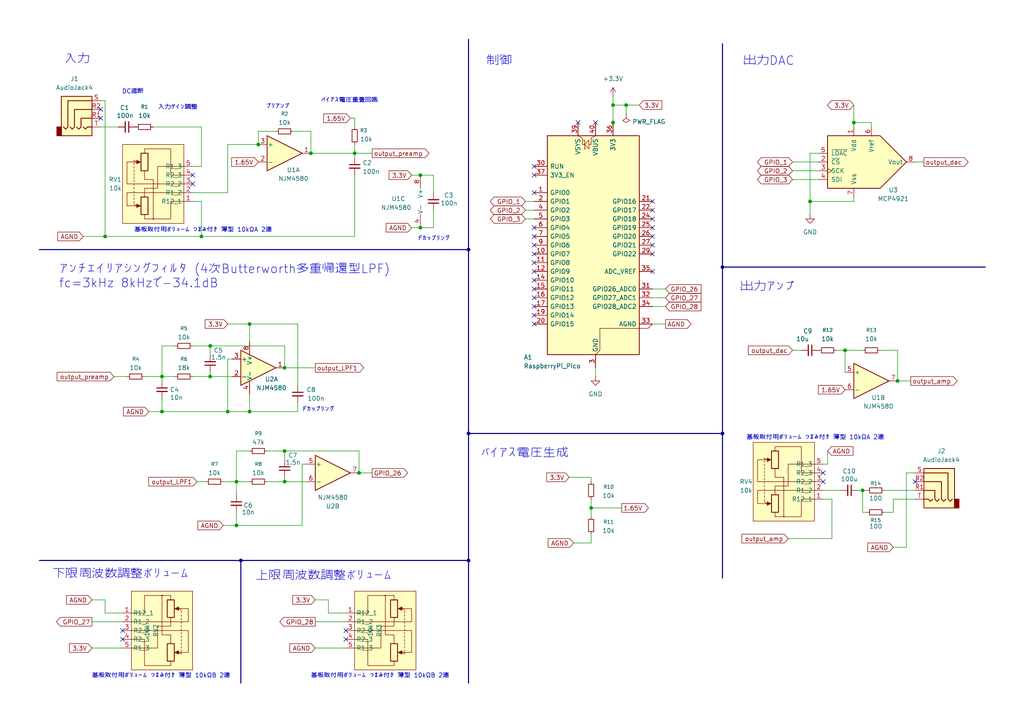
<source format=kicad_sch>
(kicad_sch
	(version 20250114)
	(generator "eeschema")
	(generator_version "9.0")
	(uuid "8ae91b4e-afb9-41b0-a8ee-d882bde2e063")
	(paper "A4")
	(lib_symbols
		(symbol "0_custom:RaspberryPi_Pico"
			(pin_names
				(offset 0.762)
			)
			(exclude_from_sim no)
			(in_bom yes)
			(on_board yes)
			(property "Reference" "A"
				(at -19.05 35.56 0)
				(effects
					(font
						(size 1.27 1.27)
					)
					(justify left)
				)
			)
			(property "Value" "RaspberryPi_Pico"
				(at 7.62 35.56 0)
				(effects
					(font
						(size 1.27 1.27)
					)
					(justify left)
				)
			)
			(property "Footprint" "Module:RaspberryPi_Pico_Common_Unspecified"
				(at 0 -46.99 0)
				(effects
					(font
						(size 1.27 1.27)
					)
					(hide yes)
				)
			)
			(property "Datasheet" "https://datasheets.raspberrypi.com/pico/pico-datasheet.pdf"
				(at 0 -49.53 0)
				(effects
					(font
						(size 1.27 1.27)
					)
					(hide yes)
				)
			)
			(property "Description" "Versatile and inexpensive microcontroller module powered by RP2040 dual-core Arm Cortex-M0+ processor up to 133 MHz, 264kB SRAM, 2MB QSPI flash; also supports Raspberry Pi Pico 2"
				(at 0 -52.07 0)
				(effects
					(font
						(size 1.27 1.27)
					)
					(hide yes)
				)
			)
			(property "ki_keywords" "RP2350A M33 RISC-V Hazard3 usb"
				(at 0 0 0)
				(effects
					(font
						(size 1.27 1.27)
					)
					(hide yes)
				)
			)
			(property "ki_fp_filters" "RaspberryPi?Pico?Common* RaspberryPi?Pico?SMD*"
				(at 0 0 0)
				(effects
					(font
						(size 1.27 1.27)
					)
					(hide yes)
				)
			)
			(symbol "RaspberryPi_Pico_0_1"
				(rectangle
					(start -13.97 34.29)
					(end 12.7 -29.21)
					(stroke
						(width 0.254)
						(type default)
					)
					(fill
						(type background)
					)
				)
				(polyline
					(pts
						(xy -5.08 34.29) (xy -3.81 33.655) (xy -3.81 31.75) (xy -3.175 31.75)
					)
					(stroke
						(width 0)
						(type default)
					)
					(fill
						(type none)
					)
				)
				(polyline
					(pts
						(xy -3.429 32.766) (xy -3.429 33.02) (xy -3.175 33.02) (xy -3.175 30.48) (xy -2.921 30.48) (xy -2.921 30.734)
					)
					(stroke
						(width 0)
						(type default)
					)
					(fill
						(type none)
					)
				)
				(polyline
					(pts
						(xy -3.175 31.75) (xy -1.905 33.02) (xy -1.905 30.48) (xy -3.175 31.75)
					)
					(stroke
						(width 0)
						(type default)
					)
					(fill
						(type none)
					)
				)
				(polyline
					(pts
						(xy 0 34.29) (xy -1.27 33.655) (xy -1.27 31.75) (xy -1.905 31.75)
					)
					(stroke
						(width 0)
						(type default)
					)
					(fill
						(type none)
					)
				)
				(polyline
					(pts
						(xy 0 -29.21) (xy 1.27 -27.94) (xy 1.27 -21.59) (xy 15.24 -21.59) (xy 16.51 -20.32)
					)
					(stroke
						(width 0)
						(type default)
					)
					(fill
						(type none)
					)
				)
			)
			(symbol "RaspberryPi_Pico_1_1"
				(pin passive line
					(at -17.78 25.4 0)
					(length 3.81)
					(name "RUN"
						(effects
							(font
								(size 1.27 1.27)
							)
						)
					)
					(number "30"
						(effects
							(font
								(size 1.27 1.27)
							)
						)
					)
					(alternate "~{RESET}" passive line)
				)
				(pin passive line
					(at -17.78 22.86 0)
					(length 3.81)
					(name "3V3_EN"
						(effects
							(font
								(size 1.27 1.27)
							)
						)
					)
					(number "37"
						(effects
							(font
								(size 1.27 1.27)
							)
						)
					)
					(alternate "~{3V3_DISABLE}" passive line)
				)
				(pin bidirectional line
					(at -17.78 17.78 0)
					(length 3.81)
					(name "GPIO0"
						(effects
							(font
								(size 1.27 1.27)
							)
						)
					)
					(number "1"
						(effects
							(font
								(size 1.27 1.27)
							)
						)
					)
					(alternate "I2C0_SDA" bidirectional line)
					(alternate "PWM0_A" output line)
					(alternate "SPI0_RX" input line)
					(alternate "UART0_TX" output line)
					(alternate "USB_OVCUR_DET" input line)
				)
				(pin bidirectional line
					(at -17.78 15.24 0)
					(length 3.81)
					(name "GPIO1"
						(effects
							(font
								(size 1.27 1.27)
							)
						)
					)
					(number "2"
						(effects
							(font
								(size 1.27 1.27)
							)
						)
					)
					(alternate "I2C0_SCL" bidirectional clock)
					(alternate "PWM0_B" bidirectional line)
					(alternate "UART0_RX" input line)
					(alternate "USB_VBUS_DET" passive line)
					(alternate "~{SPI0_CSn}" bidirectional line)
				)
				(pin bidirectional line
					(at -17.78 12.7 0)
					(length 3.81)
					(name "GPIO2"
						(effects
							(font
								(size 1.27 1.27)
							)
						)
					)
					(number "4"
						(effects
							(font
								(size 1.27 1.27)
							)
						)
					)
					(alternate "I2C1_SDA" bidirectional line)
					(alternate "PWM1_A" output line)
					(alternate "SPI0_SCK" bidirectional clock)
					(alternate "UART0_CTS" input line)
					(alternate "USB_VBUS_EN" output line)
				)
				(pin bidirectional line
					(at -17.78 10.16 0)
					(length 3.81)
					(name "GPIO3"
						(effects
							(font
								(size 1.27 1.27)
							)
						)
					)
					(number "5"
						(effects
							(font
								(size 1.27 1.27)
							)
						)
					)
					(alternate "I2C1_SCL" bidirectional clock)
					(alternate "PWM1_B" bidirectional line)
					(alternate "SPI0_TX" output line)
					(alternate "UART0_RTS" output line)
					(alternate "USB_OVCUR_DET" input line)
				)
				(pin bidirectional line
					(at -17.78 7.62 0)
					(length 3.81)
					(name "GPIO4"
						(effects
							(font
								(size 1.27 1.27)
							)
						)
					)
					(number "6"
						(effects
							(font
								(size 1.27 1.27)
							)
						)
					)
					(alternate "I2C0_SDA" bidirectional line)
					(alternate "PWM2_A" output line)
					(alternate "SPI0_RX" input line)
					(alternate "UART1_TX" output line)
					(alternate "USB_VBUS_DET" input line)
				)
				(pin bidirectional line
					(at -17.78 5.08 0)
					(length 3.81)
					(name "GPIO5"
						(effects
							(font
								(size 1.27 1.27)
							)
						)
					)
					(number "7"
						(effects
							(font
								(size 1.27 1.27)
							)
						)
					)
					(alternate "I2C0_SCL" bidirectional clock)
					(alternate "PWM2_B" bidirectional line)
					(alternate "UART1_RX" input line)
					(alternate "USB_VBUS_EN" output line)
					(alternate "~{SPI0_CSn}" bidirectional line)
				)
				(pin bidirectional line
					(at -17.78 2.54 0)
					(length 3.81)
					(name "GPIO6"
						(effects
							(font
								(size 1.27 1.27)
							)
						)
					)
					(number "9"
						(effects
							(font
								(size 1.27 1.27)
							)
						)
					)
					(alternate "I2C1_SDA" bidirectional line)
					(alternate "PWM3_A" output line)
					(alternate "SPI0_SCK" bidirectional clock)
					(alternate "UART1_CTS" input line)
					(alternate "USB_OVCUR_DET" input line)
				)
				(pin bidirectional line
					(at -17.78 0 0)
					(length 3.81)
					(name "GPIO7"
						(effects
							(font
								(size 1.27 1.27)
							)
						)
					)
					(number "10"
						(effects
							(font
								(size 1.27 1.27)
							)
						)
					)
					(alternate "I2C1_SCL" bidirectional clock)
					(alternate "PWM3_B" bidirectional line)
					(alternate "SPI0_TX" output line)
					(alternate "UART1_RTS" output line)
					(alternate "USB_VBUS_DET" input line)
				)
				(pin bidirectional line
					(at -17.78 -2.54 0)
					(length 3.81)
					(name "GPIO8"
						(effects
							(font
								(size 1.27 1.27)
							)
						)
					)
					(number "11"
						(effects
							(font
								(size 1.27 1.27)
							)
						)
					)
					(alternate "I2C0_SDA" bidirectional line)
					(alternate "PWM4_A" output line)
					(alternate "SPI1_RX" input line)
					(alternate "UART1_TX" output line)
					(alternate "USB_VBUS_EN" output line)
				)
				(pin bidirectional line
					(at -17.78 -5.08 0)
					(length 3.81)
					(name "GPIO9"
						(effects
							(font
								(size 1.27 1.27)
							)
						)
					)
					(number "12"
						(effects
							(font
								(size 1.27 1.27)
							)
						)
					)
					(alternate "I2C0_SCL" bidirectional clock)
					(alternate "PWM4_B" bidirectional line)
					(alternate "UART1_RX" input line)
					(alternate "USB_OVCUR_DET" input line)
					(alternate "~{SPI1_CSn}" bidirectional line)
				)
				(pin bidirectional line
					(at -17.78 -7.62 0)
					(length 3.81)
					(name "GPIO10"
						(effects
							(font
								(size 1.27 1.27)
							)
						)
					)
					(number "14"
						(effects
							(font
								(size 1.27 1.27)
							)
						)
					)
					(alternate "I2C1_SDA" bidirectional line)
					(alternate "PWM5_A" output line)
					(alternate "SPI1_SCK" bidirectional clock)
					(alternate "UART1_CTS" input line)
					(alternate "USB_VBUS_DET" input line)
				)
				(pin bidirectional line
					(at -17.78 -10.16 0)
					(length 3.81)
					(name "GPIO11"
						(effects
							(font
								(size 1.27 1.27)
							)
						)
					)
					(number "15"
						(effects
							(font
								(size 1.27 1.27)
							)
						)
					)
					(alternate "I2C1_SCL" bidirectional clock)
					(alternate "PWM5_B" bidirectional line)
					(alternate "SPI1_TX" output line)
					(alternate "UART1_RTS" output line)
					(alternate "USB_VBUS_EN" output line)
				)
				(pin bidirectional line
					(at -17.78 -12.7 0)
					(length 3.81)
					(name "GPIO12"
						(effects
							(font
								(size 1.27 1.27)
							)
						)
					)
					(number "16"
						(effects
							(font
								(size 1.27 1.27)
							)
						)
					)
					(alternate "I2C0_SDA" bidirectional line)
					(alternate "PWM6_A" output line)
					(alternate "SPI1_RX" input line)
					(alternate "UART0_TX" output line)
					(alternate "USB_OVCUR_DET" input line)
				)
				(pin bidirectional line
					(at -17.78 -15.24 0)
					(length 3.81)
					(name "GPIO13"
						(effects
							(font
								(size 1.27 1.27)
							)
						)
					)
					(number "17"
						(effects
							(font
								(size 1.27 1.27)
							)
						)
					)
					(alternate "I2C0_SCL" bidirectional clock)
					(alternate "PWM6_B" bidirectional line)
					(alternate "UART0_RX" input line)
					(alternate "USB_VBUS_DET" input line)
					(alternate "~{SPI1_CSn}" bidirectional line)
				)
				(pin bidirectional line
					(at -17.78 -17.78 0)
					(length 3.81)
					(name "GPIO14"
						(effects
							(font
								(size 1.27 1.27)
							)
						)
					)
					(number "19"
						(effects
							(font
								(size 1.27 1.27)
							)
						)
					)
					(alternate "I2C1_SDA" bidirectional line)
					(alternate "PWM7_A" output line)
					(alternate "SPI1_SCK" bidirectional clock)
					(alternate "UART0_CTS" input line)
					(alternate "USB_VBUS_EN" output line)
				)
				(pin bidirectional line
					(at -17.78 -20.32 0)
					(length 3.81)
					(name "GPIO15"
						(effects
							(font
								(size 1.27 1.27)
							)
						)
					)
					(number "20"
						(effects
							(font
								(size 1.27 1.27)
							)
						)
					)
					(alternate "I2C1_SCL" bidirectional clock)
					(alternate "PWM7_B" bidirectional line)
					(alternate "SPI1_TX" output line)
					(alternate "UART0_RTS" output line)
					(alternate "USB_OVCUR_DET" input line)
				)
				(pin power_in line
					(at -5.08 38.1 270)
					(length 3.81)
					(name "VSYS"
						(effects
							(font
								(size 1.27 1.27)
							)
						)
					)
					(number "39"
						(effects
							(font
								(size 1.27 1.27)
							)
						)
					)
					(alternate "VSYS_OUT" power_out line)
				)
				(pin power_out line
					(at 0 38.1 270)
					(length 3.81)
					(name "VBUS"
						(effects
							(font
								(size 1.27 1.27)
							)
						)
					)
					(number "40"
						(effects
							(font
								(size 1.27 1.27)
							)
						)
					)
					(alternate "VBUS_IN" power_in line)
				)
				(pin passive line
					(at 0 -33.02 90)
					(length 3.81)
					(hide yes)
					(name "GND"
						(effects
							(font
								(size 1.27 1.27)
							)
						)
					)
					(number "13"
						(effects
							(font
								(size 1.27 1.27)
							)
						)
					)
				)
				(pin passive line
					(at 0 -33.02 90)
					(length 3.81)
					(hide yes)
					(name "GND"
						(effects
							(font
								(size 1.27 1.27)
							)
						)
					)
					(number "18"
						(effects
							(font
								(size 1.27 1.27)
							)
						)
					)
				)
				(pin passive line
					(at 0 -33.02 90)
					(length 3.81)
					(hide yes)
					(name "GND"
						(effects
							(font
								(size 1.27 1.27)
							)
						)
					)
					(number "23"
						(effects
							(font
								(size 1.27 1.27)
							)
						)
					)
				)
				(pin passive line
					(at 0 -33.02 90)
					(length 3.81)
					(hide yes)
					(name "GND"
						(effects
							(font
								(size 1.27 1.27)
							)
						)
					)
					(number "28"
						(effects
							(font
								(size 1.27 1.27)
							)
						)
					)
				)
				(pin power_out line
					(at 0 -33.02 90)
					(length 3.81)
					(name "GND"
						(effects
							(font
								(size 1.27 1.27)
							)
						)
					)
					(number "3"
						(effects
							(font
								(size 1.27 1.27)
							)
						)
					)
					(alternate "GND_IN" power_in line)
				)
				(pin passive line
					(at 0 -33.02 90)
					(length 3.81)
					(hide yes)
					(name "GND"
						(effects
							(font
								(size 1.27 1.27)
							)
						)
					)
					(number "38"
						(effects
							(font
								(size 1.27 1.27)
							)
						)
					)
				)
				(pin passive line
					(at 0 -33.02 90)
					(length 3.81)
					(hide yes)
					(name "GND"
						(effects
							(font
								(size 1.27 1.27)
							)
						)
					)
					(number "8"
						(effects
							(font
								(size 1.27 1.27)
							)
						)
					)
				)
				(pin power_out line
					(at 5.08 38.1 270)
					(length 3.81)
					(name "3V3"
						(effects
							(font
								(size 1.27 1.27)
							)
						)
					)
					(number "36"
						(effects
							(font
								(size 1.27 1.27)
							)
						)
					)
				)
				(pin bidirectional line
					(at 16.51 15.24 180)
					(length 3.81)
					(name "GPIO16"
						(effects
							(font
								(size 1.27 1.27)
							)
						)
					)
					(number "21"
						(effects
							(font
								(size 1.27 1.27)
							)
						)
					)
					(alternate "I2C0_SDA" bidirectional line)
					(alternate "PWM0_A" output line)
					(alternate "SPI0_RX" input line)
					(alternate "UART0_TX" output line)
					(alternate "USB_VBUS_DET" input line)
				)
				(pin bidirectional line
					(at 16.51 12.7 180)
					(length 3.81)
					(name "GPIO17"
						(effects
							(font
								(size 1.27 1.27)
							)
						)
					)
					(number "22"
						(effects
							(font
								(size 1.27 1.27)
							)
						)
					)
					(alternate "I2C0_SCL" bidirectional clock)
					(alternate "PWM0_B" bidirectional line)
					(alternate "UART0_RX" input line)
					(alternate "USB_VBUS_EN" output line)
					(alternate "~{SPI0_CSn}" bidirectional line)
				)
				(pin bidirectional line
					(at 16.51 10.16 180)
					(length 3.81)
					(name "GPIO18"
						(effects
							(font
								(size 1.27 1.27)
							)
						)
					)
					(number "24"
						(effects
							(font
								(size 1.27 1.27)
							)
						)
					)
					(alternate "I2C1_SDA" bidirectional line)
					(alternate "PWM1_A" output line)
					(alternate "SPI0_SCK" bidirectional clock)
					(alternate "UART0_CTS" input line)
					(alternate "USB_OVCUR_DET" input line)
				)
				(pin bidirectional line
					(at 16.51 7.62 180)
					(length 3.81)
					(name "GPIO19"
						(effects
							(font
								(size 1.27 1.27)
							)
						)
					)
					(number "25"
						(effects
							(font
								(size 1.27 1.27)
							)
						)
					)
					(alternate "I2C1_SCL" bidirectional clock)
					(alternate "PWM1_B" bidirectional line)
					(alternate "SPI0_TX" output line)
					(alternate "UART0_RTS" output line)
					(alternate "USB_VBUS_DET" input line)
				)
				(pin bidirectional line
					(at 16.51 5.08 180)
					(length 3.81)
					(name "GPIO20"
						(effects
							(font
								(size 1.27 1.27)
							)
						)
					)
					(number "26"
						(effects
							(font
								(size 1.27 1.27)
							)
						)
					)
					(alternate "CLOCK_GPIN0" input clock)
					(alternate "I2C0_SDA" bidirectional line)
					(alternate "PWM2_A" output line)
					(alternate "SPI0_RX" input line)
					(alternate "UART1_TX" output line)
					(alternate "USB_VBUS_EN" output line)
				)
				(pin bidirectional line
					(at 16.51 2.54 180)
					(length 3.81)
					(name "GPIO21"
						(effects
							(font
								(size 1.27 1.27)
							)
						)
					)
					(number "27"
						(effects
							(font
								(size 1.27 1.27)
							)
						)
					)
					(alternate "CLOCK_GPOUT0" output clock)
					(alternate "I2C0_SCL" bidirectional clock)
					(alternate "PWM2_B" bidirectional line)
					(alternate "UART1_RX" input line)
					(alternate "USB_OVCUR_DET" input line)
					(alternate "~{SPI0_CSn}" bidirectional line)
				)
				(pin bidirectional line
					(at 16.51 0 180)
					(length 3.81)
					(name "GPIO22"
						(effects
							(font
								(size 1.27 1.27)
							)
						)
					)
					(number "29"
						(effects
							(font
								(size 1.27 1.27)
							)
						)
					)
					(alternate "CLOCK_GPIN1" input clock)
					(alternate "I2C1_SDA" bidirectional line)
					(alternate "PWM3_A" output line)
					(alternate "SPI0_SCK" bidirectional clock)
					(alternate "UART1_CTS" input line)
					(alternate "USB_VBUS_DET" input line)
				)
				(pin power_in line
					(at 16.51 -5.08 180)
					(length 3.81)
					(name "ADC_VREF"
						(effects
							(font
								(size 1.27 1.27)
							)
						)
					)
					(number "35"
						(effects
							(font
								(size 1.27 1.27)
							)
						)
					)
				)
				(pin bidirectional line
					(at 16.51 -10.16 180)
					(length 3.81)
					(name "GPIO26_ADC0"
						(effects
							(font
								(size 1.27 1.27)
							)
						)
					)
					(number "31"
						(effects
							(font
								(size 1.27 1.27)
							)
						)
					)
					(alternate "ADC0" input line)
					(alternate "GPIO26" bidirectional line)
					(alternate "I2C1_SDA" bidirectional line)
					(alternate "PWM5_A" output line)
					(alternate "SPI1_SCK" bidirectional clock)
					(alternate "UART1_CTS" input line)
					(alternate "USB_VBUS_EN" output line)
				)
				(pin bidirectional line
					(at 16.51 -12.7 180)
					(length 3.81)
					(name "GPIO27_ADC1"
						(effects
							(font
								(size 1.27 1.27)
							)
						)
					)
					(number "32"
						(effects
							(font
								(size 1.27 1.27)
							)
						)
					)
					(alternate "ADC1" input line)
					(alternate "GPIO27" bidirectional line)
					(alternate "I2C1_SCL" bidirectional clock)
					(alternate "PWM5_B" bidirectional line)
					(alternate "SPI1_TX" output line)
					(alternate "UART1_RTS" output line)
					(alternate "USB_OVCUR_DET" input line)
				)
				(pin bidirectional line
					(at 16.51 -15.24 180)
					(length 3.81)
					(name "GPIO28_ADC2"
						(effects
							(font
								(size 1.27 1.27)
							)
						)
					)
					(number "34"
						(effects
							(font
								(size 1.27 1.27)
							)
						)
					)
					(alternate "ADC2" input line)
					(alternate "GPIO28" bidirectional line)
					(alternate "I2C0_SDA" bidirectional line)
					(alternate "PWM6_A" output line)
					(alternate "SPI1_RX" input line)
					(alternate "UART0_TX" output line)
					(alternate "USB_VBUS_DET" input line)
				)
				(pin power_out line
					(at 16.51 -20.32 180)
					(length 3.81)
					(name "AGND"
						(effects
							(font
								(size 1.27 1.27)
							)
						)
					)
					(number "33"
						(effects
							(font
								(size 1.27 1.27)
							)
						)
					)
					(alternate "GND" passive line)
				)
			)
			(embedded_fonts no)
		)
		(symbol "Amplifier_Operational:NJM4580"
			(pin_names
				(offset 0.127)
			)
			(exclude_from_sim no)
			(in_bom yes)
			(on_board yes)
			(property "Reference" "U"
				(at 0 5.08 0)
				(effects
					(font
						(size 1.27 1.27)
					)
					(justify left)
				)
			)
			(property "Value" "NJM4580"
				(at 0 -5.08 0)
				(effects
					(font
						(size 1.27 1.27)
					)
					(justify left)
				)
			)
			(property "Footprint" ""
				(at 0 0 0)
				(effects
					(font
						(size 1.27 1.27)
					)
					(hide yes)
				)
			)
			(property "Datasheet" "http://www.njr.com/semicon/PDF/NJM4580_E.pdf"
				(at 0 0 0)
				(effects
					(font
						(size 1.27 1.27)
					)
					(hide yes)
				)
			)
			(property "Description" "Dual Operational Amplifier, DIP-8/DMP-8/SIP-8/MSOP-8/SOP-8/SSOP-8"
				(at 0 0 0)
				(effects
					(font
						(size 1.27 1.27)
					)
					(hide yes)
				)
			)
			(property "ki_locked" ""
				(at 0 0 0)
				(effects
					(font
						(size 1.27 1.27)
					)
				)
			)
			(property "ki_keywords" "dual opamp"
				(at 0 0 0)
				(effects
					(font
						(size 1.27 1.27)
					)
					(hide yes)
				)
			)
			(property "ki_fp_filters" "SOIC*3.9x4.9mm*P1.27mm* DIP*W7.62mm* TO*99* OnSemi*Micro8* TSSOP*3x3mm*P0.65mm* TSSOP*4.4x3mm*P0.65mm* MSOP*3x3mm*P0.65mm* SSOP*3.9x4.9mm*P0.635mm* LFCSP*2x2mm*P0.5mm* *SIP* SOIC*5.3x6.2mm*P1.27mm*"
				(at 0 0 0)
				(effects
					(font
						(size 1.27 1.27)
					)
					(hide yes)
				)
			)
			(symbol "NJM4580_1_1"
				(polyline
					(pts
						(xy -5.08 5.08) (xy 5.08 0) (xy -5.08 -5.08) (xy -5.08 5.08)
					)
					(stroke
						(width 0.254)
						(type default)
					)
					(fill
						(type background)
					)
				)
				(pin input line
					(at -7.62 2.54 0)
					(length 2.54)
					(name "+"
						(effects
							(font
								(size 1.27 1.27)
							)
						)
					)
					(number "3"
						(effects
							(font
								(size 1.27 1.27)
							)
						)
					)
				)
				(pin input line
					(at -7.62 -2.54 0)
					(length 2.54)
					(name "-"
						(effects
							(font
								(size 1.27 1.27)
							)
						)
					)
					(number "2"
						(effects
							(font
								(size 1.27 1.27)
							)
						)
					)
				)
				(pin output line
					(at 7.62 0 180)
					(length 2.54)
					(name "~"
						(effects
							(font
								(size 1.27 1.27)
							)
						)
					)
					(number "1"
						(effects
							(font
								(size 1.27 1.27)
							)
						)
					)
				)
			)
			(symbol "NJM4580_2_1"
				(polyline
					(pts
						(xy -5.08 5.08) (xy 5.08 0) (xy -5.08 -5.08) (xy -5.08 5.08)
					)
					(stroke
						(width 0.254)
						(type default)
					)
					(fill
						(type background)
					)
				)
				(pin input line
					(at -7.62 2.54 0)
					(length 2.54)
					(name "+"
						(effects
							(font
								(size 1.27 1.27)
							)
						)
					)
					(number "5"
						(effects
							(font
								(size 1.27 1.27)
							)
						)
					)
				)
				(pin input line
					(at -7.62 -2.54 0)
					(length 2.54)
					(name "-"
						(effects
							(font
								(size 1.27 1.27)
							)
						)
					)
					(number "6"
						(effects
							(font
								(size 1.27 1.27)
							)
						)
					)
				)
				(pin output line
					(at 7.62 0 180)
					(length 2.54)
					(name "~"
						(effects
							(font
								(size 1.27 1.27)
							)
						)
					)
					(number "7"
						(effects
							(font
								(size 1.27 1.27)
							)
						)
					)
				)
			)
			(symbol "NJM4580_3_1"
				(pin power_in line
					(at -2.54 7.62 270)
					(length 3.81)
					(name "V+"
						(effects
							(font
								(size 1.27 1.27)
							)
						)
					)
					(number "8"
						(effects
							(font
								(size 1.27 1.27)
							)
						)
					)
				)
				(pin power_in line
					(at -2.54 -7.62 90)
					(length 3.81)
					(name "V-"
						(effects
							(font
								(size 1.27 1.27)
							)
						)
					)
					(number "4"
						(effects
							(font
								(size 1.27 1.27)
							)
						)
					)
				)
			)
			(embedded_fonts no)
		)
		(symbol "Analog_DAC:MCP4921"
			(pin_names
				(offset 1.016)
			)
			(exclude_from_sim no)
			(in_bom yes)
			(on_board yes)
			(property "Reference" "U"
				(at 6.35 10.795 0)
				(effects
					(font
						(size 1.27 1.27)
					)
					(justify left)
				)
			)
			(property "Value" "MCP4921"
				(at 6.35 8.89 0)
				(effects
					(font
						(size 1.27 1.27)
					)
					(justify left)
				)
			)
			(property "Footprint" ""
				(at 25.4 -2.54 0)
				(effects
					(font
						(size 1.27 1.27)
					)
					(hide yes)
				)
			)
			(property "Datasheet" "http://ww1.microchip.com/downloads/en/DeviceDoc/22248a.pdf"
				(at 25.4 -2.54 0)
				(effects
					(font
						(size 1.27 1.27)
					)
					(hide yes)
				)
			)
			(property "Description" "12-Bit D/A Converters with SPI Interface"
				(at 0 0 0)
				(effects
					(font
						(size 1.27 1.27)
					)
					(hide yes)
				)
			)
			(property "ki_keywords" "12-Bit DAC SPI 1ch"
				(at 0 0 0)
				(effects
					(font
						(size 1.27 1.27)
					)
					(hide yes)
				)
			)
			(property "ki_fp_filters" "DIP*W7.62mm* MSOP*3x3mm*P0.65mm* SOIC*3.9x4.9mm*P1.27mm*"
				(at 0 0 0)
				(effects
					(font
						(size 1.27 1.27)
					)
					(hide yes)
				)
			)
			(symbol "MCP4921_0_0"
				(polyline
					(pts
						(xy 15.24 0) (xy 7.62 7.62) (xy -7.62 7.62) (xy -7.62 -7.62) (xy 7.62 -7.62) (xy 15.24 0)
					)
					(stroke
						(width 0.254)
						(type default)
					)
					(fill
						(type background)
					)
				)
			)
			(symbol "MCP4921_1_1"
				(pin input line
					(at -10.16 2.54 0)
					(length 2.54)
					(name "~{LDAC}"
						(effects
							(font
								(size 1.27 1.27)
							)
						)
					)
					(number "5"
						(effects
							(font
								(size 1.27 1.27)
							)
						)
					)
				)
				(pin input line
					(at -10.16 0 0)
					(length 2.54)
					(name "~{CS}"
						(effects
							(font
								(size 1.27 1.27)
							)
						)
					)
					(number "2"
						(effects
							(font
								(size 1.27 1.27)
							)
						)
					)
				)
				(pin input clock
					(at -10.16 -2.54 0)
					(length 2.54)
					(name "SCK"
						(effects
							(font
								(size 1.27 1.27)
							)
						)
					)
					(number "3"
						(effects
							(font
								(size 1.27 1.27)
							)
						)
					)
				)
				(pin input line
					(at -10.16 -5.08 0)
					(length 2.54)
					(name "SDI"
						(effects
							(font
								(size 1.27 1.27)
							)
						)
					)
					(number "4"
						(effects
							(font
								(size 1.27 1.27)
							)
						)
					)
				)
				(pin power_in line
					(at 0 10.16 270)
					(length 2.54)
					(name "Vdd"
						(effects
							(font
								(size 1.27 1.27)
							)
						)
					)
					(number "1"
						(effects
							(font
								(size 1.27 1.27)
							)
						)
					)
				)
				(pin power_in line
					(at 0 -10.16 90)
					(length 2.54)
					(name "Vss"
						(effects
							(font
								(size 1.27 1.27)
							)
						)
					)
					(number "7"
						(effects
							(font
								(size 1.27 1.27)
							)
						)
					)
				)
				(pin power_in line
					(at 5.08 10.16 270)
					(length 2.54)
					(name "Vref"
						(effects
							(font
								(size 1.27 1.27)
							)
						)
					)
					(number "6"
						(effects
							(font
								(size 1.27 1.27)
							)
						)
					)
				)
				(pin output line
					(at 17.78 0 180)
					(length 2.54)
					(name "Vout"
						(effects
							(font
								(size 1.27 1.27)
							)
						)
					)
					(number "8"
						(effects
							(font
								(size 1.27 1.27)
							)
						)
					)
				)
			)
			(embedded_fonts no)
		)
		(symbol "Connector_Audio:AudioJack4"
			(exclude_from_sim no)
			(in_bom yes)
			(on_board yes)
			(property "Reference" "J"
				(at 0 8.89 0)
				(effects
					(font
						(size 1.27 1.27)
					)
				)
			)
			(property "Value" "AudioJack4"
				(at 0 6.35 0)
				(effects
					(font
						(size 1.27 1.27)
					)
				)
			)
			(property "Footprint" ""
				(at 0 0 0)
				(effects
					(font
						(size 1.27 1.27)
					)
					(hide yes)
				)
			)
			(property "Datasheet" "~"
				(at 0 0 0)
				(effects
					(font
						(size 1.27 1.27)
					)
					(hide yes)
				)
			)
			(property "Description" "Audio Jack, 4 Poles (TRRS)"
				(at 0 0 0)
				(effects
					(font
						(size 1.27 1.27)
					)
					(hide yes)
				)
			)
			(property "ki_keywords" "audio jack receptacle stereo headphones TRRS connector"
				(at 0 0 0)
				(effects
					(font
						(size 1.27 1.27)
					)
					(hide yes)
				)
			)
			(property "ki_fp_filters" "Jack*"
				(at 0 0 0)
				(effects
					(font
						(size 1.27 1.27)
					)
					(hide yes)
				)
			)
			(symbol "AudioJack4_0_1"
				(rectangle
					(start -6.35 -5.08)
					(end -7.62 -7.62)
					(stroke
						(width 0.254)
						(type default)
					)
					(fill
						(type outline)
					)
				)
				(polyline
					(pts
						(xy -5.715 -5.08) (xy -5.08 -5.715) (xy -4.445 -5.08) (xy -4.445 2.54) (xy 2.54 2.54)
					)
					(stroke
						(width 0.254)
						(type default)
					)
					(fill
						(type none)
					)
				)
				(polyline
					(pts
						(xy -1.905 -5.08) (xy -1.27 -5.715) (xy -0.635 -5.08) (xy -0.635 -2.54) (xy 2.54 -2.54)
					)
					(stroke
						(width 0.254)
						(type default)
					)
					(fill
						(type none)
					)
				)
				(polyline
					(pts
						(xy 0 -5.08) (xy 0.635 -5.715) (xy 1.27 -5.08) (xy 2.54 -5.08)
					)
					(stroke
						(width 0.254)
						(type default)
					)
					(fill
						(type none)
					)
				)
				(rectangle
					(start 2.54 3.81)
					(end -6.35 -7.62)
					(stroke
						(width 0.254)
						(type default)
					)
					(fill
						(type background)
					)
				)
				(polyline
					(pts
						(xy 2.54 0) (xy -2.54 0) (xy -2.54 -5.08) (xy -3.175 -5.715) (xy -3.81 -5.08)
					)
					(stroke
						(width 0.254)
						(type default)
					)
					(fill
						(type none)
					)
				)
			)
			(symbol "AudioJack4_1_1"
				(pin passive line
					(at 5.08 2.54 180)
					(length 2.54)
					(name "~"
						(effects
							(font
								(size 1.27 1.27)
							)
						)
					)
					(number "S"
						(effects
							(font
								(size 1.27 1.27)
							)
						)
					)
				)
				(pin passive line
					(at 5.08 0 180)
					(length 2.54)
					(name "~"
						(effects
							(font
								(size 1.27 1.27)
							)
						)
					)
					(number "R2"
						(effects
							(font
								(size 1.27 1.27)
							)
						)
					)
				)
				(pin passive line
					(at 5.08 -2.54 180)
					(length 2.54)
					(name "~"
						(effects
							(font
								(size 1.27 1.27)
							)
						)
					)
					(number "R1"
						(effects
							(font
								(size 1.27 1.27)
							)
						)
					)
				)
				(pin passive line
					(at 5.08 -5.08 180)
					(length 2.54)
					(name "~"
						(effects
							(font
								(size 1.27 1.27)
							)
						)
					)
					(number "T"
						(effects
							(font
								(size 1.27 1.27)
							)
						)
					)
				)
			)
			(embedded_fonts no)
		)
		(symbol "Device:C_Small"
			(pin_numbers
				(hide yes)
			)
			(pin_names
				(offset 0.254)
				(hide yes)
			)
			(exclude_from_sim no)
			(in_bom yes)
			(on_board yes)
			(property "Reference" "C"
				(at 0.254 1.778 0)
				(effects
					(font
						(size 1.27 1.27)
					)
					(justify left)
				)
			)
			(property "Value" "C_Small"
				(at 0.254 -2.032 0)
				(effects
					(font
						(size 1.27 1.27)
					)
					(justify left)
				)
			)
			(property "Footprint" ""
				(at 0 0 0)
				(effects
					(font
						(size 1.27 1.27)
					)
					(hide yes)
				)
			)
			(property "Datasheet" "~"
				(at 0 0 0)
				(effects
					(font
						(size 1.27 1.27)
					)
					(hide yes)
				)
			)
			(property "Description" "Unpolarized capacitor, small symbol"
				(at 0 0 0)
				(effects
					(font
						(size 1.27 1.27)
					)
					(hide yes)
				)
			)
			(property "ki_keywords" "capacitor cap"
				(at 0 0 0)
				(effects
					(font
						(size 1.27 1.27)
					)
					(hide yes)
				)
			)
			(property "ki_fp_filters" "C_*"
				(at 0 0 0)
				(effects
					(font
						(size 1.27 1.27)
					)
					(hide yes)
				)
			)
			(symbol "C_Small_0_1"
				(polyline
					(pts
						(xy -1.524 0.508) (xy 1.524 0.508)
					)
					(stroke
						(width 0.3048)
						(type default)
					)
					(fill
						(type none)
					)
				)
				(polyline
					(pts
						(xy -1.524 -0.508) (xy 1.524 -0.508)
					)
					(stroke
						(width 0.3302)
						(type default)
					)
					(fill
						(type none)
					)
				)
			)
			(symbol "C_Small_1_1"
				(pin passive line
					(at 0 2.54 270)
					(length 2.032)
					(name "~"
						(effects
							(font
								(size 1.27 1.27)
							)
						)
					)
					(number "1"
						(effects
							(font
								(size 1.27 1.27)
							)
						)
					)
				)
				(pin passive line
					(at 0 -2.54 90)
					(length 2.032)
					(name "~"
						(effects
							(font
								(size 1.27 1.27)
							)
						)
					)
					(number "2"
						(effects
							(font
								(size 1.27 1.27)
							)
						)
					)
				)
			)
			(embedded_fonts no)
		)
		(symbol "Device:R_Small"
			(pin_numbers
				(hide yes)
			)
			(pin_names
				(offset 0.254)
				(hide yes)
			)
			(exclude_from_sim no)
			(in_bom yes)
			(on_board yes)
			(property "Reference" "R"
				(at 0 0 90)
				(effects
					(font
						(size 1.016 1.016)
					)
				)
			)
			(property "Value" "R_Small"
				(at 1.778 0 90)
				(effects
					(font
						(size 1.27 1.27)
					)
				)
			)
			(property "Footprint" ""
				(at 0 0 0)
				(effects
					(font
						(size 1.27 1.27)
					)
					(hide yes)
				)
			)
			(property "Datasheet" "~"
				(at 0 0 0)
				(effects
					(font
						(size 1.27 1.27)
					)
					(hide yes)
				)
			)
			(property "Description" "Resistor, small symbol"
				(at 0 0 0)
				(effects
					(font
						(size 1.27 1.27)
					)
					(hide yes)
				)
			)
			(property "ki_keywords" "R resistor"
				(at 0 0 0)
				(effects
					(font
						(size 1.27 1.27)
					)
					(hide yes)
				)
			)
			(property "ki_fp_filters" "R_*"
				(at 0 0 0)
				(effects
					(font
						(size 1.27 1.27)
					)
					(hide yes)
				)
			)
			(symbol "R_Small_0_1"
				(rectangle
					(start -0.762 1.778)
					(end 0.762 -1.778)
					(stroke
						(width 0.2032)
						(type default)
					)
					(fill
						(type none)
					)
				)
			)
			(symbol "R_Small_1_1"
				(pin passive line
					(at 0 2.54 270)
					(length 0.762)
					(name "~"
						(effects
							(font
								(size 1.27 1.27)
							)
						)
					)
					(number "1"
						(effects
							(font
								(size 1.27 1.27)
							)
						)
					)
				)
				(pin passive line
					(at 0 -2.54 90)
					(length 0.762)
					(name "~"
						(effects
							(font
								(size 1.27 1.27)
							)
						)
					)
					(number "2"
						(effects
							(font
								(size 1.27 1.27)
							)
						)
					)
				)
			)
			(embedded_fonts no)
		)
		(symbol "Library:基板取付用ボリューム つまみ付き 薄型 2連"
			(exclude_from_sim no)
			(in_bom yes)
			(on_board yes)
			(property "Reference" "U"
				(at 0 10.668 0)
				(effects
					(font
						(size 1.27 1.27)
					)
				)
			)
			(property "Value" ""
				(at 0 0 0)
				(effects
					(font
						(size 1.27 1.27)
					)
				)
			)
			(property "Footprint" ""
				(at 0 0 0)
				(effects
					(font
						(size 1.27 1.27)
					)
					(hide yes)
				)
			)
			(property "Datasheet" ""
				(at 0 0 0)
				(effects
					(font
						(size 1.27 1.27)
					)
					(hide yes)
				)
			)
			(property "Description" ""
				(at 0 0 0)
				(effects
					(font
						(size 1.27 1.27)
					)
					(hide yes)
				)
			)
			(symbol "基板取付用ボリューム つまみ付き 薄型 2連_0_1"
				(circle
					(center -10.16 0)
					(radius 0.127)
					(stroke
						(width 0)
						(type default)
					)
					(fill
						(type none)
					)
				)
				(rectangle
					(start -8.89 3.556)
					(end -3.81 1.524)
					(stroke
						(width 0.254)
						(type default)
					)
					(fill
						(type none)
					)
				)
				(polyline
					(pts
						(xy -6.35 5.08) (xy -6.35 4.064)
					)
					(stroke
						(width 0)
						(type default)
					)
					(fill
						(type none)
					)
				)
				(polyline
					(pts
						(xy -6.35 5.08) (xy -6.35 4.064)
					)
					(stroke
						(width 0)
						(type default)
					)
					(fill
						(type none)
					)
				)
				(polyline
					(pts
						(xy -6.35 5.08) (xy -5.842 5.588)
					)
					(stroke
						(width 0)
						(type default)
					)
					(fill
						(type none)
					)
				)
				(polyline
					(pts
						(xy -6.35 3.683) (xy -6.858 4.826) (xy -5.842 4.826) (xy -6.35 3.683)
					)
					(stroke
						(width 0)
						(type default)
					)
					(fill
						(type outline)
					)
				)
				(polyline
					(pts
						(xy -5.588 5.588) (xy -5.08 5.588)
					)
					(stroke
						(width 0)
						(type default)
					)
					(fill
						(type none)
					)
				)
				(polyline
					(pts
						(xy -5.08 -5.08) (xy -10.16 -5.08) (xy -10.16 2.54) (xy -8.89 2.54)
					)
					(stroke
						(width 0)
						(type default)
					)
					(fill
						(type none)
					)
				)
				(polyline
					(pts
						(xy -4.572 5.588) (xy -4.064 5.588)
					)
					(stroke
						(width 0)
						(type default)
					)
					(fill
						(type none)
					)
				)
				(polyline
					(pts
						(xy -3.81 2.54) (xy -1.27 2.54) (xy -1.27 -1.27) (xy 5.08 -1.27) (xy 5.08 -8.89)
					)
					(stroke
						(width 0)
						(type default)
					)
					(fill
						(type none)
					)
				)
				(polyline
					(pts
						(xy -3.556 5.588) (xy -3.048 5.588)
					)
					(stroke
						(width 0)
						(type default)
					)
					(fill
						(type none)
					)
				)
				(polyline
					(pts
						(xy -2.54 5.588) (xy -2.032 5.588)
					)
					(stroke
						(width 0)
						(type default)
					)
					(fill
						(type none)
					)
				)
				(polyline
					(pts
						(xy -2.54 -8.89) (xy -2.54 -2.54) (xy -2.54 -2.54) (xy -2.54 7.62) (xy -6.35 7.62) (xy -6.35 3.81)
					)
					(stroke
						(width 0)
						(type default)
					)
					(fill
						(type none)
					)
				)
				(polyline
					(pts
						(xy -1.524 5.588) (xy -1.016 5.588)
					)
					(stroke
						(width 0)
						(type default)
					)
					(fill
						(type none)
					)
				)
				(polyline
					(pts
						(xy -0.508 5.588) (xy 0 5.588)
					)
					(stroke
						(width 0)
						(type default)
					)
					(fill
						(type none)
					)
				)
				(polyline
					(pts
						(xy 0 -8.89) (xy 0 7.62) (xy 6.35 7.62) (xy 6.35 3.81)
					)
					(stroke
						(width 0)
						(type default)
					)
					(fill
						(type none)
					)
				)
				(polyline
					(pts
						(xy 0.508 5.588) (xy 1.016 5.588)
					)
					(stroke
						(width 0)
						(type default)
					)
					(fill
						(type none)
					)
				)
				(polyline
					(pts
						(xy 1.524 5.588) (xy 2.032 5.588)
					)
					(stroke
						(width 0)
						(type default)
					)
					(fill
						(type none)
					)
				)
				(polyline
					(pts
						(xy 2.54 5.588) (xy 3.048 5.588)
					)
					(stroke
						(width 0)
						(type default)
					)
					(fill
						(type none)
					)
				)
				(polyline
					(pts
						(xy 3.556 5.588) (xy 4.064 5.588)
					)
					(stroke
						(width 0)
						(type default)
					)
					(fill
						(type none)
					)
				)
				(rectangle
					(start 3.81 3.556)
					(end 8.89 1.524)
					(stroke
						(width 0.254)
						(type default)
					)
					(fill
						(type none)
					)
				)
				(polyline
					(pts
						(xy 3.81 2.54) (xy 1.27 2.54) (xy 1.27 0) (xy -10.16 0)
					)
					(stroke
						(width 0)
						(type default)
					)
					(fill
						(type none)
					)
				)
				(polyline
					(pts
						(xy 4.572 5.588) (xy 5.08 5.588)
					)
					(stroke
						(width 0)
						(type default)
					)
					(fill
						(type none)
					)
				)
				(polyline
					(pts
						(xy 5.588 5.588) (xy 6.096 5.588)
					)
					(stroke
						(width 0)
						(type default)
					)
					(fill
						(type none)
					)
				)
				(polyline
					(pts
						(xy 6.35 5.08) (xy 6.35 4.064)
					)
					(stroke
						(width 0)
						(type default)
					)
					(fill
						(type none)
					)
				)
				(polyline
					(pts
						(xy 6.35 5.08) (xy 6.35 4.064)
					)
					(stroke
						(width 0)
						(type default)
					)
					(fill
						(type none)
					)
				)
				(polyline
					(pts
						(xy 6.35 3.683) (xy 5.842 4.826) (xy 6.858 4.826) (xy 6.35 3.683)
					)
					(stroke
						(width 0)
						(type default)
					)
					(fill
						(type outline)
					)
				)
				(polyline
					(pts
						(xy 6.604 5.588) (xy 6.858 5.588) (xy 6.35 5.08)
					)
					(stroke
						(width 0)
						(type default)
					)
					(fill
						(type none)
					)
				)
				(polyline
					(pts
						(xy 8.89 2.54) (xy 10.16 2.54) (xy 10.16 -5.08) (xy 2.54 -5.08) (xy 2.54 -8.89)
					)
					(stroke
						(width 0)
						(type default)
					)
					(fill
						(type none)
					)
				)
			)
			(symbol "基板取付用ボリューム つまみ付き 薄型 2連_1_1"
				(rectangle
					(start -11.43 8.89)
					(end 11.43 -8.89)
					(stroke
						(width 0)
						(type solid)
					)
					(fill
						(type background)
					)
				)
				(polyline
					(pts
						(xy -5.08 -5.08) (xy -5.08 -8.89)
					)
					(stroke
						(width 0)
						(type default)
					)
					(fill
						(type none)
					)
				)
				(pin passive line
					(at -5.08 -11.43 90)
					(length 2.54)
					(name "R12_1"
						(effects
							(font
								(size 1.27 1.27)
							)
						)
					)
					(number "1"
						(effects
							(font
								(size 1.27 1.27)
							)
						)
					)
				)
				(pin passive line
					(at -2.54 -11.43 90)
					(length 2.54)
					(name "R1_2"
						(effects
							(font
								(size 1.27 1.27)
							)
						)
					)
					(number "2"
						(effects
							(font
								(size 1.27 1.27)
							)
						)
					)
				)
				(pin passive line
					(at 0 -11.43 90)
					(length 2.54)
					(name "R2_2"
						(effects
							(font
								(size 1.27 1.27)
							)
						)
					)
					(number "3"
						(effects
							(font
								(size 1.27 1.27)
							)
						)
					)
				)
				(pin passive line
					(at 2.54 -11.43 90)
					(length 2.54)
					(name "R2_3"
						(effects
							(font
								(size 1.27 1.27)
							)
						)
					)
					(number "4"
						(effects
							(font
								(size 1.27 1.27)
							)
						)
					)
				)
				(pin passive line
					(at 5.08 -11.43 90)
					(length 2.54)
					(name "R1_3"
						(effects
							(font
								(size 1.27 1.27)
							)
						)
					)
					(number "5"
						(effects
							(font
								(size 1.27 1.27)
							)
						)
					)
				)
			)
			(embedded_fonts no)
		)
		(symbol "power:+3.3V"
			(power)
			(pin_numbers
				(hide yes)
			)
			(pin_names
				(offset 0)
				(hide yes)
			)
			(exclude_from_sim no)
			(in_bom yes)
			(on_board yes)
			(property "Reference" "#PWR"
				(at 0 -3.81 0)
				(effects
					(font
						(size 1.27 1.27)
					)
					(hide yes)
				)
			)
			(property "Value" "+3.3V"
				(at 0 3.556 0)
				(effects
					(font
						(size 1.27 1.27)
					)
				)
			)
			(property "Footprint" ""
				(at 0 0 0)
				(effects
					(font
						(size 1.27 1.27)
					)
					(hide yes)
				)
			)
			(property "Datasheet" ""
				(at 0 0 0)
				(effects
					(font
						(size 1.27 1.27)
					)
					(hide yes)
				)
			)
			(property "Description" "Power symbol creates a global label with name \"+3.3V\""
				(at 0 0 0)
				(effects
					(font
						(size 1.27 1.27)
					)
					(hide yes)
				)
			)
			(property "ki_keywords" "global power"
				(at 0 0 0)
				(effects
					(font
						(size 1.27 1.27)
					)
					(hide yes)
				)
			)
			(symbol "+3.3V_0_1"
				(polyline
					(pts
						(xy -0.762 1.27) (xy 0 2.54)
					)
					(stroke
						(width 0)
						(type default)
					)
					(fill
						(type none)
					)
				)
				(polyline
					(pts
						(xy 0 2.54) (xy 0.762 1.27)
					)
					(stroke
						(width 0)
						(type default)
					)
					(fill
						(type none)
					)
				)
				(polyline
					(pts
						(xy 0 0) (xy 0 2.54)
					)
					(stroke
						(width 0)
						(type default)
					)
					(fill
						(type none)
					)
				)
			)
			(symbol "+3.3V_1_1"
				(pin power_in line
					(at 0 0 90)
					(length 0)
					(name "~"
						(effects
							(font
								(size 1.27 1.27)
							)
						)
					)
					(number "1"
						(effects
							(font
								(size 1.27 1.27)
							)
						)
					)
				)
			)
			(embedded_fonts no)
		)
		(symbol "power:GND"
			(power)
			(pin_numbers
				(hide yes)
			)
			(pin_names
				(offset 0)
				(hide yes)
			)
			(exclude_from_sim no)
			(in_bom yes)
			(on_board yes)
			(property "Reference" "#PWR"
				(at 0 -6.35 0)
				(effects
					(font
						(size 1.27 1.27)
					)
					(hide yes)
				)
			)
			(property "Value" "GND"
				(at 0 -3.81 0)
				(effects
					(font
						(size 1.27 1.27)
					)
				)
			)
			(property "Footprint" ""
				(at 0 0 0)
				(effects
					(font
						(size 1.27 1.27)
					)
					(hide yes)
				)
			)
			(property "Datasheet" ""
				(at 0 0 0)
				(effects
					(font
						(size 1.27 1.27)
					)
					(hide yes)
				)
			)
			(property "Description" "Power symbol creates a global label with name \"GND\" , ground"
				(at 0 0 0)
				(effects
					(font
						(size 1.27 1.27)
					)
					(hide yes)
				)
			)
			(property "ki_keywords" "global power"
				(at 0 0 0)
				(effects
					(font
						(size 1.27 1.27)
					)
					(hide yes)
				)
			)
			(symbol "GND_0_1"
				(polyline
					(pts
						(xy 0 0) (xy 0 -1.27) (xy 1.27 -1.27) (xy 0 -2.54) (xy -1.27 -1.27) (xy 0 -1.27)
					)
					(stroke
						(width 0)
						(type default)
					)
					(fill
						(type none)
					)
				)
			)
			(symbol "GND_1_1"
				(pin power_in line
					(at 0 0 270)
					(length 0)
					(name "~"
						(effects
							(font
								(size 1.27 1.27)
							)
						)
					)
					(number "1"
						(effects
							(font
								(size 1.27 1.27)
							)
						)
					)
				)
			)
			(embedded_fonts no)
		)
		(symbol "power:PWR_FLAG"
			(power)
			(pin_numbers
				(hide yes)
			)
			(pin_names
				(offset 0)
				(hide yes)
			)
			(exclude_from_sim no)
			(in_bom yes)
			(on_board yes)
			(property "Reference" "#FLG"
				(at 0 1.905 0)
				(effects
					(font
						(size 1.27 1.27)
					)
					(hide yes)
				)
			)
			(property "Value" "PWR_FLAG"
				(at 0 3.81 0)
				(effects
					(font
						(size 1.27 1.27)
					)
				)
			)
			(property "Footprint" ""
				(at 0 0 0)
				(effects
					(font
						(size 1.27 1.27)
					)
					(hide yes)
				)
			)
			(property "Datasheet" "~"
				(at 0 0 0)
				(effects
					(font
						(size 1.27 1.27)
					)
					(hide yes)
				)
			)
			(property "Description" "Special symbol for telling ERC where power comes from"
				(at 0 0 0)
				(effects
					(font
						(size 1.27 1.27)
					)
					(hide yes)
				)
			)
			(property "ki_keywords" "flag power"
				(at 0 0 0)
				(effects
					(font
						(size 1.27 1.27)
					)
					(hide yes)
				)
			)
			(symbol "PWR_FLAG_0_0"
				(pin power_out line
					(at 0 0 90)
					(length 0)
					(name "~"
						(effects
							(font
								(size 1.27 1.27)
							)
						)
					)
					(number "1"
						(effects
							(font
								(size 1.27 1.27)
							)
						)
					)
				)
			)
			(symbol "PWR_FLAG_0_1"
				(polyline
					(pts
						(xy 0 0) (xy 0 1.27) (xy -1.016 1.905) (xy 0 2.54) (xy 1.016 1.905) (xy 0 1.27)
					)
					(stroke
						(width 0)
						(type default)
					)
					(fill
						(type none)
					)
				)
			)
			(embedded_fonts no)
		)
	)
	(text "基板取付用ボリューム つまみ付き 薄型 10kΩB 2連\n"
		(exclude_from_sim no)
		(at 110.236 196.088 0)
		(effects
			(font
				(size 1.27 1.27)
			)
		)
		(uuid "1411e348-69f9-442c-8c5c-28a72e9bd7cd")
	)
	(text "上限周波数調整ボリューム"
		(exclude_from_sim no)
		(at 93.98 167.132 0)
		(effects
			(font
				(size 2.54 2.54)
			)
		)
		(uuid "21636def-8a2a-45f1-be7c-26f4299e529a")
	)
	(text "下限周波数調整ボリューム"
		(exclude_from_sim no)
		(at 35.052 166.624 0)
		(effects
			(font
				(size 2.54 2.54)
			)
		)
		(uuid "2d5f5906-6199-46f1-be27-2211a99c2a71")
	)
	(text "DC遮断"
		(exclude_from_sim no)
		(at 38.608 26.67 0)
		(effects
			(font
				(size 1.27 1.27)
			)
		)
		(uuid "4ad75011-6ff5-4814-8cc6-59751e843da7")
	)
	(text "デカップリング"
		(exclude_from_sim no)
		(at 92.202 118.872 0)
		(effects
			(font
				(size 1.27 1.27)
			)
		)
		(uuid "5415e86d-4a23-4442-85a4-458fe80c337c")
	)
	(text "アンチエイリアシングフィルタ (4次Butterworth多重帰還型LPF)\nfc=3kHz 8kHzで-34.1dB"
		(exclude_from_sim no)
		(at 17.018 76.708 0)
		(effects
			(font
				(size 2.54 2.54)
			)
			(justify left top)
		)
		(uuid "6cccdc82-6c76-49e6-b2c6-5ac309c5e730")
	)
	(text "プリアンプ"
		(exclude_from_sim no)
		(at 80.518 30.988 0)
		(effects
			(font
				(size 1.27 1.27)
			)
		)
		(uuid "7322a19e-f526-4dc9-b782-276b365ecc62")
	)
	(text "制御"
		(exclude_from_sim no)
		(at 144.78 17.78 0)
		(effects
			(font
				(size 2.54 2.54)
			)
		)
		(uuid "80398cc4-a325-463e-a901-fac350c5bbb7")
	)
	(text "バイアス電圧生成"
		(exclude_from_sim no)
		(at 152.146 131.572 0)
		(effects
			(font
				(size 2.54 2.54)
			)
		)
		(uuid "85efe566-a8df-4912-ae8e-8c2b97297221")
	)
	(text "基板取付用ボリューム つまみ付き 薄型 10kΩB 2連\n"
		(exclude_from_sim no)
		(at 46.736 196.088 0)
		(effects
			(font
				(size 1.27 1.27)
			)
		)
		(uuid "8df5154d-c786-4c7a-9589-a560149bd104")
	)
	(text "基板取付用ボリューム つまみ付き 薄型 10kΩA 2連\n"
		(exclude_from_sim no)
		(at 236.474 127 0)
		(effects
			(font
				(size 1.27 1.27)
			)
		)
		(uuid "a8d2fa4d-c3d9-4265-b10f-6f584ac421ba")
	)
	(text "デカップリング"
		(exclude_from_sim no)
		(at 125.73 69.342 0)
		(effects
			(font
				(size 1.27 1.27)
			)
		)
		(uuid "c3ddd351-5da6-4586-996d-6b7c7867abea")
	)
	(text "出力アンプ"
		(exclude_from_sim no)
		(at 222.504 83.312 0)
		(effects
			(font
				(size 2.54 2.54)
			)
		)
		(uuid "c76c1bd0-0e09-4efd-8fa8-5a1f3ac7a4bf")
	)
	(text "バイアス電圧重畳回路"
		(exclude_from_sim no)
		(at 101.346 29.21 0)
		(effects
			(font
				(size 1.27 1.27)
			)
		)
		(uuid "d1966fdf-038c-43ce-826b-3d769307a061")
	)
	(text "入力ゲイン調整"
		(exclude_from_sim no)
		(at 51.562 31.242 0)
		(effects
			(font
				(size 1.27 1.27)
			)
		)
		(uuid "d3265a81-8ce9-45f3-9548-920304c11eac")
	)
	(text "出力DAC"
		(exclude_from_sim no)
		(at 223.012 17.78 0)
		(effects
			(font
				(size 2.54 2.54)
			)
		)
		(uuid "e0232b75-71d0-42ff-b900-c370fa98e3c9")
	)
	(text "入力"
		(exclude_from_sim no)
		(at 22.352 17.272 0)
		(effects
			(font
				(size 2.54 2.54)
			)
		)
		(uuid "e46b2b06-9bdb-4f96-b165-47cd9e40b628")
	)
	(text "基板取付用ボリューム つまみ付き 薄型 10kΩA 2連\n"
		(exclude_from_sim no)
		(at 58.928 66.802 0)
		(effects
			(font
				(size 1.27 1.27)
			)
		)
		(uuid "e7bb4d52-2de5-4a26-b9ee-e6222e885fbb")
	)
	(junction
		(at 72.39 119.38)
		(diameter 0)
		(color 0 0 0 0)
		(uuid "098b7096-398e-44a0-97ac-f491d1a33b2c")
	)
	(junction
		(at 102.87 44.45)
		(diameter 0)
		(color 0 0 0 0)
		(uuid "0c7d3a1c-6597-404e-92de-176b00297127")
	)
	(junction
		(at 171.45 147.32)
		(diameter 0)
		(color 0 0 0 0)
		(uuid "1a81bf49-af6f-4a15-ba17-6ae55e9d22fe")
	)
	(junction
		(at 177.8 35.56)
		(diameter 0)
		(color 0 0 0 0)
		(uuid "23e47dce-9ecb-49e0-a4de-24ff5a45fe85")
	)
	(junction
		(at 209.55 77.47)
		(diameter 0)
		(color 0 0 0 0)
		(uuid "29ff5624-9d1b-42d0-98d0-f859d75ac02c")
	)
	(junction
		(at 46.99 109.22)
		(diameter 0)
		(color 0 0 0 0)
		(uuid "357d528b-a501-4908-a122-574ed4886fdf")
	)
	(junction
		(at 209.55 125.73)
		(diameter 0)
		(color 0 0 0 0)
		(uuid "35df0adb-41f8-45cb-93b2-e3661419629c")
	)
	(junction
		(at 260.35 110.49)
		(diameter 0)
		(color 0 0 0 0)
		(uuid "36d325aa-1378-40c4-944e-e7c419d052af")
	)
	(junction
		(at 30.48 68.58)
		(diameter 0)
		(color 0 0 0 0)
		(uuid "3e2e9dd6-977a-4cb6-a749-1b1c2af8e195")
	)
	(junction
		(at 66.04 119.38)
		(diameter 0)
		(color 0 0 0 0)
		(uuid "47e68f98-1b89-442e-b758-f9beae30fc4e")
	)
	(junction
		(at 234.95 58.42)
		(diameter 0)
		(color 0 0 0 0)
		(uuid "4b8a0ecf-a921-4fe5-a843-6c7616762fc2")
	)
	(junction
		(at 135.89 125.73)
		(diameter 0)
		(color 0 0 0 0)
		(uuid "4e68d947-0be0-4e90-ac08-18f5c69bd043")
	)
	(junction
		(at 135.89 72.39)
		(diameter 0)
		(color 0 0 0 0)
		(uuid "6765a732-ff16-4343-bc71-54abbc0f37d6")
	)
	(junction
		(at 135.89 162.56)
		(diameter 0)
		(color 0 0 0 0)
		(uuid "7797a280-544b-4004-a580-9373f6186e56")
	)
	(junction
		(at 121.92 50.8)
		(diameter 0)
		(color 0 0 0 0)
		(uuid "78e5541c-3cca-4dbc-b8d2-ec96ae377ffb")
	)
	(junction
		(at 247.65 35.56)
		(diameter 0)
		(color 0 0 0 0)
		(uuid "8bfd9682-ac70-4cad-a437-c8c63633caa3")
	)
	(junction
		(at 72.39 93.98)
		(diameter 0)
		(color 0 0 0 0)
		(uuid "8fd08205-6c0a-417b-aba7-d8946e63d339")
	)
	(junction
		(at 60.96 100.33)
		(diameter 0)
		(color 0 0 0 0)
		(uuid "928d571e-954d-4904-992c-06931bf92ff4")
	)
	(junction
		(at 82.55 106.68)
		(diameter 0)
		(color 0 0 0 0)
		(uuid "94dcf4a4-b480-4b9a-910a-fb4ba43040b8")
	)
	(junction
		(at 60.96 109.22)
		(diameter 0)
		(color 0 0 0 0)
		(uuid "95989738-c098-41dc-92b0-830899557eb5")
	)
	(junction
		(at 74.93 41.91)
		(diameter 0)
		(color 0 0 0 0)
		(uuid "bb57b088-c48a-4da1-b675-edd009b9d48e")
	)
	(junction
		(at 121.92 66.04)
		(diameter 0)
		(color 0 0 0 0)
		(uuid "c3450a37-6c69-4d30-b32d-0d441d345079")
	)
	(junction
		(at 177.8 30.48)
		(diameter 0)
		(color 0 0 0 0)
		(uuid "c7236148-379a-4eff-ba38-04eb6c6cd7d8")
	)
	(junction
		(at 46.99 119.38)
		(diameter 0)
		(color 0 0 0 0)
		(uuid "ce8c29ab-0777-4d03-aced-01da47a90e07")
	)
	(junction
		(at 82.55 130.81)
		(diameter 0)
		(color 0 0 0 0)
		(uuid "d558bfe0-24a3-4bd6-b992-beec9bc69d0a")
	)
	(junction
		(at 104.14 137.16)
		(diameter 0)
		(color 0 0 0 0)
		(uuid "de627716-9238-4381-ac0b-0c991d42b286")
	)
	(junction
		(at 82.55 139.7)
		(diameter 0)
		(color 0 0 0 0)
		(uuid "e1c16ded-2b69-4c9b-a4ee-092337b20c8c")
	)
	(junction
		(at 68.58 152.4)
		(diameter 0)
		(color 0 0 0 0)
		(uuid "e55273ab-4b8a-4e72-b11a-c13f18c95c3d")
	)
	(junction
		(at 90.17 44.45)
		(diameter 0)
		(color 0 0 0 0)
		(uuid "e975004a-4c83-4a0d-a15a-04a56f51ce29")
	)
	(junction
		(at 181.61 30.48)
		(diameter 0)
		(color 0 0 0 0)
		(uuid "efe02aef-8fde-4f4f-8cdc-6d77005029a0")
	)
	(junction
		(at 245.11 101.6)
		(diameter 0)
		(color 0 0 0 0)
		(uuid "f1820c66-e860-4f54-9212-a74fb3d8077f")
	)
	(junction
		(at 250.19 142.24)
		(diameter 0)
		(color 0 0 0 0)
		(uuid "f545ba4a-a259-4931-9e0c-9fd8624f1469")
	)
	(junction
		(at 68.58 139.7)
		(diameter 0)
		(color 0 0 0 0)
		(uuid "f7bd2284-abbb-4705-8804-a59a13101bb3")
	)
	(junction
		(at 58.42 68.58)
		(diameter 0)
		(color 0 0 0 0)
		(uuid "f8d70c18-ee99-4afa-addb-70043c53e932")
	)
	(junction
		(at 69.85 162.56)
		(diameter 0)
		(color 0 0 0 0)
		(uuid "ff0aaba2-4841-4dd7-be14-c0abc255789b")
	)
	(no_connect
		(at 154.94 76.2)
		(uuid "0064d129-7fdc-4b9f-bee0-5f7bef77d5b4")
	)
	(no_connect
		(at 189.23 68.58)
		(uuid "0192edf9-960e-46ab-bf85-60bf608ad72f")
	)
	(no_connect
		(at 35.56 182.88)
		(uuid "147e9463-07e6-416a-ac2c-200fd68d37b9")
	)
	(no_connect
		(at 154.94 71.12)
		(uuid "1651c264-31fe-4eb2-94d8-d50e63eb5e35")
	)
	(no_connect
		(at 35.56 185.42)
		(uuid "1932560e-327e-4b21-b207-482d48cdf92e")
	)
	(no_connect
		(at 265.43 139.7)
		(uuid "1c138730-7493-49f4-8161-fa090193ace8")
	)
	(no_connect
		(at 154.94 83.82)
		(uuid "1c4c9b67-fdd7-4640-a8a7-544362d26536")
	)
	(no_connect
		(at 189.23 63.5)
		(uuid "1e09f146-0089-43f2-8fc3-0b980b19b77c")
	)
	(no_connect
		(at 154.94 91.44)
		(uuid "26642789-e9a7-4527-b48d-e6300dfc486a")
	)
	(no_connect
		(at 154.94 88.9)
		(uuid "2c94b680-1f9d-44e0-b778-16fe22ec82bd")
	)
	(no_connect
		(at 238.76 139.7)
		(uuid "32d977c2-2d9d-48c0-a725-415b870fca50")
	)
	(no_connect
		(at 29.21 34.29)
		(uuid "36791731-3afb-4e45-b371-fa6998bc32b8")
	)
	(no_connect
		(at 189.23 73.66)
		(uuid "3d51cd41-5ca5-4fc6-bc52-782090a0dd53")
	)
	(no_connect
		(at 189.23 58.42)
		(uuid "41d64f3c-e875-44d8-8c81-5344ae347785")
	)
	(no_connect
		(at 55.88 53.34)
		(uuid "433c676e-2eff-485b-9318-baeac65d3888")
	)
	(no_connect
		(at 154.94 48.26)
		(uuid "47ae9d02-87a9-47f1-9353-b7a8daa273a0")
	)
	(no_connect
		(at 154.94 78.74)
		(uuid "56ab388b-3fa6-4267-9e51-2540f7a9672d")
	)
	(no_connect
		(at 172.72 35.56)
		(uuid "56bbcb27-d245-43a6-b744-1d3b4d7dee9a")
	)
	(no_connect
		(at 154.94 86.36)
		(uuid "58d852c5-d539-48a7-8b14-4e760d308dde")
	)
	(no_connect
		(at 189.23 71.12)
		(uuid "5f18e628-b10b-493e-a6b0-f30a9b1d3e0f")
	)
	(no_connect
		(at 29.21 31.75)
		(uuid "62e42d54-7980-4957-a9a1-385d9185e12a")
	)
	(no_connect
		(at 100.33 185.42)
		(uuid "746f76f6-99bd-4bbb-b113-b1bd25d438bb")
	)
	(no_connect
		(at 154.94 66.04)
		(uuid "765b5c9a-168d-4b20-8f12-5d2c7fbd3d3d")
	)
	(no_connect
		(at 189.23 78.74)
		(uuid "7b3cde70-d8be-4343-b8a5-f0ea3b40c616")
	)
	(no_connect
		(at 154.94 50.8)
		(uuid "83c05851-69e9-4011-822f-8be4ff6a28f3")
	)
	(no_connect
		(at 189.23 60.96)
		(uuid "8f8c0afc-254a-437e-b8b5-7b6d254123e4")
	)
	(no_connect
		(at 154.94 81.28)
		(uuid "a42f594e-8301-45a6-85ba-04a3da75bdb2")
	)
	(no_connect
		(at 154.94 93.98)
		(uuid "b7dcbcb1-7e5e-4eb5-b25e-0c2531a7ad47")
	)
	(no_connect
		(at 100.33 182.88)
		(uuid "c2766423-2c6c-4f33-8ccf-ae5dcf5f5a23")
	)
	(no_connect
		(at 238.76 137.16)
		(uuid "c295a827-69f5-4a4a-ba1b-221717690ae2")
	)
	(no_connect
		(at 55.88 50.8)
		(uuid "ca61fca8-f5f9-4b3c-bdbf-3f1baa78c6f5")
	)
	(no_connect
		(at 167.64 35.56)
		(uuid "d22b40e0-dedb-4df3-a6aa-3d036aa98214")
	)
	(no_connect
		(at 154.94 68.58)
		(uuid "e5027db1-88fd-4dc0-bdd9-b527ada6a0d7")
	)
	(no_connect
		(at 154.94 73.66)
		(uuid "ea3802c5-91bb-4c20-9316-c62535a2c932")
	)
	(no_connect
		(at 154.94 55.88)
		(uuid "f39ebedf-ec7f-470a-9a3c-ae832326241e")
	)
	(no_connect
		(at 189.23 66.04)
		(uuid "f7527aad-81c9-4f81-ba3c-f5eebdc72305")
	)
	(wire
		(pts
			(xy 177.8 30.48) (xy 177.8 35.56)
		)
		(stroke
			(width 0)
			(type default)
		)
		(uuid "007ca07d-67ff-403e-9db1-db047240f31f")
	)
	(wire
		(pts
			(xy 171.45 157.48) (xy 171.45 154.94)
		)
		(stroke
			(width 0)
			(type default)
		)
		(uuid "02b60cb2-deee-47d5-b5ba-ddf7d0431fd3")
	)
	(wire
		(pts
			(xy 256.54 142.24) (xy 265.43 142.24)
		)
		(stroke
			(width 0)
			(type default)
		)
		(uuid "02ddcba6-14b8-4e52-9b7a-e3fa2ae8f4ea")
	)
	(wire
		(pts
			(xy 265.43 137.16) (xy 262.89 137.16)
		)
		(stroke
			(width 0)
			(type default)
		)
		(uuid "068d4d8d-eb2e-4c7b-8514-866ed0120b8d")
	)
	(wire
		(pts
			(xy 60.96 107.95) (xy 60.96 109.22)
		)
		(stroke
			(width 0)
			(type default)
		)
		(uuid "07f93462-a701-4328-bccc-a889aee6ff16")
	)
	(wire
		(pts
			(xy 95.25 177.8) (xy 100.33 177.8)
		)
		(stroke
			(width 0)
			(type default)
		)
		(uuid "0856eed5-d2c7-4332-8b04-ae5aa0abfe67")
	)
	(wire
		(pts
			(xy 46.99 119.38) (xy 46.99 115.57)
		)
		(stroke
			(width 0)
			(type default)
		)
		(uuid "0859bcf6-9293-43e7-978e-9887f5cab3cf")
	)
	(wire
		(pts
			(xy 180.34 147.32) (xy 171.45 147.32)
		)
		(stroke
			(width 0)
			(type default)
		)
		(uuid "08a530f4-aed7-4bde-8c64-3ec84a16720b")
	)
	(bus
		(pts
			(xy 11.43 72.39) (xy 135.89 72.39)
		)
		(stroke
			(width 0)
			(type default)
		)
		(uuid "091a5f39-96b2-4722-b65b-a9a16c6c5dfd")
	)
	(wire
		(pts
			(xy 104.14 137.16) (xy 104.14 130.81)
		)
		(stroke
			(width 0)
			(type default)
		)
		(uuid "0dcf6fc9-68e9-4c32-ae85-691ca11938d8")
	)
	(wire
		(pts
			(xy 85.09 38.1) (xy 90.17 38.1)
		)
		(stroke
			(width 0)
			(type default)
		)
		(uuid "1237da44-9226-477e-8b45-4db4cbb71f18")
	)
	(wire
		(pts
			(xy 87.63 152.4) (xy 87.63 134.62)
		)
		(stroke
			(width 0)
			(type default)
		)
		(uuid "1364324b-7bbf-4a7b-9718-74824af9a6a2")
	)
	(wire
		(pts
			(xy 104.14 137.16) (xy 107.95 137.16)
		)
		(stroke
			(width 0)
			(type default)
		)
		(uuid "142b1f85-9192-4e4e-953b-7a695fb2c6b7")
	)
	(wire
		(pts
			(xy 82.55 139.7) (xy 88.9 139.7)
		)
		(stroke
			(width 0)
			(type default)
		)
		(uuid "148d4544-4f65-4677-8b9f-1c0c125fe9d1")
	)
	(wire
		(pts
			(xy 234.95 62.23) (xy 234.95 58.42)
		)
		(stroke
			(width 0)
			(type default)
		)
		(uuid "15916318-939d-4d30-baa7-23602f08bcca")
	)
	(wire
		(pts
			(xy 55.88 58.42) (xy 58.42 58.42)
		)
		(stroke
			(width 0)
			(type default)
		)
		(uuid "1d91128b-521d-4c69-8ef7-76598a32421b")
	)
	(wire
		(pts
			(xy 119.38 50.8) (xy 121.92 50.8)
		)
		(stroke
			(width 0)
			(type default)
		)
		(uuid "2002bf55-63f8-49f0-b995-8d4703e96831")
	)
	(wire
		(pts
			(xy 241.3 144.78) (xy 238.76 144.78)
		)
		(stroke
			(width 0)
			(type default)
		)
		(uuid "211b7386-293a-4d65-a030-a42fdfd3f527")
	)
	(wire
		(pts
			(xy 125.73 55.88) (xy 125.73 50.8)
		)
		(stroke
			(width 0)
			(type default)
		)
		(uuid "228df938-1ca6-4478-b209-3ae7c81554bb")
	)
	(wire
		(pts
			(xy 66.04 93.98) (xy 72.39 93.98)
		)
		(stroke
			(width 0)
			(type default)
		)
		(uuid "268f8529-1011-4fa9-be05-9a92c6a5a388")
	)
	(wire
		(pts
			(xy 189.23 86.36) (xy 193.04 86.36)
		)
		(stroke
			(width 0)
			(type default)
		)
		(uuid "27407325-d568-4962-a29a-b4b5611d845a")
	)
	(wire
		(pts
			(xy 264.16 110.49) (xy 260.35 110.49)
		)
		(stroke
			(width 0)
			(type default)
		)
		(uuid "28566ea9-e624-4488-a213-b791cf91f0e0")
	)
	(bus
		(pts
			(xy 69.85 162.56) (xy 135.89 162.56)
		)
		(stroke
			(width 0)
			(type default)
		)
		(uuid "2a0efc3a-4bdc-479f-92fb-949a2aa38039")
	)
	(wire
		(pts
			(xy 30.48 29.21) (xy 29.21 29.21)
		)
		(stroke
			(width 0)
			(type default)
		)
		(uuid "2ced4295-4f7d-410f-9201-faad8f0fd6cd")
	)
	(wire
		(pts
			(xy 241.3 156.21) (xy 241.3 144.78)
		)
		(stroke
			(width 0)
			(type default)
		)
		(uuid "2dde5a28-f2b3-4541-873f-1acd444d9666")
	)
	(wire
		(pts
			(xy 58.42 68.58) (xy 102.87 68.58)
		)
		(stroke
			(width 0)
			(type default)
		)
		(uuid "2ef375b1-0ae0-4324-bb67-67911b8dbacf")
	)
	(wire
		(pts
			(xy 46.99 109.22) (xy 41.91 109.22)
		)
		(stroke
			(width 0)
			(type default)
		)
		(uuid "30321e4a-5996-4930-8c29-bfc9ec515c71")
	)
	(wire
		(pts
			(xy 74.93 38.1) (xy 74.93 41.91)
		)
		(stroke
			(width 0)
			(type default)
		)
		(uuid "3191d42e-4c9b-41e0-a7c2-89a43d79a853")
	)
	(wire
		(pts
			(xy 252.73 35.56) (xy 252.73 36.83)
		)
		(stroke
			(width 0)
			(type default)
		)
		(uuid "37b7a634-deab-4561-aac4-88dd7ce20958")
	)
	(wire
		(pts
			(xy 86.36 116.84) (xy 86.36 119.38)
		)
		(stroke
			(width 0)
			(type default)
		)
		(uuid "39069240-c47c-49ae-8b7c-57ba92b321e8")
	)
	(wire
		(pts
			(xy 77.47 130.81) (xy 82.55 130.81)
		)
		(stroke
			(width 0)
			(type default)
		)
		(uuid "3cb1acb3-5794-4312-987f-fb43badd9687")
	)
	(wire
		(pts
			(xy 229.87 52.07) (xy 237.49 52.07)
		)
		(stroke
			(width 0)
			(type default)
		)
		(uuid "3f2116e2-306f-4d8f-a728-1a6b519d9ff2")
	)
	(wire
		(pts
			(xy 189.23 83.82) (xy 193.04 83.82)
		)
		(stroke
			(width 0)
			(type default)
		)
		(uuid "3f837236-618f-474a-af5c-57c6b09a1ead")
	)
	(bus
		(pts
			(xy 209.55 77.47) (xy 285.75 77.47)
		)
		(stroke
			(width 0)
			(type default)
		)
		(uuid "415bc15f-81e9-4324-87af-4b683c443f90")
	)
	(wire
		(pts
			(xy 46.99 110.49) (xy 46.99 109.22)
		)
		(stroke
			(width 0)
			(type default)
		)
		(uuid "42f2f87f-5305-4eb0-ae13-d022dec61040")
	)
	(wire
		(pts
			(xy 152.4 63.5) (xy 154.94 63.5)
		)
		(stroke
			(width 0)
			(type default)
		)
		(uuid "461a1acf-c745-4810-9188-6f5fb8ec404c")
	)
	(wire
		(pts
			(xy 82.55 130.81) (xy 104.14 130.81)
		)
		(stroke
			(width 0)
			(type default)
		)
		(uuid "465427ee-6142-4bf3-b7c1-e4a34ab9e4e1")
	)
	(wire
		(pts
			(xy 95.25 173.99) (xy 95.25 177.8)
		)
		(stroke
			(width 0)
			(type default)
		)
		(uuid "487c86fc-7608-4402-9ae5-c45fae2c57d8")
	)
	(wire
		(pts
			(xy 177.8 30.48) (xy 181.61 30.48)
		)
		(stroke
			(width 0)
			(type default)
		)
		(uuid "489a579b-ba9b-47f6-8360-2681563f5218")
	)
	(wire
		(pts
			(xy 68.58 130.81) (xy 72.39 130.81)
		)
		(stroke
			(width 0)
			(type default)
		)
		(uuid "49d7a83e-d16d-4e9d-b11a-a26b167be444")
	)
	(wire
		(pts
			(xy 240.03 130.81) (xy 240.03 134.62)
		)
		(stroke
			(width 0)
			(type default)
		)
		(uuid "4d8888dc-c8e1-490b-8cbd-f48150ae40b3")
	)
	(wire
		(pts
			(xy 68.58 148.59) (xy 68.58 152.4)
		)
		(stroke
			(width 0)
			(type default)
		)
		(uuid "4e01baa0-416e-4fb6-af44-fc374f50f0f4")
	)
	(wire
		(pts
			(xy 82.55 100.33) (xy 82.55 106.68)
		)
		(stroke
			(width 0)
			(type default)
		)
		(uuid "4f68aab2-0397-41ee-a7ed-1e8075b61c53")
	)
	(wire
		(pts
			(xy 228.6 156.21) (xy 241.3 156.21)
		)
		(stroke
			(width 0)
			(type default)
		)
		(uuid "504af249-cb59-4911-952c-476f4d7dc6d6")
	)
	(wire
		(pts
			(xy 60.96 100.33) (xy 82.55 100.33)
		)
		(stroke
			(width 0)
			(type default)
		)
		(uuid "51094410-2750-497a-898c-8d69d0e4a98f")
	)
	(wire
		(pts
			(xy 26.67 180.34) (xy 35.56 180.34)
		)
		(stroke
			(width 0)
			(type default)
		)
		(uuid "5197851e-8eae-46c8-b201-4f248dca1244")
	)
	(wire
		(pts
			(xy 250.19 101.6) (xy 245.11 101.6)
		)
		(stroke
			(width 0)
			(type default)
		)
		(uuid "51a31cb9-2d49-44d1-b642-aeee2eb72d04")
	)
	(wire
		(pts
			(xy 44.45 36.83) (xy 58.42 36.83)
		)
		(stroke
			(width 0)
			(type default)
		)
		(uuid "51eb42ae-c034-431f-9e64-7738de5f3f77")
	)
	(wire
		(pts
			(xy 91.44 187.96) (xy 100.33 187.96)
		)
		(stroke
			(width 0)
			(type default)
		)
		(uuid "52adc243-4c2c-41c6-aa54-4376e5b3f79e")
	)
	(wire
		(pts
			(xy 66.04 119.38) (xy 72.39 119.38)
		)
		(stroke
			(width 0)
			(type default)
		)
		(uuid "56387e91-389b-4e1b-af24-c05010161208")
	)
	(wire
		(pts
			(xy 247.65 58.42) (xy 247.65 57.15)
		)
		(stroke
			(width 0)
			(type default)
		)
		(uuid "5ccf640d-bfa2-4667-aa87-5216f2915351")
	)
	(wire
		(pts
			(xy 57.15 139.7) (xy 59.69 139.7)
		)
		(stroke
			(width 0)
			(type default)
		)
		(uuid "5f40f8bd-89d8-48aa-8425-b0519f5adcc6")
	)
	(wire
		(pts
			(xy 46.99 109.22) (xy 50.8 109.22)
		)
		(stroke
			(width 0)
			(type default)
		)
		(uuid "5f68c28e-5651-4c00-813a-c31a630caf0d")
	)
	(wire
		(pts
			(xy 265.43 144.78) (xy 259.08 144.78)
		)
		(stroke
			(width 0)
			(type default)
		)
		(uuid "5f7c93db-1126-4a8d-a8bd-ebec50a873cb")
	)
	(wire
		(pts
			(xy 30.48 173.99) (xy 30.48 177.8)
		)
		(stroke
			(width 0)
			(type default)
		)
		(uuid "5fb024fa-08ca-43c1-b0e0-ac3b4e73ce5b")
	)
	(wire
		(pts
			(xy 125.73 60.96) (xy 125.73 66.04)
		)
		(stroke
			(width 0)
			(type default)
		)
		(uuid "60b14be6-d78b-4cd8-92ce-c4a4b1f542a1")
	)
	(wire
		(pts
			(xy 247.65 35.56) (xy 252.73 35.56)
		)
		(stroke
			(width 0)
			(type default)
		)
		(uuid "649ac940-dba2-4760-aeff-769d3f29364e")
	)
	(wire
		(pts
			(xy 171.45 147.32) (xy 171.45 149.86)
		)
		(stroke
			(width 0)
			(type default)
		)
		(uuid "685d0863-27dc-4f38-9c7b-b9d0579ee88a")
	)
	(bus
		(pts
			(xy 135.89 125.73) (xy 209.55 125.73)
		)
		(stroke
			(width 0)
			(type default)
		)
		(uuid "6a9c5293-d974-473d-94a2-6e193b938228")
	)
	(bus
		(pts
			(xy 209.55 77.47) (xy 209.55 125.73)
		)
		(stroke
			(width 0)
			(type default)
		)
		(uuid "6aa93ab6-ad5f-47f8-84a1-721968bfdb28")
	)
	(wire
		(pts
			(xy 237.49 44.45) (xy 234.95 44.45)
		)
		(stroke
			(width 0)
			(type default)
		)
		(uuid "6c125922-56ce-40d8-88fb-6f7aa7d6c8b5")
	)
	(wire
		(pts
			(xy 33.02 109.22) (xy 36.83 109.22)
		)
		(stroke
			(width 0)
			(type default)
		)
		(uuid "6e08e80d-b839-44bd-83ca-77362cbe5124")
	)
	(bus
		(pts
			(xy 209.55 125.73) (xy 209.55 167.64)
		)
		(stroke
			(width 0)
			(type default)
		)
		(uuid "6fa981f0-866f-4dfa-a089-22026e98dbd1")
	)
	(wire
		(pts
			(xy 91.44 173.99) (xy 95.25 173.99)
		)
		(stroke
			(width 0)
			(type default)
		)
		(uuid "70ea02ab-7767-4909-aedc-a43d1c16ddba")
	)
	(wire
		(pts
			(xy 74.93 38.1) (xy 80.01 38.1)
		)
		(stroke
			(width 0)
			(type default)
		)
		(uuid "71b0bae8-0b8b-47b4-b86b-0f8a0ea66a46")
	)
	(wire
		(pts
			(xy 171.45 144.78) (xy 171.45 147.32)
		)
		(stroke
			(width 0)
			(type default)
		)
		(uuid "73043d70-1f5d-4ea8-bbee-2314302cd32c")
	)
	(wire
		(pts
			(xy 247.65 30.48) (xy 247.65 35.56)
		)
		(stroke
			(width 0)
			(type default)
		)
		(uuid "739185bf-d400-43ef-8114-67e4405dfd97")
	)
	(wire
		(pts
			(xy 259.08 148.59) (xy 256.54 148.59)
		)
		(stroke
			(width 0)
			(type default)
		)
		(uuid "781cfddd-f445-47d4-bbd4-a8280d6dc3fe")
	)
	(wire
		(pts
			(xy 119.38 66.04) (xy 121.92 66.04)
		)
		(stroke
			(width 0)
			(type default)
		)
		(uuid "791f7448-17d1-4e13-8f0e-9e1d1823335d")
	)
	(bus
		(pts
			(xy 135.89 11.43) (xy 135.89 72.39)
		)
		(stroke
			(width 0)
			(type default)
		)
		(uuid "7bbfb83d-3760-4550-8f1f-5a82fa5c0e12")
	)
	(wire
		(pts
			(xy 82.55 106.68) (xy 91.44 106.68)
		)
		(stroke
			(width 0)
			(type default)
		)
		(uuid "7bed0c40-ddb7-45ca-887a-c63f5dce6a36")
	)
	(wire
		(pts
			(xy 102.87 34.29) (xy 102.87 36.83)
		)
		(stroke
			(width 0)
			(type default)
		)
		(uuid "7c6443cf-1fb6-4619-a43b-df0944408e3e")
	)
	(wire
		(pts
			(xy 238.76 142.24) (xy 243.84 142.24)
		)
		(stroke
			(width 0)
			(type default)
		)
		(uuid "7c957055-0aaa-4dbd-91b6-9593f5da5354")
	)
	(bus
		(pts
			(xy 209.55 12.7) (xy 209.55 77.47)
		)
		(stroke
			(width 0)
			(type default)
		)
		(uuid "81e383a0-ca4a-4d73-9b77-fc8884854251")
	)
	(wire
		(pts
			(xy 24.13 68.58) (xy 30.48 68.58)
		)
		(stroke
			(width 0)
			(type default)
		)
		(uuid "81f85f7d-9696-4389-b840-02923fa1ec7a")
	)
	(wire
		(pts
			(xy 125.73 50.8) (xy 121.92 50.8)
		)
		(stroke
			(width 0)
			(type default)
		)
		(uuid "875c62a6-8128-4b19-9950-d5ae1eec34a7")
	)
	(wire
		(pts
			(xy 177.8 36.83) (xy 177.8 35.56)
		)
		(stroke
			(width 0)
			(type default)
		)
		(uuid "87bd0196-f018-4a64-847e-c34d4942ef07")
	)
	(wire
		(pts
			(xy 77.47 139.7) (xy 82.55 139.7)
		)
		(stroke
			(width 0)
			(type default)
		)
		(uuid "88904ac3-3cfd-45c1-a845-76bad664f0a8")
	)
	(wire
		(pts
			(xy 82.55 130.81) (xy 82.55 133.35)
		)
		(stroke
			(width 0)
			(type default)
		)
		(uuid "88d94cb6-ddd2-46ab-8e40-8c6a697facf7")
	)
	(wire
		(pts
			(xy 58.42 36.83) (xy 58.42 48.26)
		)
		(stroke
			(width 0)
			(type default)
		)
		(uuid "8d49be2c-8ab2-46a7-9983-e230232bf70d")
	)
	(wire
		(pts
			(xy 259.08 158.75) (xy 262.89 158.75)
		)
		(stroke
			(width 0)
			(type default)
		)
		(uuid "905e07d2-4470-41d9-9aca-764badf3043c")
	)
	(wire
		(pts
			(xy 60.96 100.33) (xy 60.96 102.87)
		)
		(stroke
			(width 0)
			(type default)
		)
		(uuid "90caa63e-a675-42ec-8037-de28386e4e19")
	)
	(wire
		(pts
			(xy 250.19 142.24) (xy 251.46 142.24)
		)
		(stroke
			(width 0)
			(type default)
		)
		(uuid "90e3a2dd-8dae-41e5-8560-941ea68e84af")
	)
	(wire
		(pts
			(xy 86.36 93.98) (xy 86.36 111.76)
		)
		(stroke
			(width 0)
			(type default)
		)
		(uuid "9104a951-8998-4c8b-bd67-bfdc48671824")
	)
	(wire
		(pts
			(xy 250.19 142.24) (xy 250.19 148.59)
		)
		(stroke
			(width 0)
			(type default)
		)
		(uuid "93d2cfe5-26fb-41ff-af13-3d3659360222")
	)
	(bus
		(pts
			(xy 11.43 162.56) (xy 69.85 162.56)
		)
		(stroke
			(width 0)
			(type default)
		)
		(uuid "95ec5c46-1901-4ca1-b602-07f3a760b164")
	)
	(wire
		(pts
			(xy 177.8 27.94) (xy 177.8 30.48)
		)
		(stroke
			(width 0)
			(type default)
		)
		(uuid "96a27883-5b32-4c08-9248-983eb5184c04")
	)
	(wire
		(pts
			(xy 55.88 109.22) (xy 60.96 109.22)
		)
		(stroke
			(width 0)
			(type default)
		)
		(uuid "993f3a3b-80f1-48be-a96b-d773cfd8ce0e")
	)
	(wire
		(pts
			(xy 242.57 101.6) (xy 245.11 101.6)
		)
		(stroke
			(width 0)
			(type default)
		)
		(uuid "997e8140-7ceb-41ff-9de7-9802edb4299b")
	)
	(wire
		(pts
			(xy 68.58 152.4) (xy 87.63 152.4)
		)
		(stroke
			(width 0)
			(type default)
		)
		(uuid "9c294fdd-40fc-4d82-a9db-8a713248b806")
	)
	(wire
		(pts
			(xy 43.18 119.38) (xy 46.99 119.38)
		)
		(stroke
			(width 0)
			(type default)
		)
		(uuid "9d29ff1a-5796-4b24-84b3-548933ed9e92")
	)
	(wire
		(pts
			(xy 91.44 180.34) (xy 100.33 180.34)
		)
		(stroke
			(width 0)
			(type default)
		)
		(uuid "a0fad5b4-5bf7-400c-9043-24562ef3f459")
	)
	(wire
		(pts
			(xy 165.1 138.43) (xy 171.45 138.43)
		)
		(stroke
			(width 0)
			(type default)
		)
		(uuid "a1341f4b-21d1-4b30-a228-951ab71efdc4")
	)
	(wire
		(pts
			(xy 189.23 88.9) (xy 193.04 88.9)
		)
		(stroke
			(width 0)
			(type default)
		)
		(uuid "a171d140-f69b-444e-adea-57a5d9d91ef1")
	)
	(bus
		(pts
			(xy 135.89 125.73) (xy 135.89 162.56)
		)
		(stroke
			(width 0)
			(type default)
		)
		(uuid "a63f461b-99f0-48d2-83d6-d779e13acaaa")
	)
	(wire
		(pts
			(xy 26.67 173.99) (xy 30.48 173.99)
		)
		(stroke
			(width 0)
			(type default)
		)
		(uuid "a8921974-dde9-401c-884a-f12a436eb834")
	)
	(wire
		(pts
			(xy 66.04 55.88) (xy 66.04 41.91)
		)
		(stroke
			(width 0)
			(type default)
		)
		(uuid "ace8f31c-5405-4271-91ef-0a5f6aa6b00c")
	)
	(wire
		(pts
			(xy 171.45 138.43) (xy 171.45 139.7)
		)
		(stroke
			(width 0)
			(type default)
		)
		(uuid "ae2309b4-a1c1-4c50-8987-9bcd6cd511ff")
	)
	(wire
		(pts
			(xy 58.42 48.26) (xy 55.88 48.26)
		)
		(stroke
			(width 0)
			(type default)
		)
		(uuid "aeda1b78-3892-4667-98af-fa9c346e032b")
	)
	(wire
		(pts
			(xy 64.77 152.4) (xy 68.58 152.4)
		)
		(stroke
			(width 0)
			(type default)
		)
		(uuid "af1f01d8-2765-4f8b-8fe9-dd9c83f63c12")
	)
	(wire
		(pts
			(xy 55.88 55.88) (xy 66.04 55.88)
		)
		(stroke
			(width 0)
			(type default)
		)
		(uuid "af219aaf-f5a4-4831-9fd9-4736690403a3")
	)
	(wire
		(pts
			(xy 247.65 35.56) (xy 247.65 36.83)
		)
		(stroke
			(width 0)
			(type default)
		)
		(uuid "af7d53b0-3f07-4400-bde2-edf137e13389")
	)
	(wire
		(pts
			(xy 152.4 60.96) (xy 154.94 60.96)
		)
		(stroke
			(width 0)
			(type default)
		)
		(uuid "b0ed0c9d-b853-42db-bfd8-da7bd4948a0f")
	)
	(wire
		(pts
			(xy 86.36 119.38) (xy 72.39 119.38)
		)
		(stroke
			(width 0)
			(type default)
		)
		(uuid "b1b5307f-9536-4e82-8bee-f6db96ba0ce2")
	)
	(wire
		(pts
			(xy 66.04 119.38) (xy 66.04 104.14)
		)
		(stroke
			(width 0)
			(type default)
		)
		(uuid "b4d2728c-d8bf-4e4b-81e7-076cd08d87e7")
	)
	(wire
		(pts
			(xy 30.48 177.8) (xy 35.56 177.8)
		)
		(stroke
			(width 0)
			(type default)
		)
		(uuid "b9929d99-824e-469e-a59f-a3d2ea59e1b7")
	)
	(wire
		(pts
			(xy 87.63 134.62) (xy 88.9 134.62)
		)
		(stroke
			(width 0)
			(type default)
		)
		(uuid "b9e25101-6c54-46bb-8e40-5967c867fe02")
	)
	(wire
		(pts
			(xy 58.42 58.42) (xy 58.42 68.58)
		)
		(stroke
			(width 0)
			(type default)
		)
		(uuid "bad04ff6-b2bf-4084-ae3c-e24031c12364")
	)
	(wire
		(pts
			(xy 46.99 100.33) (xy 46.99 109.22)
		)
		(stroke
			(width 0)
			(type default)
		)
		(uuid "bb58758f-c439-4ce8-b24f-373d2227d56f")
	)
	(wire
		(pts
			(xy 234.95 44.45) (xy 234.95 58.42)
		)
		(stroke
			(width 0)
			(type default)
		)
		(uuid "bba17ec6-34e7-4944-b03e-d1ab9490595c")
	)
	(wire
		(pts
			(xy 29.21 36.83) (xy 34.29 36.83)
		)
		(stroke
			(width 0)
			(type default)
		)
		(uuid "bcb0497e-3179-4492-9116-b1d6e8b3ace5")
	)
	(wire
		(pts
			(xy 72.39 93.98) (xy 72.39 99.06)
		)
		(stroke
			(width 0)
			(type default)
		)
		(uuid "bcd1d4eb-259e-42e9-bfae-82db6081b599")
	)
	(wire
		(pts
			(xy 229.87 101.6) (xy 232.41 101.6)
		)
		(stroke
			(width 0)
			(type default)
		)
		(uuid "bf904652-15db-4e14-b9a2-c4a60c91272f")
	)
	(wire
		(pts
			(xy 68.58 143.51) (xy 68.58 139.7)
		)
		(stroke
			(width 0)
			(type default)
		)
		(uuid "c37cbd75-b1a1-4e5f-b419-3343b3e190d0")
	)
	(bus
		(pts
			(xy 69.85 162.56) (xy 69.85 198.12)
		)
		(stroke
			(width 0)
			(type default)
		)
		(uuid "c4bd1fdf-8864-4256-a90f-2a88933da6cf")
	)
	(wire
		(pts
			(xy 102.87 44.45) (xy 102.87 45.72)
		)
		(stroke
			(width 0)
			(type default)
		)
		(uuid "c4d94905-0539-4ea5-9f83-1977a2b2682b")
	)
	(wire
		(pts
			(xy 68.58 139.7) (xy 72.39 139.7)
		)
		(stroke
			(width 0)
			(type default)
		)
		(uuid "c62be901-d49b-40d2-905a-04c5f90ffdf7")
	)
	(wire
		(pts
			(xy 267.97 46.99) (xy 265.43 46.99)
		)
		(stroke
			(width 0)
			(type default)
		)
		(uuid "c728ff49-8700-4436-96c3-e3e31ef41067")
	)
	(wire
		(pts
			(xy 166.37 157.48) (xy 171.45 157.48)
		)
		(stroke
			(width 0)
			(type default)
		)
		(uuid "c7469ddd-0985-4edb-9356-3dc882adde82")
	)
	(wire
		(pts
			(xy 86.36 93.98) (xy 72.39 93.98)
		)
		(stroke
			(width 0)
			(type default)
		)
		(uuid "c8191530-4fe0-4919-8f5d-00b39e85a9eb")
	)
	(wire
		(pts
			(xy 260.35 101.6) (xy 260.35 110.49)
		)
		(stroke
			(width 0)
			(type default)
		)
		(uuid "c91b36cf-07e2-4ec6-9710-acc206eb56c2")
	)
	(bus
		(pts
			(xy 135.89 162.56) (xy 135.89 198.12)
		)
		(stroke
			(width 0)
			(type default)
		)
		(uuid "cb21022a-350d-4031-a33d-98523d89d373")
	)
	(wire
		(pts
			(xy 102.87 41.91) (xy 102.87 44.45)
		)
		(stroke
			(width 0)
			(type default)
		)
		(uuid "cb6e0415-d281-48e6-a480-eeb0e97ff936")
	)
	(wire
		(pts
			(xy 172.72 106.68) (xy 172.72 109.22)
		)
		(stroke
			(width 0)
			(type default)
		)
		(uuid "cbdfc0e4-bded-4891-a95f-6e61213125af")
	)
	(wire
		(pts
			(xy 152.4 58.42) (xy 154.94 58.42)
		)
		(stroke
			(width 0)
			(type default)
		)
		(uuid "ce99058a-ec21-4af8-8cae-01a750f5757b")
	)
	(wire
		(pts
			(xy 234.95 58.42) (xy 247.65 58.42)
		)
		(stroke
			(width 0)
			(type default)
		)
		(uuid "cf7c22aa-41b3-4022-9cfd-82c050d65934")
	)
	(wire
		(pts
			(xy 72.39 119.38) (xy 72.39 114.3)
		)
		(stroke
			(width 0)
			(type default)
		)
		(uuid "d3dc08a5-85e6-49aa-870b-18bb038d72bb")
	)
	(wire
		(pts
			(xy 250.19 148.59) (xy 251.46 148.59)
		)
		(stroke
			(width 0)
			(type default)
		)
		(uuid "d3f685e2-82ad-4a54-ac4b-115f9de58339")
	)
	(wire
		(pts
			(xy 82.55 138.43) (xy 82.55 139.7)
		)
		(stroke
			(width 0)
			(type default)
		)
		(uuid "d50e9f84-1994-4b9d-8185-c34a2574d11d")
	)
	(wire
		(pts
			(xy 229.87 49.53) (xy 237.49 49.53)
		)
		(stroke
			(width 0)
			(type default)
		)
		(uuid "d52c6188-2416-496a-bcb3-c80a466b40a2")
	)
	(wire
		(pts
			(xy 60.96 109.22) (xy 67.31 109.22)
		)
		(stroke
			(width 0)
			(type default)
		)
		(uuid "d542bc66-2b90-4580-b854-de0f2dc55648")
	)
	(wire
		(pts
			(xy 46.99 100.33) (xy 50.8 100.33)
		)
		(stroke
			(width 0)
			(type default)
		)
		(uuid "d5d9a843-3777-44e5-a73f-c4f757dc07a9")
	)
	(wire
		(pts
			(xy 181.61 33.02) (xy 181.61 30.48)
		)
		(stroke
			(width 0)
			(type default)
		)
		(uuid "d76dab13-bf95-4f25-8097-5bdcbe264034")
	)
	(wire
		(pts
			(xy 66.04 41.91) (xy 74.93 41.91)
		)
		(stroke
			(width 0)
			(type default)
		)
		(uuid "da75130d-6d09-49e8-9b06-8170745b52b9")
	)
	(wire
		(pts
			(xy 240.03 134.62) (xy 238.76 134.62)
		)
		(stroke
			(width 0)
			(type default)
		)
		(uuid "dff247cc-3010-4103-84f4-81357c617480")
	)
	(wire
		(pts
			(xy 248.92 142.24) (xy 250.19 142.24)
		)
		(stroke
			(width 0)
			(type default)
		)
		(uuid "e034e5a2-85d9-4d51-8fe7-25dc216861b5")
	)
	(wire
		(pts
			(xy 30.48 29.21) (xy 30.48 68.58)
		)
		(stroke
			(width 0)
			(type default)
		)
		(uuid "e17b68f0-d0f3-4b08-a85d-73745170f996")
	)
	(wire
		(pts
			(xy 259.08 144.78) (xy 259.08 148.59)
		)
		(stroke
			(width 0)
			(type default)
		)
		(uuid "e20ba02e-5c47-4255-96c8-9509e39ba005")
	)
	(wire
		(pts
			(xy 66.04 104.14) (xy 67.31 104.14)
		)
		(stroke
			(width 0)
			(type default)
		)
		(uuid "e55d196b-415b-4bbb-b568-c2b27b33bccb")
	)
	(wire
		(pts
			(xy 55.88 100.33) (xy 60.96 100.33)
		)
		(stroke
			(width 0)
			(type default)
		)
		(uuid "e590908f-09d4-4c46-91aa-14fa8c738c66")
	)
	(wire
		(pts
			(xy 102.87 68.58) (xy 102.87 50.8)
		)
		(stroke
			(width 0)
			(type default)
		)
		(uuid "e69a0830-6d60-4fea-ae98-a5d343ddab30")
	)
	(wire
		(pts
			(xy 193.04 93.98) (xy 189.23 93.98)
		)
		(stroke
			(width 0)
			(type default)
		)
		(uuid "e6c7150d-ee70-44b7-99a4-652719de87c2")
	)
	(wire
		(pts
			(xy 229.87 46.99) (xy 237.49 46.99)
		)
		(stroke
			(width 0)
			(type default)
		)
		(uuid "e6f730d3-0d75-412c-a296-2c33627e1f24")
	)
	(wire
		(pts
			(xy 26.67 187.96) (xy 35.56 187.96)
		)
		(stroke
			(width 0)
			(type default)
		)
		(uuid "e762dd79-e6c5-4301-8e4d-5cdd8545b7f9")
	)
	(wire
		(pts
			(xy 255.27 101.6) (xy 260.35 101.6)
		)
		(stroke
			(width 0)
			(type default)
		)
		(uuid "e7d91747-f8c2-462a-a310-0f4ec20e113f")
	)
	(wire
		(pts
			(xy 102.87 44.45) (xy 107.95 44.45)
		)
		(stroke
			(width 0)
			(type default)
		)
		(uuid "e904316b-429c-496c-b7dc-b1363127fdbd")
	)
	(wire
		(pts
			(xy 66.04 119.38) (xy 46.99 119.38)
		)
		(stroke
			(width 0)
			(type default)
		)
		(uuid "e9a298a9-def3-45ba-a280-49e85aaa83af")
	)
	(wire
		(pts
			(xy 185.42 30.48) (xy 181.61 30.48)
		)
		(stroke
			(width 0)
			(type default)
		)
		(uuid "ea7c70a9-6ef6-428f-b53f-118f1893c27a")
	)
	(wire
		(pts
			(xy 90.17 38.1) (xy 90.17 44.45)
		)
		(stroke
			(width 0)
			(type default)
		)
		(uuid "ec28ee88-afc0-4e53-bef8-034d045551e2")
	)
	(wire
		(pts
			(xy 68.58 130.81) (xy 68.58 139.7)
		)
		(stroke
			(width 0)
			(type default)
		)
		(uuid "ec76f0ab-3ec8-4447-bc32-7288555a660b")
	)
	(wire
		(pts
			(xy 64.77 139.7) (xy 68.58 139.7)
		)
		(stroke
			(width 0)
			(type default)
		)
		(uuid "ef95bc8c-a72a-4f57-a641-c56ed49f84ae")
	)
	(wire
		(pts
			(xy 262.89 137.16) (xy 262.89 158.75)
		)
		(stroke
			(width 0)
			(type default)
		)
		(uuid "efff06f9-71fd-41bf-8af5-0cd06c2d371b")
	)
	(wire
		(pts
			(xy 30.48 68.58) (xy 58.42 68.58)
		)
		(stroke
			(width 0)
			(type default)
		)
		(uuid "f14986de-d14a-4610-8d2f-ac718c2b6024")
	)
	(wire
		(pts
			(xy 245.11 101.6) (xy 245.11 107.95)
		)
		(stroke
			(width 0)
			(type default)
		)
		(uuid "f5254d5e-17de-4fa0-84d0-9a2aa55bb25f")
	)
	(wire
		(pts
			(xy 101.6 34.29) (xy 102.87 34.29)
		)
		(stroke
			(width 0)
			(type default)
		)
		(uuid "f5d8824d-5cb0-4aee-9b4b-687b83432d44")
	)
	(wire
		(pts
			(xy 90.17 44.45) (xy 102.87 44.45)
		)
		(stroke
			(width 0)
			(type default)
		)
		(uuid "faf84071-6b12-4021-a8ff-f8a2d9de50bd")
	)
	(bus
		(pts
			(xy 135.89 72.39) (xy 135.89 125.73)
		)
		(stroke
			(width 0)
			(type default)
		)
		(uuid "fc7dd36d-09f6-4a94-9ef6-86efa7fe46a1")
	)
	(wire
		(pts
			(xy 125.73 66.04) (xy 121.92 66.04)
		)
		(stroke
			(width 0)
			(type default)
		)
		(uuid "fe5db0e9-ad2f-4ddd-b64b-c3737a70d27d")
	)
	(global_label "GPIO_2"
		(shape bidirectional)
		(at 229.87 49.53 180)
		(fields_autoplaced yes)
		(effects
			(font
				(size 1.27 1.27)
			)
			(justify right)
		)
		(uuid "0dbe79b0-f0d2-4489-916d-5033987a6692")
		(property "Intersheetrefs" "${INTERSHEET_REFS}"
			(at 219.1211 49.53 0)
			(effects
				(font
					(size 1.27 1.27)
				)
				(justify right)
				(hide yes)
			)
		)
	)
	(global_label "output_LPF1"
		(shape input)
		(at 57.15 139.7 180)
		(fields_autoplaced yes)
		(effects
			(font
				(size 1.27 1.27)
			)
			(justify right)
		)
		(uuid "119c2b48-1acc-4838-82ce-ee7c932bd634")
		(property "Intersheetrefs" "${INTERSHEET_REFS}"
			(at 42.5536 139.7 0)
			(effects
				(font
					(size 1.27 1.27)
				)
				(justify right)
				(hide yes)
			)
		)
	)
	(global_label "GPIO_26"
		(shape output)
		(at 107.95 137.16 0)
		(fields_autoplaced yes)
		(effects
			(font
				(size 1.27 1.27)
			)
			(justify left)
		)
		(uuid "15d0c6f7-88a7-4dbd-b8be-9d1f199fbfb7")
		(property "Intersheetrefs" "${INTERSHEET_REFS}"
			(at 118.7971 137.16 0)
			(effects
				(font
					(size 1.27 1.27)
				)
				(justify left)
				(hide yes)
			)
		)
	)
	(global_label "output_preamp"
		(shape output)
		(at 107.95 44.45 0)
		(fields_autoplaced yes)
		(effects
			(font
				(size 1.27 1.27)
			)
			(justify left)
		)
		(uuid "1c5807c3-b94f-4cc6-ac6e-0a1eac4890d0")
		(property "Intersheetrefs" "${INTERSHEET_REFS}"
			(at 124.9653 44.45 0)
			(effects
				(font
					(size 1.27 1.27)
				)
				(justify left)
				(hide yes)
			)
		)
	)
	(global_label "3.3V"
		(shape input)
		(at 26.67 187.96 180)
		(fields_autoplaced yes)
		(effects
			(font
				(size 1.27 1.27)
			)
			(justify right)
		)
		(uuid "21a34048-3e3d-4ab2-ae32-f9cb3a5436b8")
		(property "Intersheetrefs" "${INTERSHEET_REFS}"
			(at 19.5724 187.96 0)
			(effects
				(font
					(size 1.27 1.27)
				)
				(justify right)
				(hide yes)
			)
		)
	)
	(global_label "1.65V"
		(shape input)
		(at 101.6 34.29 180)
		(fields_autoplaced yes)
		(effects
			(font
				(size 1.27 1.27)
			)
			(justify right)
		)
		(uuid "21fe4547-f0fd-4b18-bede-e230d1e20424")
		(property "Intersheetrefs" "${INTERSHEET_REFS}"
			(at 93.2929 34.29 0)
			(effects
				(font
					(size 1.27 1.27)
				)
				(justify right)
				(hide yes)
			)
		)
	)
	(global_label "3.3V"
		(shape input)
		(at 165.1 138.43 180)
		(fields_autoplaced yes)
		(effects
			(font
				(size 1.27 1.27)
			)
			(justify right)
		)
		(uuid "2a412b77-edbf-4ca4-9320-d527a12070d7")
		(property "Intersheetrefs" "${INTERSHEET_REFS}"
			(at 158.0024 138.43 0)
			(effects
				(font
					(size 1.27 1.27)
				)
				(justify right)
				(hide yes)
			)
		)
	)
	(global_label "GPIO_27"
		(shape output)
		(at 26.67 180.34 180)
		(fields_autoplaced yes)
		(effects
			(font
				(size 1.27 1.27)
			)
			(justify right)
		)
		(uuid "2f6cd801-49e0-41d4-8d18-35d04462699e")
		(property "Intersheetrefs" "${INTERSHEET_REFS}"
			(at 15.8229 180.34 0)
			(effects
				(font
					(size 1.27 1.27)
				)
				(justify right)
				(hide yes)
			)
		)
	)
	(global_label "output_amp"
		(shape output)
		(at 264.16 110.49 0)
		(fields_autoplaced yes)
		(effects
			(font
				(size 1.27 1.27)
			)
			(justify left)
		)
		(uuid "3286c057-d80c-4d8e-8104-53b5371ef57d")
		(property "Intersheetrefs" "${INTERSHEET_REFS}"
			(at 278.1515 110.49 0)
			(effects
				(font
					(size 1.27 1.27)
				)
				(justify left)
				(hide yes)
			)
		)
	)
	(global_label "GPIO_26"
		(shape input)
		(at 193.04 83.82 0)
		(fields_autoplaced yes)
		(effects
			(font
				(size 1.27 1.27)
			)
			(justify left)
		)
		(uuid "34068596-630c-4a4e-bedf-dd0e8d4de635")
		(property "Intersheetrefs" "${INTERSHEET_REFS}"
			(at 203.8871 83.82 0)
			(effects
				(font
					(size 1.27 1.27)
				)
				(justify left)
				(hide yes)
			)
		)
	)
	(global_label "3.3V"
		(shape input)
		(at 185.42 30.48 0)
		(fields_autoplaced yes)
		(effects
			(font
				(size 1.27 1.27)
			)
			(justify left)
		)
		(uuid "342dd329-3cfd-4316-a9c3-55435e421752")
		(property "Intersheetrefs" "${INTERSHEET_REFS}"
			(at 192.5176 30.48 0)
			(effects
				(font
					(size 1.27 1.27)
				)
				(justify left)
				(hide yes)
			)
		)
	)
	(global_label "output_preamp"
		(shape input)
		(at 33.02 109.22 180)
		(fields_autoplaced yes)
		(effects
			(font
				(size 1.27 1.27)
			)
			(justify right)
		)
		(uuid "4165e05a-2711-4181-87ef-a119cfd86dea")
		(property "Intersheetrefs" "${INTERSHEET_REFS}"
			(at 16.0047 109.22 0)
			(effects
				(font
					(size 1.27 1.27)
				)
				(justify right)
				(hide yes)
			)
		)
	)
	(global_label "AGND"
		(shape input)
		(at 43.18 119.38 180)
		(fields_autoplaced yes)
		(effects
			(font
				(size 1.27 1.27)
			)
			(justify right)
		)
		(uuid "4cd7a5e7-d4e9-4a91-a50e-489947b9a439")
		(property "Intersheetrefs" "${INTERSHEET_REFS}"
			(at 35.2357 119.38 0)
			(effects
				(font
					(size 1.27 1.27)
				)
				(justify right)
				(hide yes)
			)
		)
	)
	(global_label "GPIO_1"
		(shape bidirectional)
		(at 229.87 46.99 180)
		(fields_autoplaced yes)
		(effects
			(font
				(size 1.27 1.27)
			)
			(justify right)
		)
		(uuid "57bcdb07-06eb-4343-a465-ee26ded5cf55")
		(property "Intersheetrefs" "${INTERSHEET_REFS}"
			(at 219.1211 46.99 0)
			(effects
				(font
					(size 1.27 1.27)
				)
				(justify right)
				(hide yes)
			)
		)
	)
	(global_label "1.65V"
		(shape input)
		(at 245.11 113.03 180)
		(fields_autoplaced yes)
		(effects
			(font
				(size 1.27 1.27)
			)
			(justify right)
		)
		(uuid "5b0f4109-24b1-4db9-9a80-b2f0ea7794ff")
		(property "Intersheetrefs" "${INTERSHEET_REFS}"
			(at 236.8029 113.03 0)
			(effects
				(font
					(size 1.27 1.27)
				)
				(justify right)
				(hide yes)
			)
		)
	)
	(global_label "AGND"
		(shape input)
		(at 240.03 130.81 0)
		(fields_autoplaced yes)
		(effects
			(font
				(size 1.27 1.27)
			)
			(justify left)
		)
		(uuid "681eee18-b005-4a99-ad88-c01065d4e3da")
		(property "Intersheetrefs" "${INTERSHEET_REFS}"
			(at 247.9743 130.81 0)
			(effects
				(font
					(size 1.27 1.27)
				)
				(justify left)
				(hide yes)
			)
		)
	)
	(global_label "AGND"
		(shape input)
		(at 24.13 68.58 180)
		(fields_autoplaced yes)
		(effects
			(font
				(size 1.27 1.27)
			)
			(justify right)
		)
		(uuid "75c28d0e-c31c-425d-a801-cd4ab42254c2")
		(property "Intersheetrefs" "${INTERSHEET_REFS}"
			(at 16.1857 68.58 0)
			(effects
				(font
					(size 1.27 1.27)
				)
				(justify right)
				(hide yes)
			)
		)
	)
	(global_label "output_LPF1"
		(shape output)
		(at 91.44 106.68 0)
		(fields_autoplaced yes)
		(effects
			(font
				(size 1.27 1.27)
			)
			(justify left)
		)
		(uuid "79f48756-83ee-4e7c-94ac-535762935ac5")
		(property "Intersheetrefs" "${INTERSHEET_REFS}"
			(at 106.0364 106.68 0)
			(effects
				(font
					(size 1.27 1.27)
				)
				(justify left)
				(hide yes)
			)
		)
	)
	(global_label "AGND"
		(shape input)
		(at 91.44 187.96 180)
		(fields_autoplaced yes)
		(effects
			(font
				(size 1.27 1.27)
			)
			(justify right)
		)
		(uuid "816a4ec9-10b3-41d2-a1f8-03b60ec0ee49")
		(property "Intersheetrefs" "${INTERSHEET_REFS}"
			(at 83.4957 187.96 0)
			(effects
				(font
					(size 1.27 1.27)
				)
				(justify right)
				(hide yes)
			)
		)
	)
	(global_label "GPIO_28"
		(shape output)
		(at 91.44 180.34 180)
		(fields_autoplaced yes)
		(effects
			(font
				(size 1.27 1.27)
			)
			(justify right)
		)
		(uuid "8383854b-a7f9-4260-bf14-3dda327f777d")
		(property "Intersheetrefs" "${INTERSHEET_REFS}"
			(at 80.5929 180.34 0)
			(effects
				(font
					(size 1.27 1.27)
				)
				(justify right)
				(hide yes)
			)
		)
	)
	(global_label "AGND"
		(shape input)
		(at 64.77 152.4 180)
		(fields_autoplaced yes)
		(effects
			(font
				(size 1.27 1.27)
			)
			(justify right)
		)
		(uuid "85c732ab-1a05-43eb-8ed0-92830a5ba28c")
		(property "Intersheetrefs" "${INTERSHEET_REFS}"
			(at 56.8257 152.4 0)
			(effects
				(font
					(size 1.27 1.27)
				)
				(justify right)
				(hide yes)
			)
		)
	)
	(global_label "3.3V"
		(shape input)
		(at 91.44 173.99 180)
		(fields_autoplaced yes)
		(effects
			(font
				(size 1.27 1.27)
			)
			(justify right)
		)
		(uuid "93ad81b6-a66e-41c8-bcea-01d674511147")
		(property "Intersheetrefs" "${INTERSHEET_REFS}"
			(at 84.3424 173.99 0)
			(effects
				(font
					(size 1.27 1.27)
				)
				(justify right)
				(hide yes)
			)
		)
	)
	(global_label "GPIO_1"
		(shape bidirectional)
		(at 152.4 58.42 180)
		(fields_autoplaced yes)
		(effects
			(font
				(size 1.27 1.27)
			)
			(justify right)
		)
		(uuid "a08ce4ce-d15e-498f-8d5d-f0b292b85943")
		(property "Intersheetrefs" "${INTERSHEET_REFS}"
			(at 141.6511 58.42 0)
			(effects
				(font
					(size 1.27 1.27)
				)
				(justify right)
				(hide yes)
			)
		)
	)
	(global_label "AGND"
		(shape input)
		(at 166.37 157.48 180)
		(fields_autoplaced yes)
		(effects
			(font
				(size 1.27 1.27)
			)
			(justify right)
		)
		(uuid "a32198a0-aa55-4e08-8c2e-0f14616d8691")
		(property "Intersheetrefs" "${INTERSHEET_REFS}"
			(at 158.4257 157.48 0)
			(effects
				(font
					(size 1.27 1.27)
				)
				(justify right)
				(hide yes)
			)
		)
	)
	(global_label "AGND"
		(shape input)
		(at 259.08 158.75 180)
		(fields_autoplaced yes)
		(effects
			(font
				(size 1.27 1.27)
			)
			(justify right)
		)
		(uuid "a75a62cd-50dc-400e-ae3d-6913b4806f27")
		(property "Intersheetrefs" "${INTERSHEET_REFS}"
			(at 251.1357 158.75 0)
			(effects
				(font
					(size 1.27 1.27)
				)
				(justify right)
				(hide yes)
			)
		)
	)
	(global_label "output_amp"
		(shape input)
		(at 228.6 156.21 180)
		(fields_autoplaced yes)
		(effects
			(font
				(size 1.27 1.27)
			)
			(justify right)
		)
		(uuid "a998802e-264e-4a1d-b985-9f27ad12ead2")
		(property "Intersheetrefs" "${INTERSHEET_REFS}"
			(at 214.6085 156.21 0)
			(effects
				(font
					(size 1.27 1.27)
				)
				(justify right)
				(hide yes)
			)
		)
	)
	(global_label "3.3V"
		(shape input)
		(at 119.38 50.8 180)
		(fields_autoplaced yes)
		(effects
			(font
				(size 1.27 1.27)
			)
			(justify right)
		)
		(uuid "aca196e5-4057-4599-beeb-5f73337ca55a")
		(property "Intersheetrefs" "${INTERSHEET_REFS}"
			(at 112.2824 50.8 0)
			(effects
				(font
					(size 1.27 1.27)
				)
				(justify right)
				(hide yes)
			)
		)
	)
	(global_label "GPIO_2"
		(shape bidirectional)
		(at 152.4 60.96 180)
		(fields_autoplaced yes)
		(effects
			(font
				(size 1.27 1.27)
			)
			(justify right)
		)
		(uuid "b1b9dc24-0550-44e7-9adc-56831deada77")
		(property "Intersheetrefs" "${INTERSHEET_REFS}"
			(at 141.6511 60.96 0)
			(effects
				(font
					(size 1.27 1.27)
				)
				(justify right)
				(hide yes)
			)
		)
	)
	(global_label "3.3V"
		(shape input)
		(at 66.04 93.98 180)
		(fields_autoplaced yes)
		(effects
			(font
				(size 1.27 1.27)
			)
			(justify right)
		)
		(uuid "b5dcc96c-9a61-4ea9-9e4e-6b1450e6bb55")
		(property "Intersheetrefs" "${INTERSHEET_REFS}"
			(at 58.9424 93.98 0)
			(effects
				(font
					(size 1.27 1.27)
				)
				(justify right)
				(hide yes)
			)
		)
	)
	(global_label "GPIO_3"
		(shape bidirectional)
		(at 152.4 63.5 180)
		(fields_autoplaced yes)
		(effects
			(font
				(size 1.27 1.27)
			)
			(justify right)
		)
		(uuid "b8ce4a99-cf71-4ed2-a203-e78807b7c2a5")
		(property "Intersheetrefs" "${INTERSHEET_REFS}"
			(at 141.6511 63.5 0)
			(effects
				(font
					(size 1.27 1.27)
				)
				(justify right)
				(hide yes)
			)
		)
	)
	(global_label "AGND"
		(shape output)
		(at 193.04 93.98 0)
		(fields_autoplaced yes)
		(effects
			(font
				(size 1.27 1.27)
			)
			(justify left)
		)
		(uuid "c11e0f8b-7555-41e0-9fa7-df1b742ca67f")
		(property "Intersheetrefs" "${INTERSHEET_REFS}"
			(at 200.9843 93.98 0)
			(effects
				(font
					(size 1.27 1.27)
				)
				(justify left)
				(hide yes)
			)
		)
	)
	(global_label "GPIO_27"
		(shape input)
		(at 193.04 86.36 0)
		(fields_autoplaced yes)
		(effects
			(font
				(size 1.27 1.27)
			)
			(justify left)
		)
		(uuid "c239066a-4365-4c67-9aeb-f97277de1fd7")
		(property "Intersheetrefs" "${INTERSHEET_REFS}"
			(at 203.8871 86.36 0)
			(effects
				(font
					(size 1.27 1.27)
				)
				(justify left)
				(hide yes)
			)
		)
	)
	(global_label "AGND"
		(shape input)
		(at 26.67 173.99 180)
		(fields_autoplaced yes)
		(effects
			(font
				(size 1.27 1.27)
			)
			(justify right)
		)
		(uuid "c7dbe8a7-25ba-4e4d-8151-3c59ce990159")
		(property "Intersheetrefs" "${INTERSHEET_REFS}"
			(at 18.7257 173.99 0)
			(effects
				(font
					(size 1.27 1.27)
				)
				(justify right)
				(hide yes)
			)
		)
	)
	(global_label "output_dac"
		(shape input)
		(at 229.87 101.6 180)
		(fields_autoplaced yes)
		(effects
			(font
				(size 1.27 1.27)
			)
			(justify right)
		)
		(uuid "d7f78024-27de-4a81-987f-5f30b482709d")
		(property "Intersheetrefs" "${INTERSHEET_REFS}"
			(at 216.4832 101.6 0)
			(effects
				(font
					(size 1.27 1.27)
				)
				(justify right)
				(hide yes)
			)
		)
	)
	(global_label "output_dac"
		(shape output)
		(at 267.97 46.99 0)
		(fields_autoplaced yes)
		(effects
			(font
				(size 1.27 1.27)
			)
			(justify left)
		)
		(uuid "e492d0fd-ce00-40c6-a66a-dffe2a673a87")
		(property "Intersheetrefs" "${INTERSHEET_REFS}"
			(at 281.3568 46.99 0)
			(effects
				(font
					(size 1.27 1.27)
				)
				(justify left)
				(hide yes)
			)
		)
	)
	(global_label "GPIO_28"
		(shape input)
		(at 193.04 88.9 0)
		(fields_autoplaced yes)
		(effects
			(font
				(size 1.27 1.27)
			)
			(justify left)
		)
		(uuid "e8e1ab8f-6fd3-437b-9a97-291e1be56fc7")
		(property "Intersheetrefs" "${INTERSHEET_REFS}"
			(at 203.8871 88.9 0)
			(effects
				(font
					(size 1.27 1.27)
				)
				(justify left)
				(hide yes)
			)
		)
	)
	(global_label "1.65V"
		(shape output)
		(at 180.34 147.32 0)
		(fields_autoplaced yes)
		(effects
			(font
				(size 1.27 1.27)
			)
			(justify left)
		)
		(uuid "ea9f8d10-01ba-4137-8bb5-575a2ca1213e")
		(property "Intersheetrefs" "${INTERSHEET_REFS}"
			(at 188.6471 147.32 0)
			(effects
				(font
					(size 1.27 1.27)
				)
				(justify left)
				(hide yes)
			)
		)
	)
	(global_label "3.3V"
		(shape bidirectional)
		(at 247.65 30.48 180)
		(fields_autoplaced yes)
		(effects
			(font
				(size 1.27 1.27)
			)
			(justify right)
		)
		(uuid "eda13e5b-ffe9-4380-ba8f-ffe45649cab6")
		(property "Intersheetrefs" "${INTERSHEET_REFS}"
			(at 239.4411 30.48 0)
			(effects
				(font
					(size 1.27 1.27)
				)
				(justify right)
				(hide yes)
			)
		)
	)
	(global_label "GPIO_3"
		(shape bidirectional)
		(at 229.87 52.07 180)
		(fields_autoplaced yes)
		(effects
			(font
				(size 1.27 1.27)
			)
			(justify right)
		)
		(uuid "f698bd2a-f22f-4671-b6a3-72ef05aa10ed")
		(property "Intersheetrefs" "${INTERSHEET_REFS}"
			(at 219.1211 52.07 0)
			(effects
				(font
					(size 1.27 1.27)
				)
				(justify right)
				(hide yes)
			)
		)
	)
	(global_label "AGND"
		(shape input)
		(at 119.38 66.04 180)
		(fields_autoplaced yes)
		(effects
			(font
				(size 1.27 1.27)
			)
			(justify right)
		)
		(uuid "f7c59c16-4bf6-44fe-844d-5ed53a8e62cd")
		(property "Intersheetrefs" "${INTERSHEET_REFS}"
			(at 111.4357 66.04 0)
			(effects
				(font
					(size 1.27 1.27)
				)
				(justify right)
				(hide yes)
			)
		)
	)
	(global_label "1.65V"
		(shape input)
		(at 74.93 46.99 180)
		(fields_autoplaced yes)
		(effects
			(font
				(size 1.27 1.27)
			)
			(justify right)
		)
		(uuid "fdb31f59-a3b9-4e96-a28c-9542ea6a32ce")
		(property "Intersheetrefs" "${INTERSHEET_REFS}"
			(at 66.6229 46.99 0)
			(effects
				(font
					(size 1.27 1.27)
				)
				(justify right)
				(hide yes)
			)
		)
	)
	(symbol
		(lib_id "Device:C_Small")
		(at 68.58 146.05 0)
		(unit 1)
		(exclude_from_sim no)
		(in_bom yes)
		(on_board yes)
		(dnp no)
		(uuid "0800c25b-4c76-4aa7-965f-681f6a6668df")
		(property "Reference" "C6"
			(at 70.612 146.5642 0)
			(effects
				(font
					(size 1.27 1.27)
				)
				(justify left)
			)
		)
		(property "Value" "10n"
			(at 70.104 148.59 0)
			(effects
				(font
					(size 1.27 1.27)
				)
				(justify left)
			)
		)
		(property "Footprint" "Capacitor_THT:C_Disc_D7.0mm_W2.5mm_P5.00mm"
			(at 68.58 146.05 0)
			(effects
				(font
					(size 1.27 1.27)
				)
				(hide yes)
			)
		)
		(property "Datasheet" "~"
			(at 68.58 146.05 0)
			(effects
				(font
					(size 1.27 1.27)
				)
				(hide yes)
			)
		)
		(property "Description" "Unpolarized capacitor, small symbol"
			(at 68.58 146.05 0)
			(effects
				(font
					(size 1.27 1.27)
				)
				(hide yes)
			)
		)
		(pin "1"
			(uuid "536bc40f-a605-493b-b460-93728e51fdb0")
		)
		(pin "2"
			(uuid "1efa5091-25dc-4db1-96fb-3b4a23928245")
		)
		(instances
			(project "cwbpf"
				(path "/8ae91b4e-afb9-41b0-a8ee-d882bde2e063"
					(reference "C6")
					(unit 1)
				)
			)
		)
	)
	(symbol
		(lib_id "Device:R_Small")
		(at 252.73 101.6 270)
		(unit 1)
		(exclude_from_sim no)
		(in_bom yes)
		(on_board yes)
		(dnp no)
		(uuid "0b42eb2e-c64e-47b9-80d9-6beb33cd9a89")
		(property "Reference" "R13"
			(at 252.73 95.758 90)
			(effects
				(font
					(size 1.016 1.016)
				)
			)
		)
		(property "Value" "10k"
			(at 252.73 98.298 90)
			(effects
				(font
					(size 1.27 1.27)
				)
			)
		)
		(property "Footprint" "Resistor_THT:R_Axial_DIN0204_L3.6mm_D1.6mm_P5.08mm_Horizontal"
			(at 252.73 101.6 0)
			(effects
				(font
					(size 1.27 1.27)
				)
				(hide yes)
			)
		)
		(property "Datasheet" "~"
			(at 252.73 101.6 0)
			(effects
				(font
					(size 1.27 1.27)
				)
				(hide yes)
			)
		)
		(property "Description" "Resistor, small symbol"
			(at 252.73 101.6 0)
			(effects
				(font
					(size 1.27 1.27)
				)
				(hide yes)
			)
		)
		(pin "1"
			(uuid "4ecae8c2-9cfb-4c2e-a725-e50dd7593904")
		)
		(pin "2"
			(uuid "2bcd0c88-d191-4f97-b4cb-dfa3cb03900a")
		)
		(instances
			(project "cwbpf"
				(path "/8ae91b4e-afb9-41b0-a8ee-d882bde2e063"
					(reference "R13")
					(unit 1)
				)
			)
		)
	)
	(symbol
		(lib_id "power:+3.3V")
		(at 177.8 27.94 0)
		(unit 1)
		(exclude_from_sim no)
		(in_bom yes)
		(on_board yes)
		(dnp no)
		(fields_autoplaced yes)
		(uuid "11f44fd5-a86a-408d-8c68-35b7bc9ce28c")
		(property "Reference" "#PWR02"
			(at 177.8 31.75 0)
			(effects
				(font
					(size 1.27 1.27)
				)
				(hide yes)
			)
		)
		(property "Value" "+3.3V"
			(at 177.8 22.86 0)
			(effects
				(font
					(size 1.27 1.27)
				)
			)
		)
		(property "Footprint" ""
			(at 177.8 27.94 0)
			(effects
				(font
					(size 1.27 1.27)
				)
				(hide yes)
			)
		)
		(property "Datasheet" ""
			(at 177.8 27.94 0)
			(effects
				(font
					(size 1.27 1.27)
				)
				(hide yes)
			)
		)
		(property "Description" "Power symbol creates a global label with name \"+3.3V\""
			(at 177.8 27.94 0)
			(effects
				(font
					(size 1.27 1.27)
				)
				(hide yes)
			)
		)
		(pin "1"
			(uuid "f8ecc7a3-d971-448a-8292-2c39deece9c7")
		)
		(instances
			(project "cwbpf"
				(path "/8ae91b4e-afb9-41b0-a8ee-d882bde2e063"
					(reference "#PWR02")
					(unit 1)
				)
			)
		)
	)
	(symbol
		(lib_id "Device:C_Small")
		(at 60.96 105.41 180)
		(unit 1)
		(exclude_from_sim no)
		(in_bom yes)
		(on_board yes)
		(dnp no)
		(uuid "2be85e52-757f-414a-bd26-663796b0a619")
		(property "Reference" "C5"
			(at 61.976 101.6 0)
			(effects
				(font
					(size 1.27 1.27)
				)
				(justify right)
			)
		)
		(property "Value" "1.5n"
			(at 61.214 103.632 0)
			(effects
				(font
					(size 1.27 1.27)
				)
				(justify right)
			)
		)
		(property "Footprint" "Capacitor_THT:C_Disc_D7.0mm_W2.5mm_P5.00mm"
			(at 60.96 105.41 0)
			(effects
				(font
					(size 1.27 1.27)
				)
				(hide yes)
			)
		)
		(property "Datasheet" "~"
			(at 60.96 105.41 0)
			(effects
				(font
					(size 1.27 1.27)
				)
				(hide yes)
			)
		)
		(property "Description" "Unpolarized capacitor, small symbol"
			(at 60.96 105.41 0)
			(effects
				(font
					(size 1.27 1.27)
				)
				(hide yes)
			)
		)
		(pin "1"
			(uuid "939f442e-59d0-4905-87e7-990b0cedde68")
		)
		(pin "2"
			(uuid "e9daafb0-6b9a-4b5a-b4a8-d4de4ccf9513")
		)
		(instances
			(project "cwbpf"
				(path "/8ae91b4e-afb9-41b0-a8ee-d882bde2e063"
					(reference "C5")
					(unit 1)
				)
			)
		)
	)
	(symbol
		(lib_id "Device:C_Small")
		(at 36.83 36.83 270)
		(unit 1)
		(exclude_from_sim no)
		(in_bom yes)
		(on_board yes)
		(dnp no)
		(uuid "2f624bec-962d-40c2-8e1c-b1b44d6900c1")
		(property "Reference" "C1"
			(at 34.798 31.242 90)
			(effects
				(font
					(size 1.27 1.27)
				)
				(justify left)
			)
		)
		(property "Value" "100n"
			(at 33.782 33.528 90)
			(effects
				(font
					(size 1.27 1.27)
				)
				(justify left)
			)
		)
		(property "Footprint" "Capacitor_THT:C_Disc_D7.5mm_W2.5mm_P5.00mm"
			(at 36.83 36.83 0)
			(effects
				(font
					(size 1.27 1.27)
				)
				(hide yes)
			)
		)
		(property "Datasheet" "~"
			(at 36.83 36.83 0)
			(effects
				(font
					(size 1.27 1.27)
				)
				(hide yes)
			)
		)
		(property "Description" "Unpolarized capacitor, small symbol"
			(at 36.83 36.83 0)
			(effects
				(font
					(size 1.27 1.27)
				)
				(hide yes)
			)
		)
		(pin "1"
			(uuid "3f42f645-1c22-47c4-8212-fdfc61e98e57")
		)
		(pin "2"
			(uuid "c11d9419-23df-4cd7-a3cb-9b3a4d5ee0bf")
		)
		(instances
			(project "cwbpf"
				(path "/8ae91b4e-afb9-41b0-a8ee-d882bde2e063"
					(reference "C1")
					(unit 1)
				)
			)
		)
	)
	(symbol
		(lib_id "Device:C_Small")
		(at 86.36 114.3 0)
		(mirror y)
		(unit 1)
		(exclude_from_sim no)
		(in_bom yes)
		(on_board yes)
		(dnp no)
		(uuid "3c477b10-a009-4c12-ad36-57778b0b2b66")
		(property "Reference" "C8"
			(at 88.9 113.03 0)
			(effects
				(font
					(size 1.27 1.27)
				)
				(justify right)
			)
		)
		(property "Value" "100n"
			(at 89.154 115.57 0)
			(effects
				(font
					(size 1.27 1.27)
				)
				(justify right)
			)
		)
		(property "Footprint" "Capacitor_THT:C_Disc_D7.5mm_W2.5mm_P5.00mm"
			(at 86.36 114.3 0)
			(effects
				(font
					(size 1.27 1.27)
				)
				(hide yes)
			)
		)
		(property "Datasheet" "~"
			(at 86.36 114.3 0)
			(effects
				(font
					(size 1.27 1.27)
				)
				(hide yes)
			)
		)
		(property "Description" "Unpolarized capacitor, small symbol"
			(at 86.36 114.3 0)
			(effects
				(font
					(size 1.27 1.27)
				)
				(hide yes)
			)
		)
		(pin "1"
			(uuid "8b7ae9de-8be4-485e-8fde-d3cca655058b")
		)
		(pin "2"
			(uuid "cfa33311-324a-41f7-ac1e-61f1ae9d12ea")
		)
		(instances
			(project "cwbpf"
				(path "/8ae91b4e-afb9-41b0-a8ee-d882bde2e063"
					(reference "C8")
					(unit 1)
				)
			)
		)
	)
	(symbol
		(lib_id "power:PWR_FLAG")
		(at 181.61 33.02 180)
		(unit 1)
		(exclude_from_sim no)
		(in_bom yes)
		(on_board yes)
		(dnp no)
		(uuid "450fd363-064f-4eff-a06d-fea0b7f82d0f")
		(property "Reference" "#FLG01"
			(at 181.61 34.925 0)
			(effects
				(font
					(size 1.27 1.27)
				)
				(hide yes)
			)
		)
		(property "Value" "PWR_FLAG"
			(at 193.04 35.306 0)
			(effects
				(font
					(size 1.27 1.27)
				)
				(justify left)
			)
		)
		(property "Footprint" ""
			(at 181.61 33.02 0)
			(effects
				(font
					(size 1.27 1.27)
				)
				(hide yes)
			)
		)
		(property "Datasheet" "~"
			(at 181.61 33.02 0)
			(effects
				(font
					(size 1.27 1.27)
				)
				(hide yes)
			)
		)
		(property "Description" "Special symbol for telling ERC where power comes from"
			(at 181.61 33.02 0)
			(effects
				(font
					(size 1.27 1.27)
				)
				(hide yes)
			)
		)
		(pin "1"
			(uuid "fd6ebaed-4815-4ac0-b0f1-ccfaa0b8e15c")
		)
		(instances
			(project "cwbpf"
				(path "/8ae91b4e-afb9-41b0-a8ee-d882bde2e063"
					(reference "#FLG01")
					(unit 1)
				)
			)
		)
	)
	(symbol
		(lib_id "Device:C_Small")
		(at 102.87 48.26 0)
		(unit 1)
		(exclude_from_sim no)
		(in_bom yes)
		(on_board yes)
		(dnp no)
		(uuid "4549430a-fca3-4113-8aed-77b6b06d89f6")
		(property "Reference" "C2"
			(at 105.156 47.244 0)
			(effects
				(font
					(size 1.27 1.27)
				)
				(justify left)
			)
		)
		(property "Value" "100n"
			(at 105.156 49.784 0)
			(effects
				(font
					(size 1.27 1.27)
				)
				(justify left)
			)
		)
		(property "Footprint" "Capacitor_THT:C_Disc_D7.5mm_W2.5mm_P5.00mm"
			(at 102.87 48.26 0)
			(effects
				(font
					(size 1.27 1.27)
				)
				(hide yes)
			)
		)
		(property "Datasheet" "~"
			(at 102.87 48.26 0)
			(effects
				(font
					(size 1.27 1.27)
				)
				(hide yes)
			)
		)
		(property "Description" "Unpolarized capacitor, small symbol"
			(at 102.87 48.26 0)
			(effects
				(font
					(size 1.27 1.27)
				)
				(hide yes)
			)
		)
		(pin "1"
			(uuid "e5a23e70-0f46-4663-9cc5-dcbf2b1c3efc")
		)
		(pin "2"
			(uuid "424cd9b7-1df1-4e18-8a9a-81d709d75e26")
		)
		(instances
			(project "cwbpf"
				(path "/8ae91b4e-afb9-41b0-a8ee-d882bde2e063"
					(reference "C2")
					(unit 1)
				)
			)
		)
	)
	(symbol
		(lib_id "Device:C_Small")
		(at 125.73 58.42 180)
		(unit 1)
		(exclude_from_sim no)
		(in_bom yes)
		(on_board yes)
		(dnp no)
		(uuid "477c7b5b-cf4f-445e-a2eb-8b26adf3b507")
		(property "Reference" "C3"
			(at 128.778 56.642 0)
			(effects
				(font
					(size 1.27 1.27)
				)
				(justify right)
			)
		)
		(property "Value" "100n"
			(at 127.762 58.928 0)
			(effects
				(font
					(size 1.27 1.27)
				)
				(justify right)
			)
		)
		(property "Footprint" "Capacitor_THT:C_Disc_D7.5mm_W2.5mm_P5.00mm"
			(at 125.73 58.42 0)
			(effects
				(font
					(size 1.27 1.27)
				)
				(hide yes)
			)
		)
		(property "Datasheet" "~"
			(at 125.73 58.42 0)
			(effects
				(font
					(size 1.27 1.27)
				)
				(hide yes)
			)
		)
		(property "Description" "Unpolarized capacitor, small symbol"
			(at 125.73 58.42 0)
			(effects
				(font
					(size 1.27 1.27)
				)
				(hide yes)
			)
		)
		(pin "1"
			(uuid "1005230f-8667-47af-a0dd-45677943f122")
		)
		(pin "2"
			(uuid "7d8c7143-5449-48fa-8039-857c96a5bb2f")
		)
		(instances
			(project "cwbpf"
				(path "/8ae91b4e-afb9-41b0-a8ee-d882bde2e063"
					(reference "C3")
					(unit 1)
				)
			)
		)
	)
	(symbol
		(lib_id "Library:基板取付用ボリューム つまみ付き 薄型 2連")
		(at 227.33 139.7 90)
		(unit 1)
		(exclude_from_sim no)
		(in_bom yes)
		(on_board yes)
		(dnp no)
		(uuid "4ee8ee55-a73a-4177-b77f-d5209955aae6")
		(property "Reference" "RV4"
			(at 216.408 139.7 90)
			(effects
				(font
					(size 1.27 1.27)
				)
			)
		)
		(property "Value" "10k"
			(at 216.408 142.24 90)
			(effects
				(font
					(size 1.27 1.27)
				)
			)
		)
		(property "Footprint" "Library:基板取付用ボリューム つまみ付き 薄型 10kΩ 2連"
			(at 227.33 139.7 0)
			(effects
				(font
					(size 1.27 1.27)
				)
				(hide yes)
			)
		)
		(property "Datasheet" "~"
			(at 227.33 139.7 0)
			(effects
				(font
					(size 1.27 1.27)
				)
				(hide yes)
			)
		)
		(property "Description" "Dual potentiometer"
			(at 227.33 139.7 0)
			(effects
				(font
					(size 1.27 1.27)
				)
				(hide yes)
			)
		)
		(pin "1"
			(uuid "1e38eda5-9877-4ed5-b853-a6e812319cf9")
		)
		(pin "3"
			(uuid "6b8141d8-6dd0-453b-858d-5154a9a54240")
		)
		(pin "2"
			(uuid "341340a8-a37e-49d9-8ef7-281d8fe388bf")
		)
		(pin "5"
			(uuid "eab69427-a312-477d-b9e8-e65f7106f5d0")
		)
		(pin "4"
			(uuid "f6467678-9fc1-4e64-966f-f76c6beb14ca")
		)
		(instances
			(project "cwbpf"
				(path "/8ae91b4e-afb9-41b0-a8ee-d882bde2e063"
					(reference "RV4")
					(unit 1)
				)
			)
		)
	)
	(symbol
		(lib_id "0_custom:RaspberryPi_Pico")
		(at 172.72 73.66 0)
		(unit 1)
		(exclude_from_sim no)
		(in_bom yes)
		(on_board yes)
		(dnp no)
		(uuid "504b9ead-d5f3-4512-8fc9-ec5941f96f38")
		(property "Reference" "A1"
			(at 151.892 103.632 0)
			(effects
				(font
					(size 1.27 1.27)
				)
				(justify left)
			)
		)
		(property "Value" "RaspberryPi_Pico"
			(at 151.892 106.172 0)
			(effects
				(font
					(size 1.27 1.27)
				)
				(justify left)
			)
		)
		(property "Footprint" "Library:RaspberryPi_Pico_slim"
			(at 172.72 120.65 0)
			(effects
				(font
					(size 1.27 1.27)
				)
				(hide yes)
			)
		)
		(property "Datasheet" "https://datasheets.raspberrypi.com/pico/pico-datasheet.pdf"
			(at 172.72 123.19 0)
			(effects
				(font
					(size 1.27 1.27)
				)
				(hide yes)
			)
		)
		(property "Description" "Versatile and inexpensive microcontroller module powered by RP2040 dual-core Arm Cortex-M0+ processor up to 133 MHz, 264kB SRAM, 2MB QSPI flash; also supports Raspberry Pi Pico 2"
			(at 172.72 125.73 0)
			(effects
				(font
					(size 1.27 1.27)
				)
				(hide yes)
			)
		)
		(pin "23"
			(uuid "af7fa0f9-63e0-4390-841b-6d5cbbbd5adb")
		)
		(pin "3"
			(uuid "79e5c998-0663-4012-a979-f0ffb1186bda")
		)
		(pin "8"
			(uuid "b3859761-e836-4d7d-a7da-3fa657c8bafe")
		)
		(pin "16"
			(uuid "68e4e783-49bf-4f40-8d83-858804469b9f")
		)
		(pin "40"
			(uuid "8ab7bdbd-439b-46ba-896e-88775ad9cff5")
		)
		(pin "13"
			(uuid "2a7c9652-bf2c-4462-807f-9ff6a65e1a2b")
		)
		(pin "18"
			(uuid "2805a8a0-1da9-4019-a4fa-d59b5a2a3754")
		)
		(pin "1"
			(uuid "131a4adf-a257-45d6-957a-bb688408dfde")
		)
		(pin "20"
			(uuid "2795732c-7468-46fd-b906-5b5f18f4887c")
		)
		(pin "30"
			(uuid "ae4bb350-4533-43b3-8d6f-7bbb26898a65")
		)
		(pin "2"
			(uuid "548bcc09-7c34-45c2-93ff-83290aee266e")
		)
		(pin "37"
			(uuid "d7c211f2-7652-4962-be70-75f3cec222da")
		)
		(pin "7"
			(uuid "863719f4-cc9f-43b5-a895-83c3d8d14d35")
		)
		(pin "9"
			(uuid "413a78b6-12cc-42e7-b3e5-8eff17790158")
		)
		(pin "10"
			(uuid "f70dd7da-6701-4c36-b781-a7a91e663ae5")
		)
		(pin "6"
			(uuid "d3e69a59-c309-4cd8-be2b-4a470e00f7d2")
		)
		(pin "11"
			(uuid "90228cb3-2239-4c82-a02d-7315b1189a1a")
		)
		(pin "4"
			(uuid "912e84c4-f1dc-408e-b231-1b734fd101c1")
		)
		(pin "12"
			(uuid "e21fd667-8925-4081-b88b-31688d018305")
		)
		(pin "15"
			(uuid "3e5fcae0-fe9b-44f4-9c76-28fae107b11a")
		)
		(pin "17"
			(uuid "cb025e5e-5690-4626-86a5-fa9ec1371c91")
		)
		(pin "19"
			(uuid "e5982ddc-a730-4a04-b5e4-6f54a5ccf49f")
		)
		(pin "5"
			(uuid "1615ca84-1070-4697-8375-50c18f90ec38")
		)
		(pin "14"
			(uuid "15300003-d4d0-402f-ac70-2cf2df952e0a")
		)
		(pin "39"
			(uuid "484386af-c2aa-4484-833a-0e3812cefa3c")
		)
		(pin "28"
			(uuid "0f40b327-5320-4aad-84ce-a03296a0f8cb")
		)
		(pin "38"
			(uuid "3453f80f-4d50-4f62-9cc4-9ed49723dac8")
		)
		(pin "36"
			(uuid "8eadd1ec-0bf3-443d-ae95-195f08d3c92f")
		)
		(pin "31"
			(uuid "420406b7-9228-40ee-aa3e-56d972c55425")
		)
		(pin "24"
			(uuid "84bf99d9-f833-41fe-b962-c72fad9df30b")
		)
		(pin "26"
			(uuid "af42e2c9-66fe-4380-b492-a7c2726db2cc")
		)
		(pin "33"
			(uuid "4faba188-d27d-4b60-b1e2-0a8d0d68815f")
		)
		(pin "25"
			(uuid "48e42905-5464-49dd-aaec-7a8df574108b")
		)
		(pin "21"
			(uuid "d3f56822-85fd-421d-a2ab-e2d33c248ca7")
		)
		(pin "27"
			(uuid "d1aee87a-c4fd-406c-9925-ddfd0078419b")
		)
		(pin "22"
			(uuid "09201715-7b85-4f39-a362-d50401040145")
		)
		(pin "29"
			(uuid "b232da3b-7111-427e-a529-26599eaddd5a")
		)
		(pin "35"
			(uuid "eda2c64f-670d-4577-a7c8-07610e54fee6")
		)
		(pin "32"
			(uuid "05f9d2e3-db79-4956-993d-2f5df2646f1f")
		)
		(pin "34"
			(uuid "740c47db-1a41-4d5c-afff-6b4eefc4c7a8")
		)
		(instances
			(project ""
				(path "/8ae91b4e-afb9-41b0-a8ee-d882bde2e063"
					(reference "A1")
					(unit 1)
				)
			)
		)
	)
	(symbol
		(lib_id "Device:R_Small")
		(at 240.03 101.6 270)
		(unit 1)
		(exclude_from_sim no)
		(in_bom yes)
		(on_board yes)
		(dnp no)
		(uuid "5ac33376-10f5-4e5a-9e94-57b36680c78f")
		(property "Reference" "R12"
			(at 240.03 95.758 90)
			(effects
				(font
					(size 1.016 1.016)
				)
			)
		)
		(property "Value" "10k"
			(at 240.03 98.298 90)
			(effects
				(font
					(size 1.27 1.27)
				)
			)
		)
		(property "Footprint" "Resistor_THT:R_Axial_DIN0204_L3.6mm_D1.6mm_P5.08mm_Horizontal"
			(at 240.03 101.6 0)
			(effects
				(font
					(size 1.27 1.27)
				)
				(hide yes)
			)
		)
		(property "Datasheet" "~"
			(at 240.03 101.6 0)
			(effects
				(font
					(size 1.27 1.27)
				)
				(hide yes)
			)
		)
		(property "Description" "Resistor, small symbol"
			(at 240.03 101.6 0)
			(effects
				(font
					(size 1.27 1.27)
				)
				(hide yes)
			)
		)
		(pin "1"
			(uuid "e0099781-436c-47f4-b0bc-7c7d7f7b1ceb")
		)
		(pin "2"
			(uuid "a78ab07d-5f60-403f-80aa-f19464a341d9")
		)
		(instances
			(project "cwbpf"
				(path "/8ae91b4e-afb9-41b0-a8ee-d882bde2e063"
					(reference "R12")
					(unit 1)
				)
			)
		)
	)
	(symbol
		(lib_id "Device:R_Small")
		(at 62.23 139.7 270)
		(unit 1)
		(exclude_from_sim no)
		(in_bom yes)
		(on_board yes)
		(dnp no)
		(uuid "6f370013-ff62-40ce-97aa-62d2e77143f5")
		(property "Reference" "R7"
			(at 62.23 134.62 90)
			(effects
				(font
					(size 1.016 1.016)
				)
			)
		)
		(property "Value" "10k"
			(at 62.23 137.16 90)
			(effects
				(font
					(size 1.27 1.27)
				)
			)
		)
		(property "Footprint" "Resistor_THT:R_Axial_DIN0204_L3.6mm_D1.6mm_P5.08mm_Horizontal"
			(at 62.23 139.7 0)
			(effects
				(font
					(size 1.27 1.27)
				)
				(hide yes)
			)
		)
		(property "Datasheet" "~"
			(at 62.23 139.7 0)
			(effects
				(font
					(size 1.27 1.27)
				)
				(hide yes)
			)
		)
		(property "Description" "Resistor, small symbol"
			(at 62.23 139.7 0)
			(effects
				(font
					(size 1.27 1.27)
				)
				(hide yes)
			)
		)
		(pin "1"
			(uuid "856cfb3c-80c7-4240-ae78-707f52a72b03")
		)
		(pin "2"
			(uuid "4bb718fa-d8eb-4b45-a3ab-4c8a484b2c85")
		)
		(instances
			(project "cwbpf"
				(path "/8ae91b4e-afb9-41b0-a8ee-d882bde2e063"
					(reference "R7")
					(unit 1)
				)
			)
		)
	)
	(symbol
		(lib_id "Library:基板取付用ボリューム つまみ付き 薄型 2連")
		(at 46.99 182.88 270)
		(unit 1)
		(exclude_from_sim no)
		(in_bom yes)
		(on_board yes)
		(dnp no)
		(uuid "74bd1c97-fd10-45c3-a02b-b4a22aa30702")
		(property "Reference" "RV2"
			(at 45.212 182.88 0)
			(effects
				(font
					(size 1.27 1.27)
				)
			)
		)
		(property "Value" "10k"
			(at 42.672 182.88 0)
			(effects
				(font
					(size 1.27 1.27)
				)
			)
		)
		(property "Footprint" "Library:基板取付用ボリューム つまみ付き 薄型 10kΩ 2連"
			(at 46.99 182.88 0)
			(effects
				(font
					(size 1.27 1.27)
				)
				(hide yes)
			)
		)
		(property "Datasheet" "~"
			(at 46.99 182.88 0)
			(effects
				(font
					(size 1.27 1.27)
				)
				(hide yes)
			)
		)
		(property "Description" "Dual potentiometer"
			(at 46.99 182.88 0)
			(effects
				(font
					(size 1.27 1.27)
				)
				(hide yes)
			)
		)
		(pin "1"
			(uuid "eb1e5a97-b14f-497b-8448-3fe777f5b10e")
		)
		(pin "3"
			(uuid "063256b7-e408-4804-91a9-4d314348d416")
		)
		(pin "2"
			(uuid "726312de-2f28-4803-a9c1-9dd8d7881b7a")
		)
		(pin "4"
			(uuid "4897a9ae-ba7e-4b0f-a3a1-61865d4f9687")
		)
		(pin "5"
			(uuid "146966f1-b250-4f70-936e-6f9b79586cbe")
		)
		(instances
			(project "cwbpf"
				(path "/8ae91b4e-afb9-41b0-a8ee-d882bde2e063"
					(reference "RV2")
					(unit 1)
				)
			)
		)
	)
	(symbol
		(lib_id "Device:C_Small")
		(at 46.99 113.03 0)
		(unit 1)
		(exclude_from_sim no)
		(in_bom yes)
		(on_board yes)
		(dnp no)
		(uuid "798919fe-7590-4eec-aae8-be1c39a99a75")
		(property "Reference" "C4"
			(at 49.276 113.0362 0)
			(effects
				(font
					(size 1.27 1.27)
				)
				(justify left)
			)
		)
		(property "Value" "10n"
			(at 49.276 115.316 0)
			(effects
				(font
					(size 1.27 1.27)
				)
				(justify left)
			)
		)
		(property "Footprint" "Capacitor_THT:C_Disc_D7.0mm_W2.5mm_P5.00mm"
			(at 46.99 113.03 0)
			(effects
				(font
					(size 1.27 1.27)
				)
				(hide yes)
			)
		)
		(property "Datasheet" "~"
			(at 46.99 113.03 0)
			(effects
				(font
					(size 1.27 1.27)
				)
				(hide yes)
			)
		)
		(property "Description" "Unpolarized capacitor, small symbol"
			(at 46.99 113.03 0)
			(effects
				(font
					(size 1.27 1.27)
				)
				(hide yes)
			)
		)
		(pin "1"
			(uuid "082531b6-2018-40de-94bb-e28c0cae2096")
		)
		(pin "2"
			(uuid "48acdc3d-6e49-4c1d-8157-3112e73bf46a")
		)
		(instances
			(project "cwbpf"
				(path "/8ae91b4e-afb9-41b0-a8ee-d882bde2e063"
					(reference "C4")
					(unit 1)
				)
			)
		)
	)
	(symbol
		(lib_id "Amplifier_Operational:NJM4580")
		(at 96.52 137.16 0)
		(unit 2)
		(exclude_from_sim no)
		(in_bom yes)
		(on_board yes)
		(dnp no)
		(uuid "799e09e4-ccfa-4ff6-8633-8d897d442e40")
		(property "Reference" "U2"
			(at 96.52 146.812 0)
			(effects
				(font
					(size 1.27 1.27)
				)
			)
		)
		(property "Value" "NJM4580"
			(at 96.52 144.272 0)
			(effects
				(font
					(size 1.27 1.27)
				)
			)
		)
		(property "Footprint" "Package_SIP:SIP-8_19x3mm_P2.54mm"
			(at 96.52 137.16 0)
			(effects
				(font
					(size 1.27 1.27)
				)
				(hide yes)
			)
		)
		(property "Datasheet" "http://www.njr.com/semicon/PDF/NJM4580_E.pdf"
			(at 96.52 137.16 0)
			(effects
				(font
					(size 1.27 1.27)
				)
				(hide yes)
			)
		)
		(property "Description" "Dual Operational Amplifier, DIP-8/DMP-8/SIP-8/MSOP-8/SOP-8/SSOP-8"
			(at 96.52 137.16 0)
			(effects
				(font
					(size 1.27 1.27)
				)
				(hide yes)
			)
		)
		(property "Sim.Library" "njm4580_v2.lib"
			(at 96.52 137.16 0)
			(effects
				(font
					(size 1.27 1.27)
				)
				(hide yes)
			)
		)
		(property "Sim.Name" "njm4580_s"
			(at 96.52 137.16 0)
			(effects
				(font
					(size 1.27 1.27)
				)
				(hide yes)
			)
		)
		(property "Sim.Device" "SUBCKT"
			(at 96.52 137.16 0)
			(effects
				(font
					(size 1.27 1.27)
				)
				(hide yes)
			)
		)
		(property "Sim.Pins" "1=1 2=2 3=3 4=4 5=5"
			(at 96.52 137.16 0)
			(effects
				(font
					(size 1.27 1.27)
				)
				(hide yes)
			)
		)
		(pin "2"
			(uuid "2d10ae63-4922-4453-8075-57e0cb666065")
		)
		(pin "3"
			(uuid "f2141b18-0ea1-4cb1-b8b4-4367cd28d0c7")
		)
		(pin "1"
			(uuid "2e9bf941-d208-4c60-9f8a-68d6098ae1df")
		)
		(pin "8"
			(uuid "2942d315-b361-48f6-a910-34a2edd56db8")
		)
		(pin "7"
			(uuid "c3a4b9b1-c928-494c-ad77-eed3c86d31bb")
		)
		(pin "5"
			(uuid "85971964-b458-409a-b8c6-900a4e1c449d")
		)
		(pin "4"
			(uuid "38836a6d-f758-41b2-9a27-d6bd58ef6535")
		)
		(pin "6"
			(uuid "4cfff7ed-87fb-42fa-9ea2-050a15f7c7dc")
		)
		(instances
			(project "cwbpf"
				(path "/8ae91b4e-afb9-41b0-a8ee-d882bde2e063"
					(reference "U2")
					(unit 2)
				)
			)
		)
	)
	(symbol
		(lib_id "Amplifier_Operational:NJM4580")
		(at 69.85 106.68 0)
		(mirror y)
		(unit 3)
		(exclude_from_sim no)
		(in_bom yes)
		(on_board yes)
		(dnp no)
		(uuid "7b22b5f7-34e9-42ce-af0a-24bebf29ab36")
		(property "Reference" "U2"
			(at 80.01 110.49 0)
			(effects
				(font
					(size 1.27 1.27)
				)
				(justify left)
				(hide yes)
			)
		)
		(property "Value" "NJM4580"
			(at 82.55 109.982 0)
			(effects
				(font
					(size 1.27 1.27)
				)
				(justify left)
				(hide yes)
			)
		)
		(property "Footprint" "Package_SIP:SIP-8_19x3mm_P2.54mm"
			(at 69.85 106.68 0)
			(effects
				(font
					(size 1.27 1.27)
				)
				(hide yes)
			)
		)
		(property "Datasheet" "http://www.njr.com/semicon/PDF/NJM4580_E.pdf"
			(at 69.85 106.68 0)
			(effects
				(font
					(size 1.27 1.27)
				)
				(hide yes)
			)
		)
		(property "Description" "Dual Operational Amplifier, DIP-8/DMP-8/SIP-8/MSOP-8/SOP-8/SSOP-8"
			(at 69.85 106.68 0)
			(effects
				(font
					(size 1.27 1.27)
				)
				(hide yes)
			)
		)
		(property "Sim.Library" "njm4580_v2.lib"
			(at 69.85 106.68 0)
			(effects
				(font
					(size 1.27 1.27)
				)
				(hide yes)
			)
		)
		(property "Sim.Name" "njm4580_s"
			(at 69.85 106.68 0)
			(effects
				(font
					(size 1.27 1.27)
				)
				(hide yes)
			)
		)
		(property "Sim.Device" "SUBCKT"
			(at 69.85 106.68 0)
			(effects
				(font
					(size 1.27 1.27)
				)
				(hide yes)
			)
		)
		(property "Sim.Pins" "1=1 2=2 3=3 4=4 5=5"
			(at 69.85 106.68 0)
			(effects
				(font
					(size 1.27 1.27)
				)
				(hide yes)
			)
		)
		(pin "2"
			(uuid "2d10ae63-4922-4453-8075-57e0cb666064")
		)
		(pin "3"
			(uuid "f2141b18-0ea1-4cb1-b8b4-4367cd28d0c6")
		)
		(pin "1"
			(uuid "2e9bf941-d208-4c60-9f8a-68d6098ae1de")
		)
		(pin "8"
			(uuid "baa4acd8-12df-49cf-b31a-5633d4f5d3e4")
		)
		(pin "7"
			(uuid "67f8e2e3-1708-4e8f-a958-ef87ab8b16cb")
		)
		(pin "5"
			(uuid "28235337-45e3-448d-9397-361b85d37942")
		)
		(pin "4"
			(uuid "036d56a1-4b83-4616-a170-9288ba359411")
		)
		(pin "6"
			(uuid "890aa1a9-61ad-4fdf-82a5-fc3240facd65")
		)
		(instances
			(project "cwbpf"
				(path "/8ae91b4e-afb9-41b0-a8ee-d882bde2e063"
					(reference "U2")
					(unit 3)
				)
			)
		)
	)
	(symbol
		(lib_id "Connector_Audio:AudioJack4")
		(at 24.13 31.75 0)
		(unit 1)
		(exclude_from_sim no)
		(in_bom yes)
		(on_board yes)
		(dnp no)
		(fields_autoplaced yes)
		(uuid "7f1b9797-145d-4dce-bb4c-f060b6d8dac3")
		(property "Reference" "J1"
			(at 21.59 22.86 0)
			(effects
				(font
					(size 1.27 1.27)
				)
			)
		)
		(property "Value" "AudioJack4"
			(at 21.59 25.4 0)
			(effects
				(font
					(size 1.27 1.27)
				)
			)
		)
		(property "Footprint" "Connector_Audio:Jack_3.5mm_PJ320E_Horizontal"
			(at 24.13 31.75 0)
			(effects
				(font
					(size 1.27 1.27)
				)
				(hide yes)
			)
		)
		(property "Datasheet" "~"
			(at 24.13 31.75 0)
			(effects
				(font
					(size 1.27 1.27)
				)
				(hide yes)
			)
		)
		(property "Description" "Audio Jack, 4 Poles (TRRS)"
			(at 24.13 31.75 0)
			(effects
				(font
					(size 1.27 1.27)
				)
				(hide yes)
			)
		)
		(pin "R2"
			(uuid "eb9b20e4-16a1-454d-b81a-b47479780e41")
		)
		(pin "S"
			(uuid "a41cf34b-ab19-4dfc-b474-cb952528a7d6")
		)
		(pin "R1"
			(uuid "fe5f8daf-3577-472e-aa04-e5d1604dc6f1")
		)
		(pin "T"
			(uuid "2368bc64-0270-4d94-8fe2-81033d96b29a")
		)
		(instances
			(project "cwbpf"
				(path "/8ae91b4e-afb9-41b0-a8ee-d882bde2e063"
					(reference "J1")
					(unit 1)
				)
			)
		)
	)
	(symbol
		(lib_id "Device:R_Small")
		(at 254 148.59 270)
		(unit 1)
		(exclude_from_sim no)
		(in_bom yes)
		(on_board yes)
		(dnp no)
		(uuid "7f5f14fb-1bc7-470e-9fc3-01d04f0a62c7")
		(property "Reference" "R15"
			(at 254 150.876 90)
			(effects
				(font
					(size 1.016 1.016)
				)
			)
		)
		(property "Value" "100"
			(at 254 152.654 90)
			(effects
				(font
					(size 1.27 1.27)
				)
			)
		)
		(property "Footprint" "Resistor_THT:R_Axial_DIN0204_L3.6mm_D1.6mm_P5.08mm_Horizontal"
			(at 254 148.59 0)
			(effects
				(font
					(size 1.27 1.27)
				)
				(hide yes)
			)
		)
		(property "Datasheet" "~"
			(at 254 148.59 0)
			(effects
				(font
					(size 1.27 1.27)
				)
				(hide yes)
			)
		)
		(property "Description" "Resistor, small symbol"
			(at 254 148.59 0)
			(effects
				(font
					(size 1.27 1.27)
				)
				(hide yes)
			)
		)
		(pin "1"
			(uuid "09e59646-487a-455d-bfde-ba986a674ad4")
		)
		(pin "2"
			(uuid "67b64cc7-0c85-4143-a80a-6d9d0f16c025")
		)
		(instances
			(project "cwbpf"
				(path "/8ae91b4e-afb9-41b0-a8ee-d882bde2e063"
					(reference "R15")
					(unit 1)
				)
			)
		)
	)
	(symbol
		(lib_id "Device:R_Small")
		(at 102.87 39.37 180)
		(unit 1)
		(exclude_from_sim no)
		(in_bom yes)
		(on_board yes)
		(dnp no)
		(uuid "7ff41b3a-8286-472e-be43-30f6498aafb2")
		(property "Reference" "R3"
			(at 104.394 37.846 0)
			(effects
				(font
					(size 1.016 1.016)
				)
				(justify right)
			)
		)
		(property "Value" "10k"
			(at 104.394 40.386 0)
			(effects
				(font
					(size 1.27 1.27)
				)
				(justify right)
			)
		)
		(property "Footprint" "Resistor_THT:R_Axial_DIN0204_L3.6mm_D1.6mm_P5.08mm_Horizontal"
			(at 102.87 39.37 0)
			(effects
				(font
					(size 1.27 1.27)
				)
				(hide yes)
			)
		)
		(property "Datasheet" "~"
			(at 102.87 39.37 0)
			(effects
				(font
					(size 1.27 1.27)
				)
				(hide yes)
			)
		)
		(property "Description" "Resistor, small symbol"
			(at 102.87 39.37 0)
			(effects
				(font
					(size 1.27 1.27)
				)
				(hide yes)
			)
		)
		(pin "1"
			(uuid "5fd57209-2d4c-4404-9a45-eb619b562215")
		)
		(pin "2"
			(uuid "e6c4b54f-4ba7-44e1-90aa-abd86ff2c18f")
		)
		(instances
			(project "cwbpf"
				(path "/8ae91b4e-afb9-41b0-a8ee-d882bde2e063"
					(reference "R3")
					(unit 1)
				)
			)
		)
	)
	(symbol
		(lib_id "Device:C_Small")
		(at 82.55 135.89 180)
		(unit 1)
		(exclude_from_sim no)
		(in_bom yes)
		(on_board yes)
		(dnp no)
		(uuid "869126cd-f8e2-436d-8d46-4316b002a121")
		(property "Reference" "C7"
			(at 83.566 132.08 0)
			(effects
				(font
					(size 1.27 1.27)
				)
				(justify right)
			)
		)
		(property "Value" "1.5n"
			(at 82.804 134.112 0)
			(effects
				(font
					(size 1.27 1.27)
				)
				(justify right)
			)
		)
		(property "Footprint" "Capacitor_THT:C_Disc_D7.0mm_W2.5mm_P5.00mm"
			(at 82.55 135.89 0)
			(effects
				(font
					(size 1.27 1.27)
				)
				(hide yes)
			)
		)
		(property "Datasheet" "~"
			(at 82.55 135.89 0)
			(effects
				(font
					(size 1.27 1.27)
				)
				(hide yes)
			)
		)
		(property "Description" "Unpolarized capacitor, small symbol"
			(at 82.55 135.89 0)
			(effects
				(font
					(size 1.27 1.27)
				)
				(hide yes)
			)
		)
		(pin "1"
			(uuid "9ff8bcc3-1ab6-4c12-9209-0ac4089525cd")
		)
		(pin "2"
			(uuid "a8ee5dcd-f97b-4b9a-8b42-8f7422c2029b")
		)
		(instances
			(project "cwbpf"
				(path "/8ae91b4e-afb9-41b0-a8ee-d882bde2e063"
					(reference "C7")
					(unit 1)
				)
			)
		)
	)
	(symbol
		(lib_id "Amplifier_Operational:NJM4580")
		(at 82.55 44.45 0)
		(unit 1)
		(exclude_from_sim no)
		(in_bom yes)
		(on_board yes)
		(dnp no)
		(uuid "8dd2f3b0-5659-42d4-a23c-fe46eba24e8a")
		(property "Reference" "U1"
			(at 85.09 49.276 0)
			(effects
				(font
					(size 1.27 1.27)
				)
			)
		)
		(property "Value" "NJM4580"
			(at 85.09 51.816 0)
			(effects
				(font
					(size 1.27 1.27)
				)
			)
		)
		(property "Footprint" "Package_SIP:SIP-8_19x3mm_P2.54mm"
			(at 82.55 44.45 0)
			(effects
				(font
					(size 1.27 1.27)
				)
				(hide yes)
			)
		)
		(property "Datasheet" "http://www.njr.com/semicon/PDF/NJM4580_E.pdf"
			(at 82.55 44.45 0)
			(effects
				(font
					(size 1.27 1.27)
				)
				(hide yes)
			)
		)
		(property "Description" "Dual Operational Amplifier, DIP-8/DMP-8/SIP-8/MSOP-8/SOP-8/SSOP-8"
			(at 82.55 44.45 0)
			(effects
				(font
					(size 1.27 1.27)
				)
				(hide yes)
			)
		)
		(property "Sim.Library" "njm4580_v2.lib"
			(at 82.55 44.45 0)
			(effects
				(font
					(size 1.27 1.27)
				)
				(hide yes)
			)
		)
		(property "Sim.Name" "njm4580_s"
			(at 82.55 44.45 0)
			(effects
				(font
					(size 1.27 1.27)
				)
				(hide yes)
			)
		)
		(property "Sim.Device" "SUBCKT"
			(at 82.55 44.45 0)
			(effects
				(font
					(size 1.27 1.27)
				)
				(hide yes)
			)
		)
		(property "Sim.Pins" "1=1 2=2 3=3 4=4 5=5"
			(at 82.55 44.45 0)
			(effects
				(font
					(size 1.27 1.27)
				)
				(hide yes)
			)
		)
		(pin "8"
			(uuid "03b8c5dc-e988-4d7c-a57f-caaa48d0b3de")
		)
		(pin "3"
			(uuid "27516558-26a1-4d7a-bce2-2130c8e67743")
		)
		(pin "2"
			(uuid "091f3a52-1d2e-49ad-acab-1b5abc03ef14")
		)
		(pin "1"
			(uuid "d3ef49f6-cbca-4095-9a03-2ac929230ccf")
		)
		(pin "5"
			(uuid "66daac96-b27b-4af4-870e-119a09c25e40")
		)
		(pin "6"
			(uuid "9b8e1453-df60-4cf8-830a-b5e9e2e8f029")
		)
		(pin "7"
			(uuid "c07a6c0b-db29-4ca6-babe-ae4a2100a354")
		)
		(pin "4"
			(uuid "681289ca-cd52-4942-be27-8e1ad970d489")
		)
		(instances
			(project "cwbpf"
				(path "/8ae91b4e-afb9-41b0-a8ee-d882bde2e063"
					(reference "U1")
					(unit 1)
				)
			)
		)
	)
	(symbol
		(lib_id "Device:R_Small")
		(at 82.55 38.1 90)
		(unit 1)
		(exclude_from_sim no)
		(in_bom yes)
		(on_board yes)
		(dnp no)
		(fields_autoplaced yes)
		(uuid "905f706d-27ae-4d31-a3b9-288b5b01e9e7")
		(property "Reference" "R2"
			(at 82.55 33.02 90)
			(effects
				(font
					(size 1.016 1.016)
				)
			)
		)
		(property "Value" "10k"
			(at 82.55 35.56 90)
			(effects
				(font
					(size 1.27 1.27)
				)
			)
		)
		(property "Footprint" "Resistor_THT:R_Axial_DIN0204_L3.6mm_D1.6mm_P5.08mm_Horizontal"
			(at 82.55 38.1 0)
			(effects
				(font
					(size 1.27 1.27)
				)
				(hide yes)
			)
		)
		(property "Datasheet" "~"
			(at 82.55 38.1 0)
			(effects
				(font
					(size 1.27 1.27)
				)
				(hide yes)
			)
		)
		(property "Description" "Resistor, small symbol"
			(at 82.55 38.1 0)
			(effects
				(font
					(size 1.27 1.27)
				)
				(hide yes)
			)
		)
		(pin "1"
			(uuid "2c534ce4-a4d7-4567-938c-69fdbfc8c3fe")
		)
		(pin "2"
			(uuid "eac425b6-4bf3-4f26-8c5a-fe6f865719ac")
		)
		(instances
			(project "cwbpf"
				(path "/8ae91b4e-afb9-41b0-a8ee-d882bde2e063"
					(reference "R2")
					(unit 1)
				)
			)
		)
	)
	(symbol
		(lib_id "Library:基板取付用ボリューム つまみ付き 薄型 2連")
		(at 111.76 182.88 270)
		(unit 1)
		(exclude_from_sim no)
		(in_bom yes)
		(on_board yes)
		(dnp no)
		(uuid "92c6f6d2-9d89-4847-a93b-643743e60f50")
		(property "Reference" "RV3"
			(at 109.982 182.88 0)
			(effects
				(font
					(size 1.27 1.27)
				)
			)
		)
		(property "Value" "10k"
			(at 107.442 182.88 0)
			(effects
				(font
					(size 1.27 1.27)
				)
			)
		)
		(property "Footprint" "Library:基板取付用ボリューム つまみ付き 薄型 10kΩ 2連"
			(at 111.76 182.88 0)
			(effects
				(font
					(size 1.27 1.27)
				)
				(hide yes)
			)
		)
		(property "Datasheet" "~"
			(at 111.76 182.88 0)
			(effects
				(font
					(size 1.27 1.27)
				)
				(hide yes)
			)
		)
		(property "Description" "Dual potentiometer"
			(at 111.76 182.88 0)
			(effects
				(font
					(size 1.27 1.27)
				)
				(hide yes)
			)
		)
		(pin "1"
			(uuid "caf76e94-0c49-4392-86b8-4c12fe6c3387")
		)
		(pin "3"
			(uuid "b92bda1d-5164-44d1-9e83-78846193d165")
		)
		(pin "2"
			(uuid "5184cdcb-432c-4f46-bfbb-e35fa681d648")
		)
		(pin "4"
			(uuid "9b7f9b52-eda5-49dc-a86e-6485f6360c1c")
		)
		(pin "5"
			(uuid "f0cff956-95ad-471f-84f9-4867b55a3d55")
		)
		(instances
			(project "cwbpf"
				(path "/8ae91b4e-afb9-41b0-a8ee-d882bde2e063"
					(reference "RV3")
					(unit 1)
				)
			)
		)
	)
	(symbol
		(lib_id "Amplifier_Operational:NJM4580")
		(at 124.46 58.42 0)
		(unit 3)
		(exclude_from_sim no)
		(in_bom yes)
		(on_board yes)
		(dnp no)
		(uuid "93db2f6c-032d-40a7-8db9-e1f6e20077e3")
		(property "Reference" "U1"
			(at 113.538 57.658 0)
			(effects
				(font
					(size 1.27 1.27)
				)
				(justify left)
			)
		)
		(property "Value" "NJM4580"
			(at 110.49 60.198 0)
			(effects
				(font
					(size 1.27 1.27)
				)
				(justify left)
			)
		)
		(property "Footprint" "Package_SIP:SIP-8_19x3mm_P2.54mm"
			(at 124.46 58.42 0)
			(effects
				(font
					(size 1.27 1.27)
				)
				(hide yes)
			)
		)
		(property "Datasheet" "http://www.njr.com/semicon/PDF/NJM4580_E.pdf"
			(at 124.46 58.42 0)
			(effects
				(font
					(size 1.27 1.27)
				)
				(hide yes)
			)
		)
		(property "Description" "Dual Operational Amplifier, DIP-8/DMP-8/SIP-8/MSOP-8/SOP-8/SSOP-8"
			(at 124.46 58.42 0)
			(effects
				(font
					(size 1.27 1.27)
				)
				(hide yes)
			)
		)
		(property "Sim.Library" "njm4580_v2.lib"
			(at 124.46 58.42 0)
			(effects
				(font
					(size 1.27 1.27)
				)
				(hide yes)
			)
		)
		(property "Sim.Name" "njm4580_s"
			(at 124.46 58.42 0)
			(effects
				(font
					(size 1.27 1.27)
				)
				(hide yes)
			)
		)
		(property "Sim.Device" "SUBCKT"
			(at 124.46 58.42 0)
			(effects
				(font
					(size 1.27 1.27)
				)
				(hide yes)
			)
		)
		(property "Sim.Pins" "1=1 2=2 3=3 4=4 5=5"
			(at 124.46 58.42 0)
			(effects
				(font
					(size 1.27 1.27)
				)
				(hide yes)
			)
		)
		(pin "8"
			(uuid "7536cf5f-f4a4-48a8-8227-e27aff1f2705")
		)
		(pin "3"
			(uuid "e9dac386-009d-4433-ad40-3e1575e7f8cc")
		)
		(pin "2"
			(uuid "a762ea7d-5893-43d0-bd38-3cebd2235c3b")
		)
		(pin "1"
			(uuid "cce76f59-7c20-41dc-a7d0-c1de347f31f7")
		)
		(pin "5"
			(uuid "66daac96-b27b-4af4-870e-119a09c25e3f")
		)
		(pin "6"
			(uuid "9b8e1453-df60-4cf8-830a-b5e9e2e8f028")
		)
		(pin "7"
			(uuid "c07a6c0b-db29-4ca6-babe-ae4a2100a353")
		)
		(pin "4"
			(uuid "af32dc7a-8f8e-42e3-a74e-f0f0704ce5a6")
		)
		(instances
			(project "cwbpf"
				(path "/8ae91b4e-afb9-41b0-a8ee-d882bde2e063"
					(reference "U1")
					(unit 3)
				)
			)
		)
	)
	(symbol
		(lib_id "Device:R_Small")
		(at 74.93 139.7 90)
		(unit 1)
		(exclude_from_sim no)
		(in_bom yes)
		(on_board yes)
		(dnp no)
		(fields_autoplaced yes)
		(uuid "99587572-b950-46a5-9dcf-5e8a98b74801")
		(property "Reference" "R8"
			(at 74.93 134.62 90)
			(effects
				(font
					(size 1.016 1.016)
				)
			)
		)
		(property "Value" "10k"
			(at 74.93 137.16 90)
			(effects
				(font
					(size 1.27 1.27)
				)
			)
		)
		(property "Footprint" "Resistor_THT:R_Axial_DIN0204_L3.6mm_D1.6mm_P5.08mm_Horizontal"
			(at 74.93 139.7 0)
			(effects
				(font
					(size 1.27 1.27)
				)
				(hide yes)
			)
		)
		(property "Datasheet" "~"
			(at 74.93 139.7 0)
			(effects
				(font
					(size 1.27 1.27)
				)
				(hide yes)
			)
		)
		(property "Description" "Resistor, small symbol"
			(at 74.93 139.7 0)
			(effects
				(font
					(size 1.27 1.27)
				)
				(hide yes)
			)
		)
		(pin "1"
			(uuid "98bf612f-1cae-449e-9f6b-86c12a3743c6")
		)
		(pin "2"
			(uuid "8c37ba96-bfe7-40b6-ab86-aa95f2f4d235")
		)
		(instances
			(project "cwbpf"
				(path "/8ae91b4e-afb9-41b0-a8ee-d882bde2e063"
					(reference "R8")
					(unit 1)
				)
			)
		)
	)
	(symbol
		(lib_id "power:GND")
		(at 234.95 62.23 0)
		(unit 1)
		(exclude_from_sim no)
		(in_bom yes)
		(on_board yes)
		(dnp no)
		(uuid "9b8a5fad-a886-412e-bdef-bea9ff5573f0")
		(property "Reference" "#PWR07"
			(at 234.95 68.58 0)
			(effects
				(font
					(size 1.27 1.27)
				)
				(hide yes)
			)
		)
		(property "Value" "GND"
			(at 234.95 67.31 0)
			(effects
				(font
					(size 1.27 1.27)
				)
			)
		)
		(property "Footprint" ""
			(at 234.95 62.23 0)
			(effects
				(font
					(size 1.27 1.27)
				)
				(hide yes)
			)
		)
		(property "Datasheet" ""
			(at 234.95 62.23 0)
			(effects
				(font
					(size 1.27 1.27)
				)
				(hide yes)
			)
		)
		(property "Description" "Power symbol creates a global label with name \"GND\" , ground"
			(at 234.95 62.23 0)
			(effects
				(font
					(size 1.27 1.27)
				)
				(hide yes)
			)
		)
		(pin "1"
			(uuid "3d0181bf-50c7-4c71-abfb-2bf5383f2504")
		)
		(instances
			(project "cwbpf"
				(path "/8ae91b4e-afb9-41b0-a8ee-d882bde2e063"
					(reference "#PWR07")
					(unit 1)
				)
			)
		)
	)
	(symbol
		(lib_id "Device:R_Small")
		(at 39.37 109.22 270)
		(unit 1)
		(exclude_from_sim no)
		(in_bom yes)
		(on_board yes)
		(dnp no)
		(uuid "a6b09131-c451-44b8-8847-5c4193ac5801")
		(property "Reference" "R4"
			(at 39.37 104.14 90)
			(effects
				(font
					(size 1.016 1.016)
				)
			)
		)
		(property "Value" "10k"
			(at 39.37 106.68 90)
			(effects
				(font
					(size 1.27 1.27)
				)
			)
		)
		(property "Footprint" "Resistor_THT:R_Axial_DIN0204_L3.6mm_D1.6mm_P5.08mm_Horizontal"
			(at 39.37 109.22 0)
			(effects
				(font
					(size 1.27 1.27)
				)
				(hide yes)
			)
		)
		(property "Datasheet" "~"
			(at 39.37 109.22 0)
			(effects
				(font
					(size 1.27 1.27)
				)
				(hide yes)
			)
		)
		(property "Description" "Resistor, small symbol"
			(at 39.37 109.22 0)
			(effects
				(font
					(size 1.27 1.27)
				)
				(hide yes)
			)
		)
		(pin "1"
			(uuid "80cf6766-007c-4eb1-8045-bb42fd24fe87")
		)
		(pin "2"
			(uuid "e8b0ce18-99f2-4d85-bf8f-a2889736f783")
		)
		(instances
			(project "cwbpf"
				(path "/8ae91b4e-afb9-41b0-a8ee-d882bde2e063"
					(reference "R4")
					(unit 1)
				)
			)
		)
	)
	(symbol
		(lib_id "Device:R_Small")
		(at 254 142.24 270)
		(unit 1)
		(exclude_from_sim no)
		(in_bom yes)
		(on_board yes)
		(dnp no)
		(uuid "a6b6d2f1-f191-43fe-828f-7baf4eddd75a")
		(property "Reference" "R14"
			(at 254 140.208 90)
			(effects
				(font
					(size 1.016 1.016)
				)
			)
		)
		(property "Value" "100"
			(at 254 144.526 90)
			(effects
				(font
					(size 1.27 1.27)
				)
			)
		)
		(property "Footprint" "Resistor_THT:R_Axial_DIN0204_L3.6mm_D1.6mm_P5.08mm_Horizontal"
			(at 254 142.24 0)
			(effects
				(font
					(size 1.27 1.27)
				)
				(hide yes)
			)
		)
		(property "Datasheet" "~"
			(at 254 142.24 0)
			(effects
				(font
					(size 1.27 1.27)
				)
				(hide yes)
			)
		)
		(property "Description" "Resistor, small symbol"
			(at 254 142.24 0)
			(effects
				(font
					(size 1.27 1.27)
				)
				(hide yes)
			)
		)
		(pin "1"
			(uuid "48278e6e-e31a-4c4e-ba8d-aabaf4cbbf10")
		)
		(pin "2"
			(uuid "6ab27506-acde-4646-a953-3f94ed1fb14a")
		)
		(instances
			(project "cwbpf"
				(path "/8ae91b4e-afb9-41b0-a8ee-d882bde2e063"
					(reference "R14")
					(unit 1)
				)
			)
		)
	)
	(symbol
		(lib_id "Device:R_Small")
		(at 171.45 152.4 0)
		(mirror x)
		(unit 1)
		(exclude_from_sim no)
		(in_bom yes)
		(on_board yes)
		(dnp no)
		(uuid "aab307e5-8683-4333-a6e4-ecbfbca2e973")
		(property "Reference" "R11"
			(at 176.53 151.384 0)
			(effects
				(font
					(size 1.016 1.016)
				)
			)
		)
		(property "Value" "10k"
			(at 176.53 153.924 0)
			(effects
				(font
					(size 1.27 1.27)
				)
			)
		)
		(property "Footprint" "Resistor_THT:R_Axial_DIN0204_L3.6mm_D1.6mm_P5.08mm_Horizontal"
			(at 171.45 152.4 0)
			(effects
				(font
					(size 1.27 1.27)
				)
				(hide yes)
			)
		)
		(property "Datasheet" "~"
			(at 171.45 152.4 0)
			(effects
				(font
					(size 1.27 1.27)
				)
				(hide yes)
			)
		)
		(property "Description" "Resistor, small symbol"
			(at 171.45 152.4 0)
			(effects
				(font
					(size 1.27 1.27)
				)
				(hide yes)
			)
		)
		(pin "1"
			(uuid "cb685a4d-45ff-4ea5-883f-70b3a586600e")
		)
		(pin "2"
			(uuid "83b21816-5d85-4603-980a-99be6865b7cf")
		)
		(instances
			(project "cwbpf"
				(path "/8ae91b4e-afb9-41b0-a8ee-d882bde2e063"
					(reference "R11")
					(unit 1)
				)
			)
		)
	)
	(symbol
		(lib_id "Device:R_Small")
		(at 171.45 142.24 0)
		(mirror x)
		(unit 1)
		(exclude_from_sim no)
		(in_bom yes)
		(on_board yes)
		(dnp no)
		(uuid "aab307e5-8683-4333-a6e4-ecbfbca2e974")
		(property "Reference" "R10"
			(at 176.53 141.224 0)
			(effects
				(font
					(size 1.016 1.016)
				)
			)
		)
		(property "Value" "10k"
			(at 176.53 143.764 0)
			(effects
				(font
					(size 1.27 1.27)
				)
			)
		)
		(property "Footprint" "Resistor_THT:R_Axial_DIN0204_L3.6mm_D1.6mm_P5.08mm_Horizontal"
			(at 171.45 142.24 0)
			(effects
				(font
					(size 1.27 1.27)
				)
				(hide yes)
			)
		)
		(property "Datasheet" "~"
			(at 171.45 142.24 0)
			(effects
				(font
					(size 1.27 1.27)
				)
				(hide yes)
			)
		)
		(property "Description" "Resistor, small symbol"
			(at 171.45 142.24 0)
			(effects
				(font
					(size 1.27 1.27)
				)
				(hide yes)
			)
		)
		(pin "1"
			(uuid "cb685a4d-45ff-4ea5-883f-70b3a586600f")
		)
		(pin "2"
			(uuid "83b21816-5d85-4603-980a-99be6865b7d0")
		)
		(instances
			(project "cwbpf"
				(path "/8ae91b4e-afb9-41b0-a8ee-d882bde2e063"
					(reference "R10")
					(unit 1)
				)
			)
		)
	)
	(symbol
		(lib_id "Device:R_Small")
		(at 53.34 109.22 90)
		(unit 1)
		(exclude_from_sim no)
		(in_bom yes)
		(on_board yes)
		(dnp no)
		(fields_autoplaced yes)
		(uuid "af56fe36-6d34-48e1-8479-4138e50489da")
		(property "Reference" "R6"
			(at 53.34 104.14 90)
			(effects
				(font
					(size 1.016 1.016)
				)
			)
		)
		(property "Value" "18k"
			(at 53.34 106.68 90)
			(effects
				(font
					(size 1.27 1.27)
				)
			)
		)
		(property "Footprint" "Resistor_THT:R_Axial_DIN0204_L3.6mm_D1.6mm_P5.08mm_Horizontal"
			(at 53.34 109.22 0)
			(effects
				(font
					(size 1.27 1.27)
				)
				(hide yes)
			)
		)
		(property "Datasheet" "~"
			(at 53.34 109.22 0)
			(effects
				(font
					(size 1.27 1.27)
				)
				(hide yes)
			)
		)
		(property "Description" "Resistor, small symbol"
			(at 53.34 109.22 0)
			(effects
				(font
					(size 1.27 1.27)
				)
				(hide yes)
			)
		)
		(pin "1"
			(uuid "e39e5eb4-821a-4b23-8c67-1bdecf8f7740")
		)
		(pin "2"
			(uuid "376927a1-856a-4d38-ad28-de3132947a24")
		)
		(instances
			(project "cwbpf"
				(path "/8ae91b4e-afb9-41b0-a8ee-d882bde2e063"
					(reference "R6")
					(unit 1)
				)
			)
		)
	)
	(symbol
		(lib_id "Device:R_Small")
		(at 74.93 130.81 90)
		(unit 1)
		(exclude_from_sim no)
		(in_bom yes)
		(on_board yes)
		(dnp no)
		(fields_autoplaced yes)
		(uuid "afe08ec7-cf98-4834-bc2e-2fe8d3825d61")
		(property "Reference" "R9"
			(at 74.93 125.73 90)
			(effects
				(font
					(size 1.016 1.016)
				)
			)
		)
		(property "Value" "47k"
			(at 74.93 128.27 90)
			(effects
				(font
					(size 1.27 1.27)
				)
			)
		)
		(property "Footprint" "Resistor_THT:R_Axial_DIN0204_L3.6mm_D1.6mm_P5.08mm_Horizontal"
			(at 74.93 130.81 0)
			(effects
				(font
					(size 1.27 1.27)
				)
				(hide yes)
			)
		)
		(property "Datasheet" "~"
			(at 74.93 130.81 0)
			(effects
				(font
					(size 1.27 1.27)
				)
				(hide yes)
			)
		)
		(property "Description" "Resistor, small symbol"
			(at 74.93 130.81 0)
			(effects
				(font
					(size 1.27 1.27)
				)
				(hide yes)
			)
		)
		(pin "1"
			(uuid "d171fc44-e0ce-4b23-afef-c1d5b7e2fe29")
		)
		(pin "2"
			(uuid "08e578a6-5073-4f5a-a1c4-0dac44d60297")
		)
		(instances
			(project "cwbpf"
				(path "/8ae91b4e-afb9-41b0-a8ee-d882bde2e063"
					(reference "R9")
					(unit 1)
				)
			)
		)
	)
	(symbol
		(lib_id "Amplifier_Operational:NJM4580")
		(at 252.73 110.49 0)
		(unit 2)
		(exclude_from_sim no)
		(in_bom yes)
		(on_board yes)
		(dnp no)
		(uuid "b02efa1e-bef3-4e0b-b733-1b81ae8572a7")
		(property "Reference" "U1"
			(at 254.762 115.316 0)
			(effects
				(font
					(size 1.27 1.27)
				)
			)
		)
		(property "Value" "NJM4580"
			(at 254.762 117.856 0)
			(effects
				(font
					(size 1.27 1.27)
				)
			)
		)
		(property "Footprint" "Package_SIP:SIP-8_19x3mm_P2.54mm"
			(at 252.73 110.49 0)
			(effects
				(font
					(size 1.27 1.27)
				)
				(hide yes)
			)
		)
		(property "Datasheet" "http://www.njr.com/semicon/PDF/NJM4580_E.pdf"
			(at 252.73 110.49 0)
			(effects
				(font
					(size 1.27 1.27)
				)
				(hide yes)
			)
		)
		(property "Description" "Dual Operational Amplifier, DIP-8/DMP-8/SIP-8/MSOP-8/SOP-8/SSOP-8"
			(at 252.73 110.49 0)
			(effects
				(font
					(size 1.27 1.27)
				)
				(hide yes)
			)
		)
		(property "Sim.Library" "njm4580_v2.lib"
			(at 252.73 110.49 0)
			(effects
				(font
					(size 1.27 1.27)
				)
				(hide yes)
			)
		)
		(property "Sim.Name" "njm4580_s"
			(at 252.73 110.49 0)
			(effects
				(font
					(size 1.27 1.27)
				)
				(hide yes)
			)
		)
		(property "Sim.Device" "SUBCKT"
			(at 252.73 110.49 0)
			(effects
				(font
					(size 1.27 1.27)
				)
				(hide yes)
			)
		)
		(property "Sim.Pins" "1=1 2=2 3=3 4=4 5=5"
			(at 252.73 110.49 0)
			(effects
				(font
					(size 1.27 1.27)
				)
				(hide yes)
			)
		)
		(pin "8"
			(uuid "03b8c5dc-e988-4d7c-a57f-caaa48d0b3dd")
		)
		(pin "3"
			(uuid "e9dac386-009d-4433-ad40-3e1575e7f8cd")
		)
		(pin "2"
			(uuid "a762ea7d-5893-43d0-bd38-3cebd2235c3c")
		)
		(pin "1"
			(uuid "cce76f59-7c20-41dc-a7d0-c1de347f31f8")
		)
		(pin "5"
			(uuid "6f0b0c02-8a78-41ba-ae9f-6d1c4378145e")
		)
		(pin "6"
			(uuid "62466724-a109-45c3-af9c-5d95963ae3ae")
		)
		(pin "7"
			(uuid "27a8a712-6599-494e-b7b8-8d30aa700ce3")
		)
		(pin "4"
			(uuid "681289ca-cd52-4942-be27-8e1ad970d488")
		)
		(instances
			(project "cwbpf"
				(path "/8ae91b4e-afb9-41b0-a8ee-d882bde2e063"
					(reference "U1")
					(unit 2)
				)
			)
		)
	)
	(symbol
		(lib_id "Amplifier_Operational:NJM4580")
		(at 74.93 106.68 0)
		(unit 1)
		(exclude_from_sim no)
		(in_bom yes)
		(on_board yes)
		(dnp no)
		(uuid "b9c8b766-29d3-481e-9ff6-e9008628cc71")
		(property "Reference" "U2"
			(at 78.74 109.982 0)
			(effects
				(font
					(size 1.27 1.27)
				)
			)
		)
		(property "Value" "NJM4580"
			(at 78.74 112.522 0)
			(effects
				(font
					(size 1.27 1.27)
				)
			)
		)
		(property "Footprint" "Package_SIP:SIP-8_19x3mm_P2.54mm"
			(at 74.93 106.68 0)
			(effects
				(font
					(size 1.27 1.27)
				)
				(hide yes)
			)
		)
		(property "Datasheet" "http://www.njr.com/semicon/PDF/NJM4580_E.pdf"
			(at 74.93 106.68 0)
			(effects
				(font
					(size 1.27 1.27)
				)
				(hide yes)
			)
		)
		(property "Description" "Dual Operational Amplifier, DIP-8/DMP-8/SIP-8/MSOP-8/SOP-8/SSOP-8"
			(at 74.93 106.68 0)
			(effects
				(font
					(size 1.27 1.27)
				)
				(hide yes)
			)
		)
		(property "Sim.Library" "njm4580_v2.lib"
			(at 74.93 106.68 0)
			(effects
				(font
					(size 1.27 1.27)
				)
				(hide yes)
			)
		)
		(property "Sim.Name" "njm4580_s"
			(at 74.93 106.68 0)
			(effects
				(font
					(size 1.27 1.27)
				)
				(hide yes)
			)
		)
		(property "Sim.Device" "SUBCKT"
			(at 74.93 106.68 0)
			(effects
				(font
					(size 1.27 1.27)
				)
				(hide yes)
			)
		)
		(property "Sim.Pins" "1=1 2=2 3=3 4=4 5=5"
			(at 74.93 106.68 0)
			(effects
				(font
					(size 1.27 1.27)
				)
				(hide yes)
			)
		)
		(pin "6"
			(uuid "2edbaed1-a478-4c91-870b-99fa3d8de86e")
		)
		(pin "3"
			(uuid "f7d619da-2ed2-4b53-b5fb-918640cd293f")
		)
		(pin "2"
			(uuid "0c35d502-1c6f-419e-bd6d-5100a469ca58")
		)
		(pin "1"
			(uuid "5db04692-921d-4013-9e8e-536e4620241c")
		)
		(pin "5"
			(uuid "cb5a414b-00ad-4a69-b79b-e516991d66b9")
		)
		(pin "7"
			(uuid "d206cc31-c4c2-4fa7-8c95-55c8d5f2d1f5")
		)
		(pin "8"
			(uuid "834b0584-3eb2-415d-883a-02994f8c803a")
		)
		(pin "4"
			(uuid "94c4b946-bb57-4a1c-8894-92be6ac3ecd7")
		)
		(instances
			(project "cwbpf"
				(path "/8ae91b4e-afb9-41b0-a8ee-d882bde2e063"
					(reference "U2")
					(unit 1)
				)
			)
		)
	)
	(symbol
		(lib_id "Library:基板取付用ボリューム つまみ付き 薄型 2連")
		(at 44.45 53.34 90)
		(unit 1)
		(exclude_from_sim no)
		(in_bom yes)
		(on_board yes)
		(dnp no)
		(uuid "bb9a4f88-9c0c-4503-87d9-0b6a25c13daf")
		(property "Reference" "RV1"
			(at 35.306 52.07 90)
			(effects
				(font
					(size 1.27 1.27)
				)
				(justify left)
			)
		)
		(property "Value" "10k"
			(at 35.306 54.61 90)
			(effects
				(font
					(size 1.27 1.27)
				)
				(justify left)
			)
		)
		(property "Footprint" "Library:基板取付用ボリューム つまみ付き 薄型 10kΩ 2連"
			(at 44.45 53.34 0)
			(effects
				(font
					(size 1.27 1.27)
				)
				(hide yes)
			)
		)
		(property "Datasheet" "~"
			(at 44.45 53.34 0)
			(effects
				(font
					(size 1.27 1.27)
				)
				(hide yes)
			)
		)
		(property "Description" "Potentiometer"
			(at 44.45 53.34 0)
			(effects
				(font
					(size 1.27 1.27)
				)
				(hide yes)
			)
		)
		(pin "1"
			(uuid "7fa9fd23-f695-41c7-805f-e433f7579ce3")
		)
		(pin "3"
			(uuid "e5c10dc8-03e4-4d7f-a0f8-fa39b594d2f1")
		)
		(pin "2"
			(uuid "aa7ddc9f-4a94-46ce-9638-584318604de0")
		)
		(pin "4"
			(uuid "fdcfa87a-9bbf-484d-a33c-f33306646f46")
		)
		(pin "5"
			(uuid "52650016-4b84-4880-9765-3711466eb0f1")
		)
		(instances
			(project "cwbpf"
				(path "/8ae91b4e-afb9-41b0-a8ee-d882bde2e063"
					(reference "RV1")
					(unit 1)
				)
			)
		)
	)
	(symbol
		(lib_id "power:GND")
		(at 172.72 109.22 0)
		(unit 1)
		(exclude_from_sim no)
		(in_bom yes)
		(on_board yes)
		(dnp no)
		(fields_autoplaced yes)
		(uuid "c5412c43-daaa-4801-a7fc-97729c0489c2")
		(property "Reference" "#PWR06"
			(at 172.72 115.57 0)
			(effects
				(font
					(size 1.27 1.27)
				)
				(hide yes)
			)
		)
		(property "Value" "GND"
			(at 172.72 114.3 0)
			(effects
				(font
					(size 1.27 1.27)
				)
			)
		)
		(property "Footprint" ""
			(at 172.72 109.22 0)
			(effects
				(font
					(size 1.27 1.27)
				)
				(hide yes)
			)
		)
		(property "Datasheet" ""
			(at 172.72 109.22 0)
			(effects
				(font
					(size 1.27 1.27)
				)
				(hide yes)
			)
		)
		(property "Description" "Power symbol creates a global label with name \"GND\" , ground"
			(at 172.72 109.22 0)
			(effects
				(font
					(size 1.27 1.27)
				)
				(hide yes)
			)
		)
		(pin "1"
			(uuid "8c5f8e28-5f0a-45f5-9b16-e6e87e840a06")
		)
		(instances
			(project "cwbpf"
				(path "/8ae91b4e-afb9-41b0-a8ee-d882bde2e063"
					(reference "#PWR06")
					(unit 1)
				)
			)
		)
	)
	(symbol
		(lib_id "Analog_DAC:MCP4921")
		(at 247.65 46.99 0)
		(unit 1)
		(exclude_from_sim no)
		(in_bom yes)
		(on_board yes)
		(dnp no)
		(uuid "ccea4118-a9f3-494c-9f2d-fa4d64c468b4")
		(property "Reference" "U3"
			(at 259.08 55.118 0)
			(effects
				(font
					(size 1.27 1.27)
				)
			)
		)
		(property "Value" "MCP4921"
			(at 259.08 57.658 0)
			(effects
				(font
					(size 1.27 1.27)
				)
			)
		)
		(property "Footprint" "Package_DIP:DIP-8_W7.62mm"
			(at 273.05 49.53 0)
			(effects
				(font
					(size 1.27 1.27)
				)
				(hide yes)
			)
		)
		(property "Datasheet" "http://ww1.microchip.com/downloads/en/DeviceDoc/22248a.pdf"
			(at 273.05 49.53 0)
			(effects
				(font
					(size 1.27 1.27)
				)
				(hide yes)
			)
		)
		(property "Description" "12-Bit D/A Converters with SPI Interface"
			(at 247.65 46.99 0)
			(effects
				(font
					(size 1.27 1.27)
				)
				(hide yes)
			)
		)
		(pin "3"
			(uuid "ed6f80f0-a0c1-471d-9ed0-bab5d6ce42b5")
		)
		(pin "5"
			(uuid "dac30ee4-e2c1-4764-adb2-7132f914e31b")
		)
		(pin "2"
			(uuid "d15b7f68-5757-46c7-b691-a7bae6d219d6")
		)
		(pin "1"
			(uuid "3734e561-2136-4c83-bd30-01b2acc6e126")
		)
		(pin "8"
			(uuid "f9845a1a-3f9b-4db4-87c7-0395df3e9455")
		)
		(pin "4"
			(uuid "8e4ed4b6-deb0-4b3d-a885-6e6f3453405d")
		)
		(pin "7"
			(uuid "5403cf43-949a-493d-a8e3-bf8dce9d4f74")
		)
		(pin "6"
			(uuid "3ee2c57a-1c24-401d-92b5-0f13d0922098")
		)
		(instances
			(project ""
				(path "/8ae91b4e-afb9-41b0-a8ee-d882bde2e063"
					(reference "U3")
					(unit 1)
				)
			)
		)
	)
	(symbol
		(lib_id "Device:C_Small")
		(at 234.95 101.6 270)
		(unit 1)
		(exclude_from_sim no)
		(in_bom yes)
		(on_board yes)
		(dnp no)
		(uuid "d0b1875b-51c3-4100-b696-bba2cd4c0b5b")
		(property "Reference" "C9"
			(at 232.918 96.012 90)
			(effects
				(font
					(size 1.27 1.27)
				)
				(justify left)
			)
		)
		(property "Value" "10u"
			(at 230.886 98.298 90)
			(effects
				(font
					(size 1.27 1.27)
				)
				(justify left)
			)
		)
		(property "Footprint" "Capacitor_THT:CP_Radial_D5.0mm_P2.00mm"
			(at 234.95 101.6 0)
			(effects
				(font
					(size 1.27 1.27)
				)
				(hide yes)
			)
		)
		(property "Datasheet" "~"
			(at 234.95 101.6 0)
			(effects
				(font
					(size 1.27 1.27)
				)
				(hide yes)
			)
		)
		(property "Description" "Unpolarized capacitor, small symbol"
			(at 234.95 101.6 0)
			(effects
				(font
					(size 1.27 1.27)
				)
				(hide yes)
			)
		)
		(pin "1"
			(uuid "be9e0dd6-b110-4733-937d-c4ff16b2781c")
		)
		(pin "2"
			(uuid "e7c1811c-780c-426e-b96c-680de13ed455")
		)
		(instances
			(project "cwbpf"
				(path "/8ae91b4e-afb9-41b0-a8ee-d882bde2e063"
					(reference "C9")
					(unit 1)
				)
			)
		)
	)
	(symbol
		(lib_id "Device:C_Small")
		(at 246.38 142.24 270)
		(unit 1)
		(exclude_from_sim no)
		(in_bom yes)
		(on_board yes)
		(dnp no)
		(uuid "d6d23218-8ad3-4969-b4b6-bf3bca820833")
		(property "Reference" "C10"
			(at 244.348 136.652 90)
			(effects
				(font
					(size 1.27 1.27)
				)
				(justify left)
			)
		)
		(property "Value" "100u"
			(at 243.84 138.938 90)
			(effects
				(font
					(size 1.27 1.27)
				)
				(justify left)
			)
		)
		(property "Footprint" "Capacitor_THT:CP_Radial_D8.0mm_P3.50mm"
			(at 246.38 142.24 0)
			(effects
				(font
					(size 1.27 1.27)
				)
				(hide yes)
			)
		)
		(property "Datasheet" "~"
			(at 246.38 142.24 0)
			(effects
				(font
					(size 1.27 1.27)
				)
				(hide yes)
			)
		)
		(property "Description" "Unpolarized capacitor, small symbol"
			(at 246.38 142.24 0)
			(effects
				(font
					(size 1.27 1.27)
				)
				(hide yes)
			)
		)
		(pin "1"
			(uuid "1e7fa391-6e3b-4cb9-aa47-09ba9a49913f")
		)
		(pin "2"
			(uuid "a6f18584-ee9b-4fe0-a46a-ae6d198d76d1")
		)
		(instances
			(project "cwbpf"
				(path "/8ae91b4e-afb9-41b0-a8ee-d882bde2e063"
					(reference "C10")
					(unit 1)
				)
			)
		)
	)
	(symbol
		(lib_id "Connector_Audio:AudioJack4")
		(at 270.51 139.7 0)
		(mirror y)
		(unit 1)
		(exclude_from_sim no)
		(in_bom yes)
		(on_board yes)
		(dnp no)
		(uuid "d8f760b9-605b-418e-8c7b-c526dd719946")
		(property "Reference" "J2"
			(at 273.05 130.81 0)
			(effects
				(font
					(size 1.27 1.27)
				)
			)
		)
		(property "Value" "AudioJack4"
			(at 273.05 133.35 0)
			(effects
				(font
					(size 1.27 1.27)
				)
			)
		)
		(property "Footprint" "Connector_Audio:Jack_3.5mm_PJ320E_Horizontal"
			(at 270.51 139.7 0)
			(effects
				(font
					(size 1.27 1.27)
				)
				(hide yes)
			)
		)
		(property "Datasheet" "~"
			(at 270.51 139.7 0)
			(effects
				(font
					(size 1.27 1.27)
				)
				(hide yes)
			)
		)
		(property "Description" "Audio Jack, 4 Poles (TRRS)"
			(at 270.51 139.7 0)
			(effects
				(font
					(size 1.27 1.27)
				)
				(hide yes)
			)
		)
		(pin "R2"
			(uuid "694d4b2e-ed08-4759-bf9f-3bf97345d5f5")
		)
		(pin "S"
			(uuid "9ac109c6-de84-4eef-8be7-9284b7a0c2c3")
		)
		(pin "R1"
			(uuid "31177409-5d64-4757-96d5-85a8f255e794")
		)
		(pin "T"
			(uuid "ed95ff60-a09b-4e43-8c24-216c5c912205")
		)
		(instances
			(project "cwbpf"
				(path "/8ae91b4e-afb9-41b0-a8ee-d882bde2e063"
					(reference "J2")
					(unit 1)
				)
			)
		)
	)
	(symbol
		(lib_id "Device:R_Small")
		(at 53.34 100.33 90)
		(unit 1)
		(exclude_from_sim no)
		(in_bom yes)
		(on_board yes)
		(dnp no)
		(fields_autoplaced yes)
		(uuid "dbcbd518-d7ae-400b-8a11-03afa053c4d9")
		(property "Reference" "R5"
			(at 53.34 95.25 90)
			(effects
				(font
					(size 1.016 1.016)
				)
			)
		)
		(property "Value" "10k"
			(at 53.34 97.79 90)
			(effects
				(font
					(size 1.27 1.27)
				)
			)
		)
		(property "Footprint" "Resistor_THT:R_Axial_DIN0204_L3.6mm_D1.6mm_P5.08mm_Horizontal"
			(at 53.34 100.33 0)
			(effects
				(font
					(size 1.27 1.27)
				)
				(hide yes)
			)
		)
		(property "Datasheet" "~"
			(at 53.34 100.33 0)
			(effects
				(font
					(size 1.27 1.27)
				)
				(hide yes)
			)
		)
		(property "Description" "Resistor, small symbol"
			(at 53.34 100.33 0)
			(effects
				(font
					(size 1.27 1.27)
				)
				(hide yes)
			)
		)
		(pin "1"
			(uuid "33186b10-68cb-416b-a9ef-1b6f49b582b3")
		)
		(pin "2"
			(uuid "eefc1911-9dae-414c-a08f-1348e930a2ba")
		)
		(instances
			(project "cwbpf"
				(path "/8ae91b4e-afb9-41b0-a8ee-d882bde2e063"
					(reference "R5")
					(unit 1)
				)
			)
		)
	)
	(symbol
		(lib_id "Device:R_Small")
		(at 41.91 36.83 270)
		(unit 1)
		(exclude_from_sim no)
		(in_bom yes)
		(on_board yes)
		(dnp no)
		(uuid "f86b0b50-d06a-4823-81ab-cb580c272c0e")
		(property "Reference" "R1"
			(at 41.91 30.988 90)
			(effects
				(font
					(size 1.016 1.016)
				)
			)
		)
		(property "Value" "10k"
			(at 41.91 33.528 90)
			(effects
				(font
					(size 1.27 1.27)
				)
			)
		)
		(property "Footprint" "Resistor_THT:R_Axial_DIN0204_L3.6mm_D1.6mm_P5.08mm_Horizontal"
			(at 41.91 36.83 0)
			(effects
				(font
					(size 1.27 1.27)
				)
				(hide yes)
			)
		)
		(property "Datasheet" "~"
			(at 41.91 36.83 0)
			(effects
				(font
					(size 1.27 1.27)
				)
				(hide yes)
			)
		)
		(property "Description" "Resistor, small symbol"
			(at 41.91 36.83 0)
			(effects
				(font
					(size 1.27 1.27)
				)
				(hide yes)
			)
		)
		(pin "1"
			(uuid "45549389-38c1-45ca-8e2c-e70c63363be7")
		)
		(pin "2"
			(uuid "3063b84c-a4d3-4939-9bc3-aef8c412521a")
		)
		(instances
			(project "cwbpf"
				(path "/8ae91b4e-afb9-41b0-a8ee-d882bde2e063"
					(reference "R1")
					(unit 1)
				)
			)
		)
	)
	(sheet_instances
		(path "/"
			(page "1")
		)
	)
	(embedded_fonts no)
)

</source>
